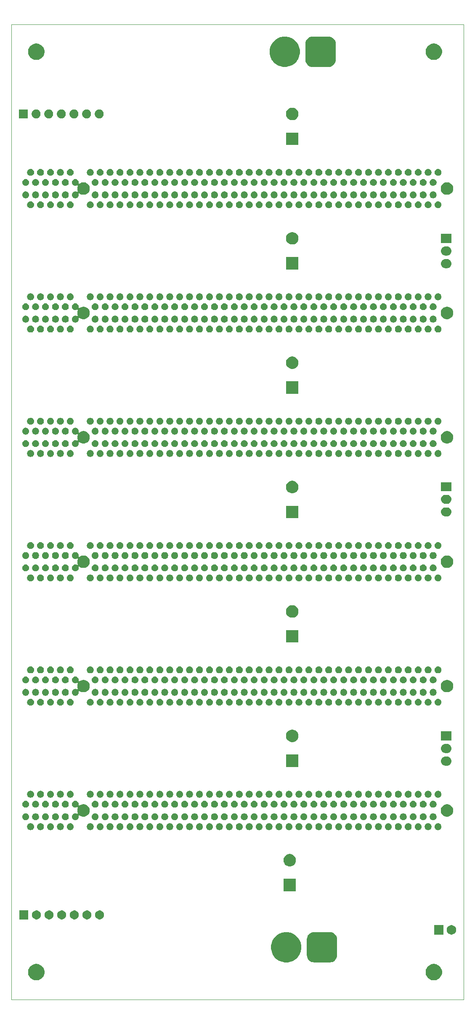
<source format=gbr>
G04 #@! TF.GenerationSoftware,KiCad,Pcbnew,(5.1.5)-3*
G04 #@! TF.CreationDate,2020-02-01T14:09:59+09:00*
G04 #@! TF.ProjectId,MotherBoard_PCIe,4d6f7468-6572-4426-9f61-72645f504349,rev?*
G04 #@! TF.SameCoordinates,Original*
G04 #@! TF.FileFunction,Soldermask,Bot*
G04 #@! TF.FilePolarity,Negative*
%FSLAX46Y46*%
G04 Gerber Fmt 4.6, Leading zero omitted, Abs format (unit mm)*
G04 Created by KiCad (PCBNEW (5.1.5)-3) date 2020-02-01 14:09:59*
%MOMM*%
%LPD*%
G04 APERTURE LIST*
%ADD10C,0.050000*%
%ADD11C,0.100000*%
G04 APERTURE END LIST*
D10*
X75000000Y3000000D02*
X166000000Y3000000D01*
X75000000Y-193000000D02*
X75000000Y3000000D01*
X166000000Y-193000000D02*
X75000000Y-193000000D01*
X166000000Y3000000D02*
X166000000Y-193000000D01*
D11*
G36*
X160375256Y-185891298D02*
G01*
X160481579Y-185912447D01*
X160782042Y-186036903D01*
X161052451Y-186217585D01*
X161282415Y-186447549D01*
X161463097Y-186717958D01*
X161587553Y-187018421D01*
X161651000Y-187337391D01*
X161651000Y-187662609D01*
X161587553Y-187981579D01*
X161463097Y-188282042D01*
X161282415Y-188552451D01*
X161052451Y-188782415D01*
X160782042Y-188963097D01*
X160481579Y-189087553D01*
X160375256Y-189108702D01*
X160162611Y-189151000D01*
X159837389Y-189151000D01*
X159624744Y-189108702D01*
X159518421Y-189087553D01*
X159217958Y-188963097D01*
X158947549Y-188782415D01*
X158717585Y-188552451D01*
X158536903Y-188282042D01*
X158412447Y-187981579D01*
X158349000Y-187662609D01*
X158349000Y-187337391D01*
X158412447Y-187018421D01*
X158536903Y-186717958D01*
X158717585Y-186447549D01*
X158947549Y-186217585D01*
X159217958Y-186036903D01*
X159518421Y-185912447D01*
X159624744Y-185891298D01*
X159837389Y-185849000D01*
X160162611Y-185849000D01*
X160375256Y-185891298D01*
G37*
G36*
X80375256Y-185891298D02*
G01*
X80481579Y-185912447D01*
X80782042Y-186036903D01*
X81052451Y-186217585D01*
X81282415Y-186447549D01*
X81463097Y-186717958D01*
X81587553Y-187018421D01*
X81651000Y-187337391D01*
X81651000Y-187662609D01*
X81587553Y-187981579D01*
X81463097Y-188282042D01*
X81282415Y-188552451D01*
X81052451Y-188782415D01*
X80782042Y-188963097D01*
X80481579Y-189087553D01*
X80375256Y-189108702D01*
X80162611Y-189151000D01*
X79837389Y-189151000D01*
X79624744Y-189108702D01*
X79518421Y-189087553D01*
X79217958Y-188963097D01*
X78947549Y-188782415D01*
X78717585Y-188552451D01*
X78536903Y-188282042D01*
X78412447Y-187981579D01*
X78349000Y-187662609D01*
X78349000Y-187337391D01*
X78412447Y-187018421D01*
X78536903Y-186717958D01*
X78717585Y-186447549D01*
X78947549Y-186217585D01*
X79217958Y-186036903D01*
X79518421Y-185912447D01*
X79624744Y-185891298D01*
X79837389Y-185849000D01*
X80162611Y-185849000D01*
X80375256Y-185891298D01*
G37*
G36*
X131189943Y-179566248D02*
G01*
X131745189Y-179796238D01*
X131745190Y-179796239D01*
X132244899Y-180130134D01*
X132669866Y-180555101D01*
X132669867Y-180555103D01*
X133003762Y-181054811D01*
X133233752Y-181610057D01*
X133351000Y-182199501D01*
X133351000Y-182800499D01*
X133233752Y-183389943D01*
X133003762Y-183945189D01*
X133003761Y-183945190D01*
X132669866Y-184444899D01*
X132244899Y-184869866D01*
X131993347Y-185037948D01*
X131745189Y-185203762D01*
X131189943Y-185433752D01*
X130600499Y-185551000D01*
X129999501Y-185551000D01*
X129410057Y-185433752D01*
X128854811Y-185203762D01*
X128606653Y-185037948D01*
X128355101Y-184869866D01*
X127930134Y-184444899D01*
X127596239Y-183945190D01*
X127596238Y-183945189D01*
X127366248Y-183389943D01*
X127249000Y-182800499D01*
X127249000Y-182199501D01*
X127366248Y-181610057D01*
X127596238Y-181054811D01*
X127930133Y-180555103D01*
X127930134Y-180555101D01*
X128355101Y-180130134D01*
X128854810Y-179796239D01*
X128854811Y-179796238D01*
X129410057Y-179566248D01*
X129999501Y-179449000D01*
X130600499Y-179449000D01*
X131189943Y-179566248D01*
G37*
G36*
X139373297Y-179477704D02*
G01*
X139647637Y-179560924D01*
X139900462Y-179696062D01*
X140122070Y-179877930D01*
X140303938Y-180099538D01*
X140439076Y-180352363D01*
X140522296Y-180626703D01*
X140551000Y-180918140D01*
X140551000Y-184081860D01*
X140522296Y-184373297D01*
X140439076Y-184647637D01*
X140303938Y-184900462D01*
X140122070Y-185122070D01*
X139900462Y-185303938D01*
X139647637Y-185439076D01*
X139373297Y-185522296D01*
X139081860Y-185551000D01*
X135918140Y-185551000D01*
X135626703Y-185522296D01*
X135352363Y-185439076D01*
X135099538Y-185303938D01*
X134877930Y-185122070D01*
X134696062Y-184900462D01*
X134560924Y-184647637D01*
X134477704Y-184373297D01*
X134449000Y-184081860D01*
X134449000Y-180918140D01*
X134477704Y-180626703D01*
X134560924Y-180352363D01*
X134696062Y-180099538D01*
X134877930Y-179877930D01*
X135099538Y-179696062D01*
X135352363Y-179560924D01*
X135626703Y-179477704D01*
X135918140Y-179449000D01*
X139081860Y-179449000D01*
X139373297Y-179477704D01*
G37*
G36*
X161951000Y-179951000D02*
G01*
X160049000Y-179951000D01*
X160049000Y-178049000D01*
X161951000Y-178049000D01*
X161951000Y-179951000D01*
G37*
G36*
X163817395Y-178085546D02*
G01*
X163990466Y-178157234D01*
X163990467Y-178157235D01*
X164146227Y-178261310D01*
X164278690Y-178393773D01*
X164278691Y-178393775D01*
X164382766Y-178549534D01*
X164454454Y-178722605D01*
X164491000Y-178906333D01*
X164491000Y-179093667D01*
X164454454Y-179277395D01*
X164382766Y-179450466D01*
X164382765Y-179450467D01*
X164278690Y-179606227D01*
X164146227Y-179738690D01*
X164067818Y-179791081D01*
X163990466Y-179842766D01*
X163817395Y-179914454D01*
X163633667Y-179951000D01*
X163446333Y-179951000D01*
X163262605Y-179914454D01*
X163089534Y-179842766D01*
X163012182Y-179791081D01*
X162933773Y-179738690D01*
X162801310Y-179606227D01*
X162697235Y-179450467D01*
X162697234Y-179450466D01*
X162625546Y-179277395D01*
X162589000Y-179093667D01*
X162589000Y-178906333D01*
X162625546Y-178722605D01*
X162697234Y-178549534D01*
X162801309Y-178393775D01*
X162801310Y-178393773D01*
X162933773Y-178261310D01*
X163089533Y-178157235D01*
X163089534Y-178157234D01*
X163262605Y-178085546D01*
X163446333Y-178049000D01*
X163633667Y-178049000D01*
X163817395Y-178085546D01*
G37*
G36*
X82693512Y-175103927D02*
G01*
X82842812Y-175133624D01*
X83006784Y-175201544D01*
X83154354Y-175300147D01*
X83279853Y-175425646D01*
X83378456Y-175573216D01*
X83446376Y-175737188D01*
X83481000Y-175911259D01*
X83481000Y-176088741D01*
X83446376Y-176262812D01*
X83378456Y-176426784D01*
X83279853Y-176574354D01*
X83154354Y-176699853D01*
X83006784Y-176798456D01*
X82842812Y-176866376D01*
X82693512Y-176896073D01*
X82668742Y-176901000D01*
X82491258Y-176901000D01*
X82466488Y-176896073D01*
X82317188Y-176866376D01*
X82153216Y-176798456D01*
X82005646Y-176699853D01*
X81880147Y-176574354D01*
X81781544Y-176426784D01*
X81713624Y-176262812D01*
X81679000Y-176088741D01*
X81679000Y-175911259D01*
X81713624Y-175737188D01*
X81781544Y-175573216D01*
X81880147Y-175425646D01*
X82005646Y-175300147D01*
X82153216Y-175201544D01*
X82317188Y-175133624D01*
X82466488Y-175103927D01*
X82491258Y-175099000D01*
X82668742Y-175099000D01*
X82693512Y-175103927D01*
G37*
G36*
X80153512Y-175103927D02*
G01*
X80302812Y-175133624D01*
X80466784Y-175201544D01*
X80614354Y-175300147D01*
X80739853Y-175425646D01*
X80838456Y-175573216D01*
X80906376Y-175737188D01*
X80941000Y-175911259D01*
X80941000Y-176088741D01*
X80906376Y-176262812D01*
X80838456Y-176426784D01*
X80739853Y-176574354D01*
X80614354Y-176699853D01*
X80466784Y-176798456D01*
X80302812Y-176866376D01*
X80153512Y-176896073D01*
X80128742Y-176901000D01*
X79951258Y-176901000D01*
X79926488Y-176896073D01*
X79777188Y-176866376D01*
X79613216Y-176798456D01*
X79465646Y-176699853D01*
X79340147Y-176574354D01*
X79241544Y-176426784D01*
X79173624Y-176262812D01*
X79139000Y-176088741D01*
X79139000Y-175911259D01*
X79173624Y-175737188D01*
X79241544Y-175573216D01*
X79340147Y-175425646D01*
X79465646Y-175300147D01*
X79613216Y-175201544D01*
X79777188Y-175133624D01*
X79926488Y-175103927D01*
X79951258Y-175099000D01*
X80128742Y-175099000D01*
X80153512Y-175103927D01*
G37*
G36*
X78401000Y-176901000D02*
G01*
X76599000Y-176901000D01*
X76599000Y-175099000D01*
X78401000Y-175099000D01*
X78401000Y-176901000D01*
G37*
G36*
X85233512Y-175103927D02*
G01*
X85382812Y-175133624D01*
X85546784Y-175201544D01*
X85694354Y-175300147D01*
X85819853Y-175425646D01*
X85918456Y-175573216D01*
X85986376Y-175737188D01*
X86021000Y-175911259D01*
X86021000Y-176088741D01*
X85986376Y-176262812D01*
X85918456Y-176426784D01*
X85819853Y-176574354D01*
X85694354Y-176699853D01*
X85546784Y-176798456D01*
X85382812Y-176866376D01*
X85233512Y-176896073D01*
X85208742Y-176901000D01*
X85031258Y-176901000D01*
X85006488Y-176896073D01*
X84857188Y-176866376D01*
X84693216Y-176798456D01*
X84545646Y-176699853D01*
X84420147Y-176574354D01*
X84321544Y-176426784D01*
X84253624Y-176262812D01*
X84219000Y-176088741D01*
X84219000Y-175911259D01*
X84253624Y-175737188D01*
X84321544Y-175573216D01*
X84420147Y-175425646D01*
X84545646Y-175300147D01*
X84693216Y-175201544D01*
X84857188Y-175133624D01*
X85006488Y-175103927D01*
X85031258Y-175099000D01*
X85208742Y-175099000D01*
X85233512Y-175103927D01*
G37*
G36*
X87773512Y-175103927D02*
G01*
X87922812Y-175133624D01*
X88086784Y-175201544D01*
X88234354Y-175300147D01*
X88359853Y-175425646D01*
X88458456Y-175573216D01*
X88526376Y-175737188D01*
X88561000Y-175911259D01*
X88561000Y-176088741D01*
X88526376Y-176262812D01*
X88458456Y-176426784D01*
X88359853Y-176574354D01*
X88234354Y-176699853D01*
X88086784Y-176798456D01*
X87922812Y-176866376D01*
X87773512Y-176896073D01*
X87748742Y-176901000D01*
X87571258Y-176901000D01*
X87546488Y-176896073D01*
X87397188Y-176866376D01*
X87233216Y-176798456D01*
X87085646Y-176699853D01*
X86960147Y-176574354D01*
X86861544Y-176426784D01*
X86793624Y-176262812D01*
X86759000Y-176088741D01*
X86759000Y-175911259D01*
X86793624Y-175737188D01*
X86861544Y-175573216D01*
X86960147Y-175425646D01*
X87085646Y-175300147D01*
X87233216Y-175201544D01*
X87397188Y-175133624D01*
X87546488Y-175103927D01*
X87571258Y-175099000D01*
X87748742Y-175099000D01*
X87773512Y-175103927D01*
G37*
G36*
X92853512Y-175103927D02*
G01*
X93002812Y-175133624D01*
X93166784Y-175201544D01*
X93314354Y-175300147D01*
X93439853Y-175425646D01*
X93538456Y-175573216D01*
X93606376Y-175737188D01*
X93641000Y-175911259D01*
X93641000Y-176088741D01*
X93606376Y-176262812D01*
X93538456Y-176426784D01*
X93439853Y-176574354D01*
X93314354Y-176699853D01*
X93166784Y-176798456D01*
X93002812Y-176866376D01*
X92853512Y-176896073D01*
X92828742Y-176901000D01*
X92651258Y-176901000D01*
X92626488Y-176896073D01*
X92477188Y-176866376D01*
X92313216Y-176798456D01*
X92165646Y-176699853D01*
X92040147Y-176574354D01*
X91941544Y-176426784D01*
X91873624Y-176262812D01*
X91839000Y-176088741D01*
X91839000Y-175911259D01*
X91873624Y-175737188D01*
X91941544Y-175573216D01*
X92040147Y-175425646D01*
X92165646Y-175300147D01*
X92313216Y-175201544D01*
X92477188Y-175133624D01*
X92626488Y-175103927D01*
X92651258Y-175099000D01*
X92828742Y-175099000D01*
X92853512Y-175103927D01*
G37*
G36*
X90313512Y-175103927D02*
G01*
X90462812Y-175133624D01*
X90626784Y-175201544D01*
X90774354Y-175300147D01*
X90899853Y-175425646D01*
X90998456Y-175573216D01*
X91066376Y-175737188D01*
X91101000Y-175911259D01*
X91101000Y-176088741D01*
X91066376Y-176262812D01*
X90998456Y-176426784D01*
X90899853Y-176574354D01*
X90774354Y-176699853D01*
X90626784Y-176798456D01*
X90462812Y-176866376D01*
X90313512Y-176896073D01*
X90288742Y-176901000D01*
X90111258Y-176901000D01*
X90086488Y-176896073D01*
X89937188Y-176866376D01*
X89773216Y-176798456D01*
X89625646Y-176699853D01*
X89500147Y-176574354D01*
X89401544Y-176426784D01*
X89333624Y-176262812D01*
X89299000Y-176088741D01*
X89299000Y-175911259D01*
X89333624Y-175737188D01*
X89401544Y-175573216D01*
X89500147Y-175425646D01*
X89625646Y-175300147D01*
X89773216Y-175201544D01*
X89937188Y-175133624D01*
X90086488Y-175103927D01*
X90111258Y-175099000D01*
X90288742Y-175099000D01*
X90313512Y-175103927D01*
G37*
G36*
X132251000Y-171251000D02*
G01*
X129749000Y-171251000D01*
X129749000Y-168749000D01*
X132251000Y-168749000D01*
X132251000Y-171251000D01*
G37*
G36*
X131364903Y-163797075D02*
G01*
X131592571Y-163891378D01*
X131797466Y-164028285D01*
X131971715Y-164202534D01*
X132108622Y-164407429D01*
X132202925Y-164635097D01*
X132251000Y-164876787D01*
X132251000Y-165123213D01*
X132202925Y-165364903D01*
X132108622Y-165592571D01*
X131971715Y-165797466D01*
X131797466Y-165971715D01*
X131592571Y-166108622D01*
X131592570Y-166108623D01*
X131592569Y-166108623D01*
X131364903Y-166202925D01*
X131123214Y-166251000D01*
X130876786Y-166251000D01*
X130635097Y-166202925D01*
X130407431Y-166108623D01*
X130407430Y-166108623D01*
X130407429Y-166108622D01*
X130202534Y-165971715D01*
X130028285Y-165797466D01*
X129891378Y-165592571D01*
X129797075Y-165364903D01*
X129749000Y-165123213D01*
X129749000Y-164876787D01*
X129797075Y-164635097D01*
X129891378Y-164407429D01*
X130028285Y-164202534D01*
X130202534Y-164028285D01*
X130407429Y-163891378D01*
X130635097Y-163797075D01*
X130876786Y-163749000D01*
X131123214Y-163749000D01*
X131364903Y-163797075D01*
G37*
G36*
X105051557Y-157585555D02*
G01*
X105177310Y-157637643D01*
X105290486Y-157713265D01*
X105386735Y-157809514D01*
X105462357Y-157922690D01*
X105514445Y-158048443D01*
X105541000Y-158181943D01*
X105541000Y-158318057D01*
X105514445Y-158451557D01*
X105462357Y-158577310D01*
X105386735Y-158690486D01*
X105290486Y-158786735D01*
X105177310Y-158862357D01*
X105051557Y-158914445D01*
X104918058Y-158941000D01*
X104781942Y-158941000D01*
X104648443Y-158914445D01*
X104522690Y-158862357D01*
X104409514Y-158786735D01*
X104313265Y-158690486D01*
X104237643Y-158577310D01*
X104185555Y-158451557D01*
X104159000Y-158318057D01*
X104159000Y-158181943D01*
X104185555Y-158048443D01*
X104237643Y-157922690D01*
X104313265Y-157809514D01*
X104409514Y-157713265D01*
X104522690Y-157637643D01*
X104648443Y-157585555D01*
X104781942Y-157559000D01*
X104918058Y-157559000D01*
X105051557Y-157585555D01*
G37*
G36*
X113051557Y-157585555D02*
G01*
X113177310Y-157637643D01*
X113290486Y-157713265D01*
X113386735Y-157809514D01*
X113462357Y-157922690D01*
X113514445Y-158048443D01*
X113541000Y-158181943D01*
X113541000Y-158318057D01*
X113514445Y-158451557D01*
X113462357Y-158577310D01*
X113386735Y-158690486D01*
X113290486Y-158786735D01*
X113177310Y-158862357D01*
X113051557Y-158914445D01*
X112918058Y-158941000D01*
X112781942Y-158941000D01*
X112648443Y-158914445D01*
X112522690Y-158862357D01*
X112409514Y-158786735D01*
X112313265Y-158690486D01*
X112237643Y-158577310D01*
X112185555Y-158451557D01*
X112159000Y-158318057D01*
X112159000Y-158181943D01*
X112185555Y-158048443D01*
X112237643Y-157922690D01*
X112313265Y-157809514D01*
X112409514Y-157713265D01*
X112522690Y-157637643D01*
X112648443Y-157585555D01*
X112781942Y-157559000D01*
X112918058Y-157559000D01*
X113051557Y-157585555D01*
G37*
G36*
X107051557Y-157585555D02*
G01*
X107177310Y-157637643D01*
X107290486Y-157713265D01*
X107386735Y-157809514D01*
X107462357Y-157922690D01*
X107514445Y-158048443D01*
X107541000Y-158181943D01*
X107541000Y-158318057D01*
X107514445Y-158451557D01*
X107462357Y-158577310D01*
X107386735Y-158690486D01*
X107290486Y-158786735D01*
X107177310Y-158862357D01*
X107051557Y-158914445D01*
X106918058Y-158941000D01*
X106781942Y-158941000D01*
X106648443Y-158914445D01*
X106522690Y-158862357D01*
X106409514Y-158786735D01*
X106313265Y-158690486D01*
X106237643Y-158577310D01*
X106185555Y-158451557D01*
X106159000Y-158318057D01*
X106159000Y-158181943D01*
X106185555Y-158048443D01*
X106237643Y-157922690D01*
X106313265Y-157809514D01*
X106409514Y-157713265D01*
X106522690Y-157637643D01*
X106648443Y-157585555D01*
X106781942Y-157559000D01*
X106918058Y-157559000D01*
X107051557Y-157585555D01*
G37*
G36*
X109051557Y-157585555D02*
G01*
X109177310Y-157637643D01*
X109290486Y-157713265D01*
X109386735Y-157809514D01*
X109462357Y-157922690D01*
X109514445Y-158048443D01*
X109541000Y-158181943D01*
X109541000Y-158318057D01*
X109514445Y-158451557D01*
X109462357Y-158577310D01*
X109386735Y-158690486D01*
X109290486Y-158786735D01*
X109177310Y-158862357D01*
X109051557Y-158914445D01*
X108918058Y-158941000D01*
X108781942Y-158941000D01*
X108648443Y-158914445D01*
X108522690Y-158862357D01*
X108409514Y-158786735D01*
X108313265Y-158690486D01*
X108237643Y-158577310D01*
X108185555Y-158451557D01*
X108159000Y-158318057D01*
X108159000Y-158181943D01*
X108185555Y-158048443D01*
X108237643Y-157922690D01*
X108313265Y-157809514D01*
X108409514Y-157713265D01*
X108522690Y-157637643D01*
X108648443Y-157585555D01*
X108781942Y-157559000D01*
X108918058Y-157559000D01*
X109051557Y-157585555D01*
G37*
G36*
X111051557Y-157585555D02*
G01*
X111177310Y-157637643D01*
X111290486Y-157713265D01*
X111386735Y-157809514D01*
X111462357Y-157922690D01*
X111514445Y-158048443D01*
X111541000Y-158181943D01*
X111541000Y-158318057D01*
X111514445Y-158451557D01*
X111462357Y-158577310D01*
X111386735Y-158690486D01*
X111290486Y-158786735D01*
X111177310Y-158862357D01*
X111051557Y-158914445D01*
X110918058Y-158941000D01*
X110781942Y-158941000D01*
X110648443Y-158914445D01*
X110522690Y-158862357D01*
X110409514Y-158786735D01*
X110313265Y-158690486D01*
X110237643Y-158577310D01*
X110185555Y-158451557D01*
X110159000Y-158318057D01*
X110159000Y-158181943D01*
X110185555Y-158048443D01*
X110237643Y-157922690D01*
X110313265Y-157809514D01*
X110409514Y-157713265D01*
X110522690Y-157637643D01*
X110648443Y-157585555D01*
X110781942Y-157559000D01*
X110918058Y-157559000D01*
X111051557Y-157585555D01*
G37*
G36*
X115051557Y-157585555D02*
G01*
X115177310Y-157637643D01*
X115290486Y-157713265D01*
X115386735Y-157809514D01*
X115462357Y-157922690D01*
X115514445Y-158048443D01*
X115541000Y-158181943D01*
X115541000Y-158318057D01*
X115514445Y-158451557D01*
X115462357Y-158577310D01*
X115386735Y-158690486D01*
X115290486Y-158786735D01*
X115177310Y-158862357D01*
X115051557Y-158914445D01*
X114918058Y-158941000D01*
X114781942Y-158941000D01*
X114648443Y-158914445D01*
X114522690Y-158862357D01*
X114409514Y-158786735D01*
X114313265Y-158690486D01*
X114237643Y-158577310D01*
X114185555Y-158451557D01*
X114159000Y-158318057D01*
X114159000Y-158181943D01*
X114185555Y-158048443D01*
X114237643Y-157922690D01*
X114313265Y-157809514D01*
X114409514Y-157713265D01*
X114522690Y-157637643D01*
X114648443Y-157585555D01*
X114781942Y-157559000D01*
X114918058Y-157559000D01*
X115051557Y-157585555D01*
G37*
G36*
X117051557Y-157585555D02*
G01*
X117177310Y-157637643D01*
X117290486Y-157713265D01*
X117386735Y-157809514D01*
X117462357Y-157922690D01*
X117514445Y-158048443D01*
X117541000Y-158181943D01*
X117541000Y-158318057D01*
X117514445Y-158451557D01*
X117462357Y-158577310D01*
X117386735Y-158690486D01*
X117290486Y-158786735D01*
X117177310Y-158862357D01*
X117051557Y-158914445D01*
X116918058Y-158941000D01*
X116781942Y-158941000D01*
X116648443Y-158914445D01*
X116522690Y-158862357D01*
X116409514Y-158786735D01*
X116313265Y-158690486D01*
X116237643Y-158577310D01*
X116185555Y-158451557D01*
X116159000Y-158318057D01*
X116159000Y-158181943D01*
X116185555Y-158048443D01*
X116237643Y-157922690D01*
X116313265Y-157809514D01*
X116409514Y-157713265D01*
X116522690Y-157637643D01*
X116648443Y-157585555D01*
X116781942Y-157559000D01*
X116918058Y-157559000D01*
X117051557Y-157585555D01*
G37*
G36*
X119051557Y-157585555D02*
G01*
X119177310Y-157637643D01*
X119290486Y-157713265D01*
X119386735Y-157809514D01*
X119462357Y-157922690D01*
X119514445Y-158048443D01*
X119541000Y-158181943D01*
X119541000Y-158318057D01*
X119514445Y-158451557D01*
X119462357Y-158577310D01*
X119386735Y-158690486D01*
X119290486Y-158786735D01*
X119177310Y-158862357D01*
X119051557Y-158914445D01*
X118918058Y-158941000D01*
X118781942Y-158941000D01*
X118648443Y-158914445D01*
X118522690Y-158862357D01*
X118409514Y-158786735D01*
X118313265Y-158690486D01*
X118237643Y-158577310D01*
X118185555Y-158451557D01*
X118159000Y-158318057D01*
X118159000Y-158181943D01*
X118185555Y-158048443D01*
X118237643Y-157922690D01*
X118313265Y-157809514D01*
X118409514Y-157713265D01*
X118522690Y-157637643D01*
X118648443Y-157585555D01*
X118781942Y-157559000D01*
X118918058Y-157559000D01*
X119051557Y-157585555D01*
G37*
G36*
X121051557Y-157585555D02*
G01*
X121177310Y-157637643D01*
X121290486Y-157713265D01*
X121386735Y-157809514D01*
X121462357Y-157922690D01*
X121514445Y-158048443D01*
X121541000Y-158181943D01*
X121541000Y-158318057D01*
X121514445Y-158451557D01*
X121462357Y-158577310D01*
X121386735Y-158690486D01*
X121290486Y-158786735D01*
X121177310Y-158862357D01*
X121051557Y-158914445D01*
X120918058Y-158941000D01*
X120781942Y-158941000D01*
X120648443Y-158914445D01*
X120522690Y-158862357D01*
X120409514Y-158786735D01*
X120313265Y-158690486D01*
X120237643Y-158577310D01*
X120185555Y-158451557D01*
X120159000Y-158318057D01*
X120159000Y-158181943D01*
X120185555Y-158048443D01*
X120237643Y-157922690D01*
X120313265Y-157809514D01*
X120409514Y-157713265D01*
X120522690Y-157637643D01*
X120648443Y-157585555D01*
X120781942Y-157559000D01*
X120918058Y-157559000D01*
X121051557Y-157585555D01*
G37*
G36*
X99051557Y-157585555D02*
G01*
X99177310Y-157637643D01*
X99290486Y-157713265D01*
X99386735Y-157809514D01*
X99462357Y-157922690D01*
X99514445Y-158048443D01*
X99541000Y-158181943D01*
X99541000Y-158318057D01*
X99514445Y-158451557D01*
X99462357Y-158577310D01*
X99386735Y-158690486D01*
X99290486Y-158786735D01*
X99177310Y-158862357D01*
X99051557Y-158914445D01*
X98918058Y-158941000D01*
X98781942Y-158941000D01*
X98648443Y-158914445D01*
X98522690Y-158862357D01*
X98409514Y-158786735D01*
X98313265Y-158690486D01*
X98237643Y-158577310D01*
X98185555Y-158451557D01*
X98159000Y-158318057D01*
X98159000Y-158181943D01*
X98185555Y-158048443D01*
X98237643Y-157922690D01*
X98313265Y-157809514D01*
X98409514Y-157713265D01*
X98522690Y-157637643D01*
X98648443Y-157585555D01*
X98781942Y-157559000D01*
X98918058Y-157559000D01*
X99051557Y-157585555D01*
G37*
G36*
X125051557Y-157585555D02*
G01*
X125177310Y-157637643D01*
X125290486Y-157713265D01*
X125386735Y-157809514D01*
X125462357Y-157922690D01*
X125514445Y-158048443D01*
X125541000Y-158181943D01*
X125541000Y-158318057D01*
X125514445Y-158451557D01*
X125462357Y-158577310D01*
X125386735Y-158690486D01*
X125290486Y-158786735D01*
X125177310Y-158862357D01*
X125051557Y-158914445D01*
X124918058Y-158941000D01*
X124781942Y-158941000D01*
X124648443Y-158914445D01*
X124522690Y-158862357D01*
X124409514Y-158786735D01*
X124313265Y-158690486D01*
X124237643Y-158577310D01*
X124185555Y-158451557D01*
X124159000Y-158318057D01*
X124159000Y-158181943D01*
X124185555Y-158048443D01*
X124237643Y-157922690D01*
X124313265Y-157809514D01*
X124409514Y-157713265D01*
X124522690Y-157637643D01*
X124648443Y-157585555D01*
X124781942Y-157559000D01*
X124918058Y-157559000D01*
X125051557Y-157585555D01*
G37*
G36*
X127051557Y-157585555D02*
G01*
X127177310Y-157637643D01*
X127290486Y-157713265D01*
X127386735Y-157809514D01*
X127462357Y-157922690D01*
X127514445Y-158048443D01*
X127541000Y-158181943D01*
X127541000Y-158318057D01*
X127514445Y-158451557D01*
X127462357Y-158577310D01*
X127386735Y-158690486D01*
X127290486Y-158786735D01*
X127177310Y-158862357D01*
X127051557Y-158914445D01*
X126918058Y-158941000D01*
X126781942Y-158941000D01*
X126648443Y-158914445D01*
X126522690Y-158862357D01*
X126409514Y-158786735D01*
X126313265Y-158690486D01*
X126237643Y-158577310D01*
X126185555Y-158451557D01*
X126159000Y-158318057D01*
X126159000Y-158181943D01*
X126185555Y-158048443D01*
X126237643Y-157922690D01*
X126313265Y-157809514D01*
X126409514Y-157713265D01*
X126522690Y-157637643D01*
X126648443Y-157585555D01*
X126781942Y-157559000D01*
X126918058Y-157559000D01*
X127051557Y-157585555D01*
G37*
G36*
X129051557Y-157585555D02*
G01*
X129177310Y-157637643D01*
X129290486Y-157713265D01*
X129386735Y-157809514D01*
X129462357Y-157922690D01*
X129514445Y-158048443D01*
X129541000Y-158181943D01*
X129541000Y-158318057D01*
X129514445Y-158451557D01*
X129462357Y-158577310D01*
X129386735Y-158690486D01*
X129290486Y-158786735D01*
X129177310Y-158862357D01*
X129051557Y-158914445D01*
X128918058Y-158941000D01*
X128781942Y-158941000D01*
X128648443Y-158914445D01*
X128522690Y-158862357D01*
X128409514Y-158786735D01*
X128313265Y-158690486D01*
X128237643Y-158577310D01*
X128185555Y-158451557D01*
X128159000Y-158318057D01*
X128159000Y-158181943D01*
X128185555Y-158048443D01*
X128237643Y-157922690D01*
X128313265Y-157809514D01*
X128409514Y-157713265D01*
X128522690Y-157637643D01*
X128648443Y-157585555D01*
X128781942Y-157559000D01*
X128918058Y-157559000D01*
X129051557Y-157585555D01*
G37*
G36*
X131051557Y-157585555D02*
G01*
X131177310Y-157637643D01*
X131290486Y-157713265D01*
X131386735Y-157809514D01*
X131462357Y-157922690D01*
X131514445Y-158048443D01*
X131541000Y-158181943D01*
X131541000Y-158318057D01*
X131514445Y-158451557D01*
X131462357Y-158577310D01*
X131386735Y-158690486D01*
X131290486Y-158786735D01*
X131177310Y-158862357D01*
X131051557Y-158914445D01*
X130918058Y-158941000D01*
X130781942Y-158941000D01*
X130648443Y-158914445D01*
X130522690Y-158862357D01*
X130409514Y-158786735D01*
X130313265Y-158690486D01*
X130237643Y-158577310D01*
X130185555Y-158451557D01*
X130159000Y-158318057D01*
X130159000Y-158181943D01*
X130185555Y-158048443D01*
X130237643Y-157922690D01*
X130313265Y-157809514D01*
X130409514Y-157713265D01*
X130522690Y-157637643D01*
X130648443Y-157585555D01*
X130781942Y-157559000D01*
X130918058Y-157559000D01*
X131051557Y-157585555D01*
G37*
G36*
X133051557Y-157585555D02*
G01*
X133177310Y-157637643D01*
X133290486Y-157713265D01*
X133386735Y-157809514D01*
X133462357Y-157922690D01*
X133514445Y-158048443D01*
X133541000Y-158181943D01*
X133541000Y-158318057D01*
X133514445Y-158451557D01*
X133462357Y-158577310D01*
X133386735Y-158690486D01*
X133290486Y-158786735D01*
X133177310Y-158862357D01*
X133051557Y-158914445D01*
X132918058Y-158941000D01*
X132781942Y-158941000D01*
X132648443Y-158914445D01*
X132522690Y-158862357D01*
X132409514Y-158786735D01*
X132313265Y-158690486D01*
X132237643Y-158577310D01*
X132185555Y-158451557D01*
X132159000Y-158318057D01*
X132159000Y-158181943D01*
X132185555Y-158048443D01*
X132237643Y-157922690D01*
X132313265Y-157809514D01*
X132409514Y-157713265D01*
X132522690Y-157637643D01*
X132648443Y-157585555D01*
X132781942Y-157559000D01*
X132918058Y-157559000D01*
X133051557Y-157585555D01*
G37*
G36*
X135051557Y-157585555D02*
G01*
X135177310Y-157637643D01*
X135290486Y-157713265D01*
X135386735Y-157809514D01*
X135462357Y-157922690D01*
X135514445Y-158048443D01*
X135541000Y-158181943D01*
X135541000Y-158318057D01*
X135514445Y-158451557D01*
X135462357Y-158577310D01*
X135386735Y-158690486D01*
X135290486Y-158786735D01*
X135177310Y-158862357D01*
X135051557Y-158914445D01*
X134918058Y-158941000D01*
X134781942Y-158941000D01*
X134648443Y-158914445D01*
X134522690Y-158862357D01*
X134409514Y-158786735D01*
X134313265Y-158690486D01*
X134237643Y-158577310D01*
X134185555Y-158451557D01*
X134159000Y-158318057D01*
X134159000Y-158181943D01*
X134185555Y-158048443D01*
X134237643Y-157922690D01*
X134313265Y-157809514D01*
X134409514Y-157713265D01*
X134522690Y-157637643D01*
X134648443Y-157585555D01*
X134781942Y-157559000D01*
X134918058Y-157559000D01*
X135051557Y-157585555D01*
G37*
G36*
X137051557Y-157585555D02*
G01*
X137177310Y-157637643D01*
X137290486Y-157713265D01*
X137386735Y-157809514D01*
X137462357Y-157922690D01*
X137514445Y-158048443D01*
X137541000Y-158181943D01*
X137541000Y-158318057D01*
X137514445Y-158451557D01*
X137462357Y-158577310D01*
X137386735Y-158690486D01*
X137290486Y-158786735D01*
X137177310Y-158862357D01*
X137051557Y-158914445D01*
X136918058Y-158941000D01*
X136781942Y-158941000D01*
X136648443Y-158914445D01*
X136522690Y-158862357D01*
X136409514Y-158786735D01*
X136313265Y-158690486D01*
X136237643Y-158577310D01*
X136185555Y-158451557D01*
X136159000Y-158318057D01*
X136159000Y-158181943D01*
X136185555Y-158048443D01*
X136237643Y-157922690D01*
X136313265Y-157809514D01*
X136409514Y-157713265D01*
X136522690Y-157637643D01*
X136648443Y-157585555D01*
X136781942Y-157559000D01*
X136918058Y-157559000D01*
X137051557Y-157585555D01*
G37*
G36*
X139051557Y-157585555D02*
G01*
X139177310Y-157637643D01*
X139290486Y-157713265D01*
X139386735Y-157809514D01*
X139462357Y-157922690D01*
X139514445Y-158048443D01*
X139541000Y-158181943D01*
X139541000Y-158318057D01*
X139514445Y-158451557D01*
X139462357Y-158577310D01*
X139386735Y-158690486D01*
X139290486Y-158786735D01*
X139177310Y-158862357D01*
X139051557Y-158914445D01*
X138918058Y-158941000D01*
X138781942Y-158941000D01*
X138648443Y-158914445D01*
X138522690Y-158862357D01*
X138409514Y-158786735D01*
X138313265Y-158690486D01*
X138237643Y-158577310D01*
X138185555Y-158451557D01*
X138159000Y-158318057D01*
X138159000Y-158181943D01*
X138185555Y-158048443D01*
X138237643Y-157922690D01*
X138313265Y-157809514D01*
X138409514Y-157713265D01*
X138522690Y-157637643D01*
X138648443Y-157585555D01*
X138781942Y-157559000D01*
X138918058Y-157559000D01*
X139051557Y-157585555D01*
G37*
G36*
X141051557Y-157585555D02*
G01*
X141177310Y-157637643D01*
X141290486Y-157713265D01*
X141386735Y-157809514D01*
X141462357Y-157922690D01*
X141514445Y-158048443D01*
X141541000Y-158181943D01*
X141541000Y-158318057D01*
X141514445Y-158451557D01*
X141462357Y-158577310D01*
X141386735Y-158690486D01*
X141290486Y-158786735D01*
X141177310Y-158862357D01*
X141051557Y-158914445D01*
X140918058Y-158941000D01*
X140781942Y-158941000D01*
X140648443Y-158914445D01*
X140522690Y-158862357D01*
X140409514Y-158786735D01*
X140313265Y-158690486D01*
X140237643Y-158577310D01*
X140185555Y-158451557D01*
X140159000Y-158318057D01*
X140159000Y-158181943D01*
X140185555Y-158048443D01*
X140237643Y-157922690D01*
X140313265Y-157809514D01*
X140409514Y-157713265D01*
X140522690Y-157637643D01*
X140648443Y-157585555D01*
X140781942Y-157559000D01*
X140918058Y-157559000D01*
X141051557Y-157585555D01*
G37*
G36*
X143051557Y-157585555D02*
G01*
X143177310Y-157637643D01*
X143290486Y-157713265D01*
X143386735Y-157809514D01*
X143462357Y-157922690D01*
X143514445Y-158048443D01*
X143541000Y-158181943D01*
X143541000Y-158318057D01*
X143514445Y-158451557D01*
X143462357Y-158577310D01*
X143386735Y-158690486D01*
X143290486Y-158786735D01*
X143177310Y-158862357D01*
X143051557Y-158914445D01*
X142918058Y-158941000D01*
X142781942Y-158941000D01*
X142648443Y-158914445D01*
X142522690Y-158862357D01*
X142409514Y-158786735D01*
X142313265Y-158690486D01*
X142237643Y-158577310D01*
X142185555Y-158451557D01*
X142159000Y-158318057D01*
X142159000Y-158181943D01*
X142185555Y-158048443D01*
X142237643Y-157922690D01*
X142313265Y-157809514D01*
X142409514Y-157713265D01*
X142522690Y-157637643D01*
X142648443Y-157585555D01*
X142781942Y-157559000D01*
X142918058Y-157559000D01*
X143051557Y-157585555D01*
G37*
G36*
X101051557Y-157585555D02*
G01*
X101177310Y-157637643D01*
X101290486Y-157713265D01*
X101386735Y-157809514D01*
X101462357Y-157922690D01*
X101514445Y-158048443D01*
X101541000Y-158181943D01*
X101541000Y-158318057D01*
X101514445Y-158451557D01*
X101462357Y-158577310D01*
X101386735Y-158690486D01*
X101290486Y-158786735D01*
X101177310Y-158862357D01*
X101051557Y-158914445D01*
X100918058Y-158941000D01*
X100781942Y-158941000D01*
X100648443Y-158914445D01*
X100522690Y-158862357D01*
X100409514Y-158786735D01*
X100313265Y-158690486D01*
X100237643Y-158577310D01*
X100185555Y-158451557D01*
X100159000Y-158318057D01*
X100159000Y-158181943D01*
X100185555Y-158048443D01*
X100237643Y-157922690D01*
X100313265Y-157809514D01*
X100409514Y-157713265D01*
X100522690Y-157637643D01*
X100648443Y-157585555D01*
X100781942Y-157559000D01*
X100918058Y-157559000D01*
X101051557Y-157585555D01*
G37*
G36*
X161051557Y-157585555D02*
G01*
X161177310Y-157637643D01*
X161290486Y-157713265D01*
X161386735Y-157809514D01*
X161462357Y-157922690D01*
X161514445Y-158048443D01*
X161541000Y-158181943D01*
X161541000Y-158318057D01*
X161514445Y-158451557D01*
X161462357Y-158577310D01*
X161386735Y-158690486D01*
X161290486Y-158786735D01*
X161177310Y-158862357D01*
X161051557Y-158914445D01*
X160918058Y-158941000D01*
X160781942Y-158941000D01*
X160648443Y-158914445D01*
X160522690Y-158862357D01*
X160409514Y-158786735D01*
X160313265Y-158690486D01*
X160237643Y-158577310D01*
X160185555Y-158451557D01*
X160159000Y-158318057D01*
X160159000Y-158181943D01*
X160185555Y-158048443D01*
X160237643Y-157922690D01*
X160313265Y-157809514D01*
X160409514Y-157713265D01*
X160522690Y-157637643D01*
X160648443Y-157585555D01*
X160781942Y-157559000D01*
X160918058Y-157559000D01*
X161051557Y-157585555D01*
G37*
G36*
X147051557Y-157585555D02*
G01*
X147177310Y-157637643D01*
X147290486Y-157713265D01*
X147386735Y-157809514D01*
X147462357Y-157922690D01*
X147514445Y-158048443D01*
X147541000Y-158181943D01*
X147541000Y-158318057D01*
X147514445Y-158451557D01*
X147462357Y-158577310D01*
X147386735Y-158690486D01*
X147290486Y-158786735D01*
X147177310Y-158862357D01*
X147051557Y-158914445D01*
X146918058Y-158941000D01*
X146781942Y-158941000D01*
X146648443Y-158914445D01*
X146522690Y-158862357D01*
X146409514Y-158786735D01*
X146313265Y-158690486D01*
X146237643Y-158577310D01*
X146185555Y-158451557D01*
X146159000Y-158318057D01*
X146159000Y-158181943D01*
X146185555Y-158048443D01*
X146237643Y-157922690D01*
X146313265Y-157809514D01*
X146409514Y-157713265D01*
X146522690Y-157637643D01*
X146648443Y-157585555D01*
X146781942Y-157559000D01*
X146918058Y-157559000D01*
X147051557Y-157585555D01*
G37*
G36*
X149051557Y-157585555D02*
G01*
X149177310Y-157637643D01*
X149290486Y-157713265D01*
X149386735Y-157809514D01*
X149462357Y-157922690D01*
X149514445Y-158048443D01*
X149541000Y-158181943D01*
X149541000Y-158318057D01*
X149514445Y-158451557D01*
X149462357Y-158577310D01*
X149386735Y-158690486D01*
X149290486Y-158786735D01*
X149177310Y-158862357D01*
X149051557Y-158914445D01*
X148918058Y-158941000D01*
X148781942Y-158941000D01*
X148648443Y-158914445D01*
X148522690Y-158862357D01*
X148409514Y-158786735D01*
X148313265Y-158690486D01*
X148237643Y-158577310D01*
X148185555Y-158451557D01*
X148159000Y-158318057D01*
X148159000Y-158181943D01*
X148185555Y-158048443D01*
X148237643Y-157922690D01*
X148313265Y-157809514D01*
X148409514Y-157713265D01*
X148522690Y-157637643D01*
X148648443Y-157585555D01*
X148781942Y-157559000D01*
X148918058Y-157559000D01*
X149051557Y-157585555D01*
G37*
G36*
X153051557Y-157585555D02*
G01*
X153177310Y-157637643D01*
X153290486Y-157713265D01*
X153386735Y-157809514D01*
X153462357Y-157922690D01*
X153514445Y-158048443D01*
X153541000Y-158181943D01*
X153541000Y-158318057D01*
X153514445Y-158451557D01*
X153462357Y-158577310D01*
X153386735Y-158690486D01*
X153290486Y-158786735D01*
X153177310Y-158862357D01*
X153051557Y-158914445D01*
X152918058Y-158941000D01*
X152781942Y-158941000D01*
X152648443Y-158914445D01*
X152522690Y-158862357D01*
X152409514Y-158786735D01*
X152313265Y-158690486D01*
X152237643Y-158577310D01*
X152185555Y-158451557D01*
X152159000Y-158318057D01*
X152159000Y-158181943D01*
X152185555Y-158048443D01*
X152237643Y-157922690D01*
X152313265Y-157809514D01*
X152409514Y-157713265D01*
X152522690Y-157637643D01*
X152648443Y-157585555D01*
X152781942Y-157559000D01*
X152918058Y-157559000D01*
X153051557Y-157585555D01*
G37*
G36*
X155051557Y-157585555D02*
G01*
X155177310Y-157637643D01*
X155290486Y-157713265D01*
X155386735Y-157809514D01*
X155462357Y-157922690D01*
X155514445Y-158048443D01*
X155541000Y-158181943D01*
X155541000Y-158318057D01*
X155514445Y-158451557D01*
X155462357Y-158577310D01*
X155386735Y-158690486D01*
X155290486Y-158786735D01*
X155177310Y-158862357D01*
X155051557Y-158914445D01*
X154918058Y-158941000D01*
X154781942Y-158941000D01*
X154648443Y-158914445D01*
X154522690Y-158862357D01*
X154409514Y-158786735D01*
X154313265Y-158690486D01*
X154237643Y-158577310D01*
X154185555Y-158451557D01*
X154159000Y-158318057D01*
X154159000Y-158181943D01*
X154185555Y-158048443D01*
X154237643Y-157922690D01*
X154313265Y-157809514D01*
X154409514Y-157713265D01*
X154522690Y-157637643D01*
X154648443Y-157585555D01*
X154781942Y-157559000D01*
X154918058Y-157559000D01*
X155051557Y-157585555D01*
G37*
G36*
X157051557Y-157585555D02*
G01*
X157177310Y-157637643D01*
X157290486Y-157713265D01*
X157386735Y-157809514D01*
X157462357Y-157922690D01*
X157514445Y-158048443D01*
X157541000Y-158181943D01*
X157541000Y-158318057D01*
X157514445Y-158451557D01*
X157462357Y-158577310D01*
X157386735Y-158690486D01*
X157290486Y-158786735D01*
X157177310Y-158862357D01*
X157051557Y-158914445D01*
X156918058Y-158941000D01*
X156781942Y-158941000D01*
X156648443Y-158914445D01*
X156522690Y-158862357D01*
X156409514Y-158786735D01*
X156313265Y-158690486D01*
X156237643Y-158577310D01*
X156185555Y-158451557D01*
X156159000Y-158318057D01*
X156159000Y-158181943D01*
X156185555Y-158048443D01*
X156237643Y-157922690D01*
X156313265Y-157809514D01*
X156409514Y-157713265D01*
X156522690Y-157637643D01*
X156648443Y-157585555D01*
X156781942Y-157559000D01*
X156918058Y-157559000D01*
X157051557Y-157585555D01*
G37*
G36*
X159051557Y-157585555D02*
G01*
X159177310Y-157637643D01*
X159290486Y-157713265D01*
X159386735Y-157809514D01*
X159462357Y-157922690D01*
X159514445Y-158048443D01*
X159541000Y-158181943D01*
X159541000Y-158318057D01*
X159514445Y-158451557D01*
X159462357Y-158577310D01*
X159386735Y-158690486D01*
X159290486Y-158786735D01*
X159177310Y-158862357D01*
X159051557Y-158914445D01*
X158918058Y-158941000D01*
X158781942Y-158941000D01*
X158648443Y-158914445D01*
X158522690Y-158862357D01*
X158409514Y-158786735D01*
X158313265Y-158690486D01*
X158237643Y-158577310D01*
X158185555Y-158451557D01*
X158159000Y-158318057D01*
X158159000Y-158181943D01*
X158185555Y-158048443D01*
X158237643Y-157922690D01*
X158313265Y-157809514D01*
X158409514Y-157713265D01*
X158522690Y-157637643D01*
X158648443Y-157585555D01*
X158781942Y-157559000D01*
X158918058Y-157559000D01*
X159051557Y-157585555D01*
G37*
G36*
X145051557Y-157585555D02*
G01*
X145177310Y-157637643D01*
X145290486Y-157713265D01*
X145386735Y-157809514D01*
X145462357Y-157922690D01*
X145514445Y-158048443D01*
X145541000Y-158181943D01*
X145541000Y-158318057D01*
X145514445Y-158451557D01*
X145462357Y-158577310D01*
X145386735Y-158690486D01*
X145290486Y-158786735D01*
X145177310Y-158862357D01*
X145051557Y-158914445D01*
X144918058Y-158941000D01*
X144781942Y-158941000D01*
X144648443Y-158914445D01*
X144522690Y-158862357D01*
X144409514Y-158786735D01*
X144313265Y-158690486D01*
X144237643Y-158577310D01*
X144185555Y-158451557D01*
X144159000Y-158318057D01*
X144159000Y-158181943D01*
X144185555Y-158048443D01*
X144237643Y-157922690D01*
X144313265Y-157809514D01*
X144409514Y-157713265D01*
X144522690Y-157637643D01*
X144648443Y-157585555D01*
X144781942Y-157559000D01*
X144918058Y-157559000D01*
X145051557Y-157585555D01*
G37*
G36*
X97051557Y-157585555D02*
G01*
X97177310Y-157637643D01*
X97290486Y-157713265D01*
X97386735Y-157809514D01*
X97462357Y-157922690D01*
X97514445Y-158048443D01*
X97541000Y-158181943D01*
X97541000Y-158318057D01*
X97514445Y-158451557D01*
X97462357Y-158577310D01*
X97386735Y-158690486D01*
X97290486Y-158786735D01*
X97177310Y-158862357D01*
X97051557Y-158914445D01*
X96918058Y-158941000D01*
X96781942Y-158941000D01*
X96648443Y-158914445D01*
X96522690Y-158862357D01*
X96409514Y-158786735D01*
X96313265Y-158690486D01*
X96237643Y-158577310D01*
X96185555Y-158451557D01*
X96159000Y-158318057D01*
X96159000Y-158181943D01*
X96185555Y-158048443D01*
X96237643Y-157922690D01*
X96313265Y-157809514D01*
X96409514Y-157713265D01*
X96522690Y-157637643D01*
X96648443Y-157585555D01*
X96781942Y-157559000D01*
X96918058Y-157559000D01*
X97051557Y-157585555D01*
G37*
G36*
X95051557Y-157585555D02*
G01*
X95177310Y-157637643D01*
X95290486Y-157713265D01*
X95386735Y-157809514D01*
X95462357Y-157922690D01*
X95514445Y-158048443D01*
X95541000Y-158181943D01*
X95541000Y-158318057D01*
X95514445Y-158451557D01*
X95462357Y-158577310D01*
X95386735Y-158690486D01*
X95290486Y-158786735D01*
X95177310Y-158862357D01*
X95051557Y-158914445D01*
X94918058Y-158941000D01*
X94781942Y-158941000D01*
X94648443Y-158914445D01*
X94522690Y-158862357D01*
X94409514Y-158786735D01*
X94313265Y-158690486D01*
X94237643Y-158577310D01*
X94185555Y-158451557D01*
X94159000Y-158318057D01*
X94159000Y-158181943D01*
X94185555Y-158048443D01*
X94237643Y-157922690D01*
X94313265Y-157809514D01*
X94409514Y-157713265D01*
X94522690Y-157637643D01*
X94648443Y-157585555D01*
X94781942Y-157559000D01*
X94918058Y-157559000D01*
X95051557Y-157585555D01*
G37*
G36*
X79051557Y-157585555D02*
G01*
X79177310Y-157637643D01*
X79290486Y-157713265D01*
X79386735Y-157809514D01*
X79462357Y-157922690D01*
X79514445Y-158048443D01*
X79541000Y-158181943D01*
X79541000Y-158318057D01*
X79514445Y-158451557D01*
X79462357Y-158577310D01*
X79386735Y-158690486D01*
X79290486Y-158786735D01*
X79177310Y-158862357D01*
X79051557Y-158914445D01*
X78918058Y-158941000D01*
X78781942Y-158941000D01*
X78648443Y-158914445D01*
X78522690Y-158862357D01*
X78409514Y-158786735D01*
X78313265Y-158690486D01*
X78237643Y-158577310D01*
X78185555Y-158451557D01*
X78159000Y-158318057D01*
X78159000Y-158181943D01*
X78185555Y-158048443D01*
X78237643Y-157922690D01*
X78313265Y-157809514D01*
X78409514Y-157713265D01*
X78522690Y-157637643D01*
X78648443Y-157585555D01*
X78781942Y-157559000D01*
X78918058Y-157559000D01*
X79051557Y-157585555D01*
G37*
G36*
X91051557Y-157585555D02*
G01*
X91177310Y-157637643D01*
X91290486Y-157713265D01*
X91386735Y-157809514D01*
X91462357Y-157922690D01*
X91514445Y-158048443D01*
X91541000Y-158181943D01*
X91541000Y-158318057D01*
X91514445Y-158451557D01*
X91462357Y-158577310D01*
X91386735Y-158690486D01*
X91290486Y-158786735D01*
X91177310Y-158862357D01*
X91051557Y-158914445D01*
X90918058Y-158941000D01*
X90781942Y-158941000D01*
X90648443Y-158914445D01*
X90522690Y-158862357D01*
X90409514Y-158786735D01*
X90313265Y-158690486D01*
X90237643Y-158577310D01*
X90185555Y-158451557D01*
X90159000Y-158318057D01*
X90159000Y-158181943D01*
X90185555Y-158048443D01*
X90237643Y-157922690D01*
X90313265Y-157809514D01*
X90409514Y-157713265D01*
X90522690Y-157637643D01*
X90648443Y-157585555D01*
X90781942Y-157559000D01*
X90918058Y-157559000D01*
X91051557Y-157585555D01*
G37*
G36*
X81051557Y-157585555D02*
G01*
X81177310Y-157637643D01*
X81290486Y-157713265D01*
X81386735Y-157809514D01*
X81462357Y-157922690D01*
X81514445Y-158048443D01*
X81541000Y-158181943D01*
X81541000Y-158318057D01*
X81514445Y-158451557D01*
X81462357Y-158577310D01*
X81386735Y-158690486D01*
X81290486Y-158786735D01*
X81177310Y-158862357D01*
X81051557Y-158914445D01*
X80918058Y-158941000D01*
X80781942Y-158941000D01*
X80648443Y-158914445D01*
X80522690Y-158862357D01*
X80409514Y-158786735D01*
X80313265Y-158690486D01*
X80237643Y-158577310D01*
X80185555Y-158451557D01*
X80159000Y-158318057D01*
X80159000Y-158181943D01*
X80185555Y-158048443D01*
X80237643Y-157922690D01*
X80313265Y-157809514D01*
X80409514Y-157713265D01*
X80522690Y-157637643D01*
X80648443Y-157585555D01*
X80781942Y-157559000D01*
X80918058Y-157559000D01*
X81051557Y-157585555D01*
G37*
G36*
X83051557Y-157585555D02*
G01*
X83177310Y-157637643D01*
X83290486Y-157713265D01*
X83386735Y-157809514D01*
X83462357Y-157922690D01*
X83514445Y-158048443D01*
X83541000Y-158181943D01*
X83541000Y-158318057D01*
X83514445Y-158451557D01*
X83462357Y-158577310D01*
X83386735Y-158690486D01*
X83290486Y-158786735D01*
X83177310Y-158862357D01*
X83051557Y-158914445D01*
X82918058Y-158941000D01*
X82781942Y-158941000D01*
X82648443Y-158914445D01*
X82522690Y-158862357D01*
X82409514Y-158786735D01*
X82313265Y-158690486D01*
X82237643Y-158577310D01*
X82185555Y-158451557D01*
X82159000Y-158318057D01*
X82159000Y-158181943D01*
X82185555Y-158048443D01*
X82237643Y-157922690D01*
X82313265Y-157809514D01*
X82409514Y-157713265D01*
X82522690Y-157637643D01*
X82648443Y-157585555D01*
X82781942Y-157559000D01*
X82918058Y-157559000D01*
X83051557Y-157585555D01*
G37*
G36*
X85051557Y-157585555D02*
G01*
X85177310Y-157637643D01*
X85290486Y-157713265D01*
X85386735Y-157809514D01*
X85462357Y-157922690D01*
X85514445Y-158048443D01*
X85541000Y-158181943D01*
X85541000Y-158318057D01*
X85514445Y-158451557D01*
X85462357Y-158577310D01*
X85386735Y-158690486D01*
X85290486Y-158786735D01*
X85177310Y-158862357D01*
X85051557Y-158914445D01*
X84918058Y-158941000D01*
X84781942Y-158941000D01*
X84648443Y-158914445D01*
X84522690Y-158862357D01*
X84409514Y-158786735D01*
X84313265Y-158690486D01*
X84237643Y-158577310D01*
X84185555Y-158451557D01*
X84159000Y-158318057D01*
X84159000Y-158181943D01*
X84185555Y-158048443D01*
X84237643Y-157922690D01*
X84313265Y-157809514D01*
X84409514Y-157713265D01*
X84522690Y-157637643D01*
X84648443Y-157585555D01*
X84781942Y-157559000D01*
X84918058Y-157559000D01*
X85051557Y-157585555D01*
G37*
G36*
X103051557Y-157585555D02*
G01*
X103177310Y-157637643D01*
X103290486Y-157713265D01*
X103386735Y-157809514D01*
X103462357Y-157922690D01*
X103514445Y-158048443D01*
X103541000Y-158181943D01*
X103541000Y-158318057D01*
X103514445Y-158451557D01*
X103462357Y-158577310D01*
X103386735Y-158690486D01*
X103290486Y-158786735D01*
X103177310Y-158862357D01*
X103051557Y-158914445D01*
X102918058Y-158941000D01*
X102781942Y-158941000D01*
X102648443Y-158914445D01*
X102522690Y-158862357D01*
X102409514Y-158786735D01*
X102313265Y-158690486D01*
X102237643Y-158577310D01*
X102185555Y-158451557D01*
X102159000Y-158318057D01*
X102159000Y-158181943D01*
X102185555Y-158048443D01*
X102237643Y-157922690D01*
X102313265Y-157809514D01*
X102409514Y-157713265D01*
X102522690Y-157637643D01*
X102648443Y-157585555D01*
X102781942Y-157559000D01*
X102918058Y-157559000D01*
X103051557Y-157585555D01*
G37*
G36*
X87051557Y-157585555D02*
G01*
X87177310Y-157637643D01*
X87290486Y-157713265D01*
X87386735Y-157809514D01*
X87462357Y-157922690D01*
X87514445Y-158048443D01*
X87541000Y-158181943D01*
X87541000Y-158318057D01*
X87514445Y-158451557D01*
X87462357Y-158577310D01*
X87386735Y-158690486D01*
X87290486Y-158786735D01*
X87177310Y-158862357D01*
X87051557Y-158914445D01*
X86918058Y-158941000D01*
X86781942Y-158941000D01*
X86648443Y-158914445D01*
X86522690Y-158862357D01*
X86409514Y-158786735D01*
X86313265Y-158690486D01*
X86237643Y-158577310D01*
X86185555Y-158451557D01*
X86159000Y-158318057D01*
X86159000Y-158181943D01*
X86185555Y-158048443D01*
X86237643Y-157922690D01*
X86313265Y-157809514D01*
X86409514Y-157713265D01*
X86522690Y-157637643D01*
X86648443Y-157585555D01*
X86781942Y-157559000D01*
X86918058Y-157559000D01*
X87051557Y-157585555D01*
G37*
G36*
X151051557Y-157585555D02*
G01*
X151177310Y-157637643D01*
X151290486Y-157713265D01*
X151386735Y-157809514D01*
X151462357Y-157922690D01*
X151514445Y-158048443D01*
X151541000Y-158181943D01*
X151541000Y-158318057D01*
X151514445Y-158451557D01*
X151462357Y-158577310D01*
X151386735Y-158690486D01*
X151290486Y-158786735D01*
X151177310Y-158862357D01*
X151051557Y-158914445D01*
X150918058Y-158941000D01*
X150781942Y-158941000D01*
X150648443Y-158914445D01*
X150522690Y-158862357D01*
X150409514Y-158786735D01*
X150313265Y-158690486D01*
X150237643Y-158577310D01*
X150185555Y-158451557D01*
X150159000Y-158318057D01*
X150159000Y-158181943D01*
X150185555Y-158048443D01*
X150237643Y-157922690D01*
X150313265Y-157809514D01*
X150409514Y-157713265D01*
X150522690Y-157637643D01*
X150648443Y-157585555D01*
X150781942Y-157559000D01*
X150918058Y-157559000D01*
X151051557Y-157585555D01*
G37*
G36*
X123051557Y-157585555D02*
G01*
X123177310Y-157637643D01*
X123290486Y-157713265D01*
X123386735Y-157809514D01*
X123462357Y-157922690D01*
X123514445Y-158048443D01*
X123541000Y-158181943D01*
X123541000Y-158318057D01*
X123514445Y-158451557D01*
X123462357Y-158577310D01*
X123386735Y-158690486D01*
X123290486Y-158786735D01*
X123177310Y-158862357D01*
X123051557Y-158914445D01*
X122918058Y-158941000D01*
X122781942Y-158941000D01*
X122648443Y-158914445D01*
X122522690Y-158862357D01*
X122409514Y-158786735D01*
X122313265Y-158690486D01*
X122237643Y-158577310D01*
X122185555Y-158451557D01*
X122159000Y-158318057D01*
X122159000Y-158181943D01*
X122185555Y-158048443D01*
X122237643Y-157922690D01*
X122313265Y-157809514D01*
X122409514Y-157713265D01*
X122522690Y-157637643D01*
X122648443Y-157585555D01*
X122781942Y-157559000D01*
X122918058Y-157559000D01*
X123051557Y-157585555D01*
G37*
G36*
X93051557Y-157585555D02*
G01*
X93177310Y-157637643D01*
X93290486Y-157713265D01*
X93386735Y-157809514D01*
X93462357Y-157922690D01*
X93514445Y-158048443D01*
X93541000Y-158181943D01*
X93541000Y-158318057D01*
X93514445Y-158451557D01*
X93462357Y-158577310D01*
X93386735Y-158690486D01*
X93290486Y-158786735D01*
X93177310Y-158862357D01*
X93051557Y-158914445D01*
X92918058Y-158941000D01*
X92781942Y-158941000D01*
X92648443Y-158914445D01*
X92522690Y-158862357D01*
X92409514Y-158786735D01*
X92313265Y-158690486D01*
X92237643Y-158577310D01*
X92185555Y-158451557D01*
X92159000Y-158318057D01*
X92159000Y-158181943D01*
X92185555Y-158048443D01*
X92237643Y-157922690D01*
X92313265Y-157809514D01*
X92409514Y-157713265D01*
X92522690Y-157637643D01*
X92648443Y-157585555D01*
X92781942Y-157559000D01*
X92918058Y-157559000D01*
X93051557Y-157585555D01*
G37*
G36*
X78051557Y-155585555D02*
G01*
X78177310Y-155637643D01*
X78290486Y-155713265D01*
X78386735Y-155809514D01*
X78462357Y-155922690D01*
X78514445Y-156048443D01*
X78526887Y-156110990D01*
X78541000Y-156181943D01*
X78541000Y-156318057D01*
X78514445Y-156451557D01*
X78462357Y-156577310D01*
X78386735Y-156690486D01*
X78290486Y-156786735D01*
X78177310Y-156862357D01*
X78051557Y-156914445D01*
X77918058Y-156941000D01*
X77781942Y-156941000D01*
X77648443Y-156914445D01*
X77522690Y-156862357D01*
X77409514Y-156786735D01*
X77313265Y-156690486D01*
X77237643Y-156577310D01*
X77185555Y-156451557D01*
X77159000Y-156318057D01*
X77159000Y-156181943D01*
X77173114Y-156110990D01*
X77185555Y-156048443D01*
X77237643Y-155922690D01*
X77313265Y-155809514D01*
X77409514Y-155713265D01*
X77522690Y-155637643D01*
X77648443Y-155585555D01*
X77781942Y-155559000D01*
X77918058Y-155559000D01*
X78051557Y-155585555D01*
G37*
G36*
X102051557Y-155585555D02*
G01*
X102177310Y-155637643D01*
X102290486Y-155713265D01*
X102386735Y-155809514D01*
X102462357Y-155922690D01*
X102514445Y-156048443D01*
X102526887Y-156110990D01*
X102541000Y-156181943D01*
X102541000Y-156318057D01*
X102514445Y-156451557D01*
X102462357Y-156577310D01*
X102386735Y-156690486D01*
X102290486Y-156786735D01*
X102177310Y-156862357D01*
X102051557Y-156914445D01*
X101918058Y-156941000D01*
X101781942Y-156941000D01*
X101648443Y-156914445D01*
X101522690Y-156862357D01*
X101409514Y-156786735D01*
X101313265Y-156690486D01*
X101237643Y-156577310D01*
X101185555Y-156451557D01*
X101159000Y-156318057D01*
X101159000Y-156181943D01*
X101173114Y-156110990D01*
X101185555Y-156048443D01*
X101237643Y-155922690D01*
X101313265Y-155809514D01*
X101409514Y-155713265D01*
X101522690Y-155637643D01*
X101648443Y-155585555D01*
X101781942Y-155559000D01*
X101918058Y-155559000D01*
X102051557Y-155585555D01*
G37*
G36*
X110051557Y-155585555D02*
G01*
X110177310Y-155637643D01*
X110290486Y-155713265D01*
X110386735Y-155809514D01*
X110462357Y-155922690D01*
X110514445Y-156048443D01*
X110526887Y-156110990D01*
X110541000Y-156181943D01*
X110541000Y-156318057D01*
X110514445Y-156451557D01*
X110462357Y-156577310D01*
X110386735Y-156690486D01*
X110290486Y-156786735D01*
X110177310Y-156862357D01*
X110051557Y-156914445D01*
X109918058Y-156941000D01*
X109781942Y-156941000D01*
X109648443Y-156914445D01*
X109522690Y-156862357D01*
X109409514Y-156786735D01*
X109313265Y-156690486D01*
X109237643Y-156577310D01*
X109185555Y-156451557D01*
X109159000Y-156318057D01*
X109159000Y-156181943D01*
X109173114Y-156110990D01*
X109185555Y-156048443D01*
X109237643Y-155922690D01*
X109313265Y-155809514D01*
X109409514Y-155713265D01*
X109522690Y-155637643D01*
X109648443Y-155585555D01*
X109781942Y-155559000D01*
X109918058Y-155559000D01*
X110051557Y-155585555D01*
G37*
G36*
X122051557Y-155585555D02*
G01*
X122177310Y-155637643D01*
X122290486Y-155713265D01*
X122386735Y-155809514D01*
X122462357Y-155922690D01*
X122514445Y-156048443D01*
X122526887Y-156110990D01*
X122541000Y-156181943D01*
X122541000Y-156318057D01*
X122514445Y-156451557D01*
X122462357Y-156577310D01*
X122386735Y-156690486D01*
X122290486Y-156786735D01*
X122177310Y-156862357D01*
X122051557Y-156914445D01*
X121918058Y-156941000D01*
X121781942Y-156941000D01*
X121648443Y-156914445D01*
X121522690Y-156862357D01*
X121409514Y-156786735D01*
X121313265Y-156690486D01*
X121237643Y-156577310D01*
X121185555Y-156451557D01*
X121159000Y-156318057D01*
X121159000Y-156181943D01*
X121173114Y-156110990D01*
X121185555Y-156048443D01*
X121237643Y-155922690D01*
X121313265Y-155809514D01*
X121409514Y-155713265D01*
X121522690Y-155637643D01*
X121648443Y-155585555D01*
X121781942Y-155559000D01*
X121918058Y-155559000D01*
X122051557Y-155585555D01*
G37*
G36*
X94051557Y-155585555D02*
G01*
X94177310Y-155637643D01*
X94290486Y-155713265D01*
X94386735Y-155809514D01*
X94462357Y-155922690D01*
X94514445Y-156048443D01*
X94526887Y-156110990D01*
X94541000Y-156181943D01*
X94541000Y-156318057D01*
X94514445Y-156451557D01*
X94462357Y-156577310D01*
X94386735Y-156690486D01*
X94290486Y-156786735D01*
X94177310Y-156862357D01*
X94051557Y-156914445D01*
X93918058Y-156941000D01*
X93781942Y-156941000D01*
X93648443Y-156914445D01*
X93522690Y-156862357D01*
X93409514Y-156786735D01*
X93313265Y-156690486D01*
X93237643Y-156577310D01*
X93185555Y-156451557D01*
X93159000Y-156318057D01*
X93159000Y-156181943D01*
X93173114Y-156110990D01*
X93185555Y-156048443D01*
X93237643Y-155922690D01*
X93313265Y-155809514D01*
X93409514Y-155713265D01*
X93522690Y-155637643D01*
X93648443Y-155585555D01*
X93781942Y-155559000D01*
X93918058Y-155559000D01*
X94051557Y-155585555D01*
G37*
G36*
X118051557Y-155585555D02*
G01*
X118177310Y-155637643D01*
X118290486Y-155713265D01*
X118386735Y-155809514D01*
X118462357Y-155922690D01*
X118514445Y-156048443D01*
X118526887Y-156110990D01*
X118541000Y-156181943D01*
X118541000Y-156318057D01*
X118514445Y-156451557D01*
X118462357Y-156577310D01*
X118386735Y-156690486D01*
X118290486Y-156786735D01*
X118177310Y-156862357D01*
X118051557Y-156914445D01*
X117918058Y-156941000D01*
X117781942Y-156941000D01*
X117648443Y-156914445D01*
X117522690Y-156862357D01*
X117409514Y-156786735D01*
X117313265Y-156690486D01*
X117237643Y-156577310D01*
X117185555Y-156451557D01*
X117159000Y-156318057D01*
X117159000Y-156181943D01*
X117173114Y-156110990D01*
X117185555Y-156048443D01*
X117237643Y-155922690D01*
X117313265Y-155809514D01*
X117409514Y-155713265D01*
X117522690Y-155637643D01*
X117648443Y-155585555D01*
X117781942Y-155559000D01*
X117918058Y-155559000D01*
X118051557Y-155585555D01*
G37*
G36*
X116051557Y-155585555D02*
G01*
X116177310Y-155637643D01*
X116290486Y-155713265D01*
X116386735Y-155809514D01*
X116462357Y-155922690D01*
X116514445Y-156048443D01*
X116526887Y-156110990D01*
X116541000Y-156181943D01*
X116541000Y-156318057D01*
X116514445Y-156451557D01*
X116462357Y-156577310D01*
X116386735Y-156690486D01*
X116290486Y-156786735D01*
X116177310Y-156862357D01*
X116051557Y-156914445D01*
X115918058Y-156941000D01*
X115781942Y-156941000D01*
X115648443Y-156914445D01*
X115522690Y-156862357D01*
X115409514Y-156786735D01*
X115313265Y-156690486D01*
X115237643Y-156577310D01*
X115185555Y-156451557D01*
X115159000Y-156318057D01*
X115159000Y-156181943D01*
X115173114Y-156110990D01*
X115185555Y-156048443D01*
X115237643Y-155922690D01*
X115313265Y-155809514D01*
X115409514Y-155713265D01*
X115522690Y-155637643D01*
X115648443Y-155585555D01*
X115781942Y-155559000D01*
X115918058Y-155559000D01*
X116051557Y-155585555D01*
G37*
G36*
X92051557Y-155585555D02*
G01*
X92177310Y-155637643D01*
X92290486Y-155713265D01*
X92386735Y-155809514D01*
X92462357Y-155922690D01*
X92514445Y-156048443D01*
X92526887Y-156110990D01*
X92541000Y-156181943D01*
X92541000Y-156318057D01*
X92514445Y-156451557D01*
X92462357Y-156577310D01*
X92386735Y-156690486D01*
X92290486Y-156786735D01*
X92177310Y-156862357D01*
X92051557Y-156914445D01*
X91918058Y-156941000D01*
X91781942Y-156941000D01*
X91648443Y-156914445D01*
X91522690Y-156862357D01*
X91409514Y-156786735D01*
X91313265Y-156690486D01*
X91237643Y-156577310D01*
X91185555Y-156451557D01*
X91159000Y-156318057D01*
X91159000Y-156181943D01*
X91173114Y-156110990D01*
X91185555Y-156048443D01*
X91237643Y-155922690D01*
X91313265Y-155809514D01*
X91409514Y-155713265D01*
X91522690Y-155637643D01*
X91648443Y-155585555D01*
X91781942Y-155559000D01*
X91918058Y-155559000D01*
X92051557Y-155585555D01*
G37*
G36*
X114051557Y-155585555D02*
G01*
X114177310Y-155637643D01*
X114290486Y-155713265D01*
X114386735Y-155809514D01*
X114462357Y-155922690D01*
X114514445Y-156048443D01*
X114526887Y-156110990D01*
X114541000Y-156181943D01*
X114541000Y-156318057D01*
X114514445Y-156451557D01*
X114462357Y-156577310D01*
X114386735Y-156690486D01*
X114290486Y-156786735D01*
X114177310Y-156862357D01*
X114051557Y-156914445D01*
X113918058Y-156941000D01*
X113781942Y-156941000D01*
X113648443Y-156914445D01*
X113522690Y-156862357D01*
X113409514Y-156786735D01*
X113313265Y-156690486D01*
X113237643Y-156577310D01*
X113185555Y-156451557D01*
X113159000Y-156318057D01*
X113159000Y-156181943D01*
X113173114Y-156110990D01*
X113185555Y-156048443D01*
X113237643Y-155922690D01*
X113313265Y-155809514D01*
X113409514Y-155713265D01*
X113522690Y-155637643D01*
X113648443Y-155585555D01*
X113781942Y-155559000D01*
X113918058Y-155559000D01*
X114051557Y-155585555D01*
G37*
G36*
X112051557Y-155585555D02*
G01*
X112177310Y-155637643D01*
X112290486Y-155713265D01*
X112386735Y-155809514D01*
X112462357Y-155922690D01*
X112514445Y-156048443D01*
X112526887Y-156110990D01*
X112541000Y-156181943D01*
X112541000Y-156318057D01*
X112514445Y-156451557D01*
X112462357Y-156577310D01*
X112386735Y-156690486D01*
X112290486Y-156786735D01*
X112177310Y-156862357D01*
X112051557Y-156914445D01*
X111918058Y-156941000D01*
X111781942Y-156941000D01*
X111648443Y-156914445D01*
X111522690Y-156862357D01*
X111409514Y-156786735D01*
X111313265Y-156690486D01*
X111237643Y-156577310D01*
X111185555Y-156451557D01*
X111159000Y-156318057D01*
X111159000Y-156181943D01*
X111173114Y-156110990D01*
X111185555Y-156048443D01*
X111237643Y-155922690D01*
X111313265Y-155809514D01*
X111409514Y-155713265D01*
X111522690Y-155637643D01*
X111648443Y-155585555D01*
X111781942Y-155559000D01*
X111918058Y-155559000D01*
X112051557Y-155585555D01*
G37*
G36*
X98051557Y-155585555D02*
G01*
X98177310Y-155637643D01*
X98290486Y-155713265D01*
X98386735Y-155809514D01*
X98462357Y-155922690D01*
X98514445Y-156048443D01*
X98526887Y-156110990D01*
X98541000Y-156181943D01*
X98541000Y-156318057D01*
X98514445Y-156451557D01*
X98462357Y-156577310D01*
X98386735Y-156690486D01*
X98290486Y-156786735D01*
X98177310Y-156862357D01*
X98051557Y-156914445D01*
X97918058Y-156941000D01*
X97781942Y-156941000D01*
X97648443Y-156914445D01*
X97522690Y-156862357D01*
X97409514Y-156786735D01*
X97313265Y-156690486D01*
X97237643Y-156577310D01*
X97185555Y-156451557D01*
X97159000Y-156318057D01*
X97159000Y-156181943D01*
X97173114Y-156110990D01*
X97185555Y-156048443D01*
X97237643Y-155922690D01*
X97313265Y-155809514D01*
X97409514Y-155713265D01*
X97522690Y-155637643D01*
X97648443Y-155585555D01*
X97781942Y-155559000D01*
X97918058Y-155559000D01*
X98051557Y-155585555D01*
G37*
G36*
X126051557Y-155585555D02*
G01*
X126177310Y-155637643D01*
X126290486Y-155713265D01*
X126386735Y-155809514D01*
X126462357Y-155922690D01*
X126514445Y-156048443D01*
X126526887Y-156110990D01*
X126541000Y-156181943D01*
X126541000Y-156318057D01*
X126514445Y-156451557D01*
X126462357Y-156577310D01*
X126386735Y-156690486D01*
X126290486Y-156786735D01*
X126177310Y-156862357D01*
X126051557Y-156914445D01*
X125918058Y-156941000D01*
X125781942Y-156941000D01*
X125648443Y-156914445D01*
X125522690Y-156862357D01*
X125409514Y-156786735D01*
X125313265Y-156690486D01*
X125237643Y-156577310D01*
X125185555Y-156451557D01*
X125159000Y-156318057D01*
X125159000Y-156181943D01*
X125173114Y-156110990D01*
X125185555Y-156048443D01*
X125237643Y-155922690D01*
X125313265Y-155809514D01*
X125409514Y-155713265D01*
X125522690Y-155637643D01*
X125648443Y-155585555D01*
X125781942Y-155559000D01*
X125918058Y-155559000D01*
X126051557Y-155585555D01*
G37*
G36*
X142051557Y-155585555D02*
G01*
X142177310Y-155637643D01*
X142290486Y-155713265D01*
X142386735Y-155809514D01*
X142462357Y-155922690D01*
X142514445Y-156048443D01*
X142526887Y-156110990D01*
X142541000Y-156181943D01*
X142541000Y-156318057D01*
X142514445Y-156451557D01*
X142462357Y-156577310D01*
X142386735Y-156690486D01*
X142290486Y-156786735D01*
X142177310Y-156862357D01*
X142051557Y-156914445D01*
X141918058Y-156941000D01*
X141781942Y-156941000D01*
X141648443Y-156914445D01*
X141522690Y-156862357D01*
X141409514Y-156786735D01*
X141313265Y-156690486D01*
X141237643Y-156577310D01*
X141185555Y-156451557D01*
X141159000Y-156318057D01*
X141159000Y-156181943D01*
X141173114Y-156110990D01*
X141185555Y-156048443D01*
X141237643Y-155922690D01*
X141313265Y-155809514D01*
X141409514Y-155713265D01*
X141522690Y-155637643D01*
X141648443Y-155585555D01*
X141781942Y-155559000D01*
X141918058Y-155559000D01*
X142051557Y-155585555D01*
G37*
G36*
X144051557Y-155585555D02*
G01*
X144177310Y-155637643D01*
X144290486Y-155713265D01*
X144386735Y-155809514D01*
X144462357Y-155922690D01*
X144514445Y-156048443D01*
X144526887Y-156110990D01*
X144541000Y-156181943D01*
X144541000Y-156318057D01*
X144514445Y-156451557D01*
X144462357Y-156577310D01*
X144386735Y-156690486D01*
X144290486Y-156786735D01*
X144177310Y-156862357D01*
X144051557Y-156914445D01*
X143918058Y-156941000D01*
X143781942Y-156941000D01*
X143648443Y-156914445D01*
X143522690Y-156862357D01*
X143409514Y-156786735D01*
X143313265Y-156690486D01*
X143237643Y-156577310D01*
X143185555Y-156451557D01*
X143159000Y-156318057D01*
X143159000Y-156181943D01*
X143173114Y-156110990D01*
X143185555Y-156048443D01*
X143237643Y-155922690D01*
X143313265Y-155809514D01*
X143409514Y-155713265D01*
X143522690Y-155637643D01*
X143648443Y-155585555D01*
X143781942Y-155559000D01*
X143918058Y-155559000D01*
X144051557Y-155585555D01*
G37*
G36*
X146051557Y-155585555D02*
G01*
X146177310Y-155637643D01*
X146290486Y-155713265D01*
X146386735Y-155809514D01*
X146462357Y-155922690D01*
X146514445Y-156048443D01*
X146526887Y-156110990D01*
X146541000Y-156181943D01*
X146541000Y-156318057D01*
X146514445Y-156451557D01*
X146462357Y-156577310D01*
X146386735Y-156690486D01*
X146290486Y-156786735D01*
X146177310Y-156862357D01*
X146051557Y-156914445D01*
X145918058Y-156941000D01*
X145781942Y-156941000D01*
X145648443Y-156914445D01*
X145522690Y-156862357D01*
X145409514Y-156786735D01*
X145313265Y-156690486D01*
X145237643Y-156577310D01*
X145185555Y-156451557D01*
X145159000Y-156318057D01*
X145159000Y-156181943D01*
X145173114Y-156110990D01*
X145185555Y-156048443D01*
X145237643Y-155922690D01*
X145313265Y-155809514D01*
X145409514Y-155713265D01*
X145522690Y-155637643D01*
X145648443Y-155585555D01*
X145781942Y-155559000D01*
X145918058Y-155559000D01*
X146051557Y-155585555D01*
G37*
G36*
X148051557Y-155585555D02*
G01*
X148177310Y-155637643D01*
X148290486Y-155713265D01*
X148386735Y-155809514D01*
X148462357Y-155922690D01*
X148514445Y-156048443D01*
X148526887Y-156110990D01*
X148541000Y-156181943D01*
X148541000Y-156318057D01*
X148514445Y-156451557D01*
X148462357Y-156577310D01*
X148386735Y-156690486D01*
X148290486Y-156786735D01*
X148177310Y-156862357D01*
X148051557Y-156914445D01*
X147918058Y-156941000D01*
X147781942Y-156941000D01*
X147648443Y-156914445D01*
X147522690Y-156862357D01*
X147409514Y-156786735D01*
X147313265Y-156690486D01*
X147237643Y-156577310D01*
X147185555Y-156451557D01*
X147159000Y-156318057D01*
X147159000Y-156181943D01*
X147173114Y-156110990D01*
X147185555Y-156048443D01*
X147237643Y-155922690D01*
X147313265Y-155809514D01*
X147409514Y-155713265D01*
X147522690Y-155637643D01*
X147648443Y-155585555D01*
X147781942Y-155559000D01*
X147918058Y-155559000D01*
X148051557Y-155585555D01*
G37*
G36*
X150051557Y-155585555D02*
G01*
X150177310Y-155637643D01*
X150290486Y-155713265D01*
X150386735Y-155809514D01*
X150462357Y-155922690D01*
X150514445Y-156048443D01*
X150526887Y-156110990D01*
X150541000Y-156181943D01*
X150541000Y-156318057D01*
X150514445Y-156451557D01*
X150462357Y-156577310D01*
X150386735Y-156690486D01*
X150290486Y-156786735D01*
X150177310Y-156862357D01*
X150051557Y-156914445D01*
X149918058Y-156941000D01*
X149781942Y-156941000D01*
X149648443Y-156914445D01*
X149522690Y-156862357D01*
X149409514Y-156786735D01*
X149313265Y-156690486D01*
X149237643Y-156577310D01*
X149185555Y-156451557D01*
X149159000Y-156318057D01*
X149159000Y-156181943D01*
X149173114Y-156110990D01*
X149185555Y-156048443D01*
X149237643Y-155922690D01*
X149313265Y-155809514D01*
X149409514Y-155713265D01*
X149522690Y-155637643D01*
X149648443Y-155585555D01*
X149781942Y-155559000D01*
X149918058Y-155559000D01*
X150051557Y-155585555D01*
G37*
G36*
X152051557Y-155585555D02*
G01*
X152177310Y-155637643D01*
X152290486Y-155713265D01*
X152386735Y-155809514D01*
X152462357Y-155922690D01*
X152514445Y-156048443D01*
X152526887Y-156110990D01*
X152541000Y-156181943D01*
X152541000Y-156318057D01*
X152514445Y-156451557D01*
X152462357Y-156577310D01*
X152386735Y-156690486D01*
X152290486Y-156786735D01*
X152177310Y-156862357D01*
X152051557Y-156914445D01*
X151918058Y-156941000D01*
X151781942Y-156941000D01*
X151648443Y-156914445D01*
X151522690Y-156862357D01*
X151409514Y-156786735D01*
X151313265Y-156690486D01*
X151237643Y-156577310D01*
X151185555Y-156451557D01*
X151159000Y-156318057D01*
X151159000Y-156181943D01*
X151173114Y-156110990D01*
X151185555Y-156048443D01*
X151237643Y-155922690D01*
X151313265Y-155809514D01*
X151409514Y-155713265D01*
X151522690Y-155637643D01*
X151648443Y-155585555D01*
X151781942Y-155559000D01*
X151918058Y-155559000D01*
X152051557Y-155585555D01*
G37*
G36*
X160051557Y-155585555D02*
G01*
X160177310Y-155637643D01*
X160290486Y-155713265D01*
X160386735Y-155809514D01*
X160462357Y-155922690D01*
X160514445Y-156048443D01*
X160526887Y-156110990D01*
X160541000Y-156181943D01*
X160541000Y-156318057D01*
X160514445Y-156451557D01*
X160462357Y-156577310D01*
X160386735Y-156690486D01*
X160290486Y-156786735D01*
X160177310Y-156862357D01*
X160051557Y-156914445D01*
X159918058Y-156941000D01*
X159781942Y-156941000D01*
X159648443Y-156914445D01*
X159522690Y-156862357D01*
X159409514Y-156786735D01*
X159313265Y-156690486D01*
X159237643Y-156577310D01*
X159185555Y-156451557D01*
X159159000Y-156318057D01*
X159159000Y-156181943D01*
X159173114Y-156110990D01*
X159185555Y-156048443D01*
X159237643Y-155922690D01*
X159313265Y-155809514D01*
X159409514Y-155713265D01*
X159522690Y-155637643D01*
X159648443Y-155585555D01*
X159781942Y-155559000D01*
X159918058Y-155559000D01*
X160051557Y-155585555D01*
G37*
G36*
X154051557Y-155585555D02*
G01*
X154177310Y-155637643D01*
X154290486Y-155713265D01*
X154386735Y-155809514D01*
X154462357Y-155922690D01*
X154514445Y-156048443D01*
X154526887Y-156110990D01*
X154541000Y-156181943D01*
X154541000Y-156318057D01*
X154514445Y-156451557D01*
X154462357Y-156577310D01*
X154386735Y-156690486D01*
X154290486Y-156786735D01*
X154177310Y-156862357D01*
X154051557Y-156914445D01*
X153918058Y-156941000D01*
X153781942Y-156941000D01*
X153648443Y-156914445D01*
X153522690Y-156862357D01*
X153409514Y-156786735D01*
X153313265Y-156690486D01*
X153237643Y-156577310D01*
X153185555Y-156451557D01*
X153159000Y-156318057D01*
X153159000Y-156181943D01*
X153173114Y-156110990D01*
X153185555Y-156048443D01*
X153237643Y-155922690D01*
X153313265Y-155809514D01*
X153409514Y-155713265D01*
X153522690Y-155637643D01*
X153648443Y-155585555D01*
X153781942Y-155559000D01*
X153918058Y-155559000D01*
X154051557Y-155585555D01*
G37*
G36*
X158051557Y-155585555D02*
G01*
X158177310Y-155637643D01*
X158290486Y-155713265D01*
X158386735Y-155809514D01*
X158462357Y-155922690D01*
X158514445Y-156048443D01*
X158526887Y-156110990D01*
X158541000Y-156181943D01*
X158541000Y-156318057D01*
X158514445Y-156451557D01*
X158462357Y-156577310D01*
X158386735Y-156690486D01*
X158290486Y-156786735D01*
X158177310Y-156862357D01*
X158051557Y-156914445D01*
X157918058Y-156941000D01*
X157781942Y-156941000D01*
X157648443Y-156914445D01*
X157522690Y-156862357D01*
X157409514Y-156786735D01*
X157313265Y-156690486D01*
X157237643Y-156577310D01*
X157185555Y-156451557D01*
X157159000Y-156318057D01*
X157159000Y-156181943D01*
X157173114Y-156110990D01*
X157185555Y-156048443D01*
X157237643Y-155922690D01*
X157313265Y-155809514D01*
X157409514Y-155713265D01*
X157522690Y-155637643D01*
X157648443Y-155585555D01*
X157781942Y-155559000D01*
X157918058Y-155559000D01*
X158051557Y-155585555D01*
G37*
G36*
X156051557Y-155585555D02*
G01*
X156177310Y-155637643D01*
X156290486Y-155713265D01*
X156386735Y-155809514D01*
X156462357Y-155922690D01*
X156514445Y-156048443D01*
X156526887Y-156110990D01*
X156541000Y-156181943D01*
X156541000Y-156318057D01*
X156514445Y-156451557D01*
X156462357Y-156577310D01*
X156386735Y-156690486D01*
X156290486Y-156786735D01*
X156177310Y-156862357D01*
X156051557Y-156914445D01*
X155918058Y-156941000D01*
X155781942Y-156941000D01*
X155648443Y-156914445D01*
X155522690Y-156862357D01*
X155409514Y-156786735D01*
X155313265Y-156690486D01*
X155237643Y-156577310D01*
X155185555Y-156451557D01*
X155159000Y-156318057D01*
X155159000Y-156181943D01*
X155173114Y-156110990D01*
X155185555Y-156048443D01*
X155237643Y-155922690D01*
X155313265Y-155809514D01*
X155409514Y-155713265D01*
X155522690Y-155637643D01*
X155648443Y-155585555D01*
X155781942Y-155559000D01*
X155918058Y-155559000D01*
X156051557Y-155585555D01*
G37*
G36*
X124051557Y-155585555D02*
G01*
X124177310Y-155637643D01*
X124290486Y-155713265D01*
X124386735Y-155809514D01*
X124462357Y-155922690D01*
X124514445Y-156048443D01*
X124526887Y-156110990D01*
X124541000Y-156181943D01*
X124541000Y-156318057D01*
X124514445Y-156451557D01*
X124462357Y-156577310D01*
X124386735Y-156690486D01*
X124290486Y-156786735D01*
X124177310Y-156862357D01*
X124051557Y-156914445D01*
X123918058Y-156941000D01*
X123781942Y-156941000D01*
X123648443Y-156914445D01*
X123522690Y-156862357D01*
X123409514Y-156786735D01*
X123313265Y-156690486D01*
X123237643Y-156577310D01*
X123185555Y-156451557D01*
X123159000Y-156318057D01*
X123159000Y-156181943D01*
X123173114Y-156110990D01*
X123185555Y-156048443D01*
X123237643Y-155922690D01*
X123313265Y-155809514D01*
X123409514Y-155713265D01*
X123522690Y-155637643D01*
X123648443Y-155585555D01*
X123781942Y-155559000D01*
X123918058Y-155559000D01*
X124051557Y-155585555D01*
G37*
G36*
X100051557Y-155585555D02*
G01*
X100177310Y-155637643D01*
X100290486Y-155713265D01*
X100386735Y-155809514D01*
X100462357Y-155922690D01*
X100514445Y-156048443D01*
X100526887Y-156110990D01*
X100541000Y-156181943D01*
X100541000Y-156318057D01*
X100514445Y-156451557D01*
X100462357Y-156577310D01*
X100386735Y-156690486D01*
X100290486Y-156786735D01*
X100177310Y-156862357D01*
X100051557Y-156914445D01*
X99918058Y-156941000D01*
X99781942Y-156941000D01*
X99648443Y-156914445D01*
X99522690Y-156862357D01*
X99409514Y-156786735D01*
X99313265Y-156690486D01*
X99237643Y-156577310D01*
X99185555Y-156451557D01*
X99159000Y-156318057D01*
X99159000Y-156181943D01*
X99173114Y-156110990D01*
X99185555Y-156048443D01*
X99237643Y-155922690D01*
X99313265Y-155809514D01*
X99409514Y-155713265D01*
X99522690Y-155637643D01*
X99648443Y-155585555D01*
X99781942Y-155559000D01*
X99918058Y-155559000D01*
X100051557Y-155585555D01*
G37*
G36*
X80051557Y-155585555D02*
G01*
X80177310Y-155637643D01*
X80290486Y-155713265D01*
X80386735Y-155809514D01*
X80462357Y-155922690D01*
X80514445Y-156048443D01*
X80526887Y-156110990D01*
X80541000Y-156181943D01*
X80541000Y-156318057D01*
X80514445Y-156451557D01*
X80462357Y-156577310D01*
X80386735Y-156690486D01*
X80290486Y-156786735D01*
X80177310Y-156862357D01*
X80051557Y-156914445D01*
X79918058Y-156941000D01*
X79781942Y-156941000D01*
X79648443Y-156914445D01*
X79522690Y-156862357D01*
X79409514Y-156786735D01*
X79313265Y-156690486D01*
X79237643Y-156577310D01*
X79185555Y-156451557D01*
X79159000Y-156318057D01*
X79159000Y-156181943D01*
X79173114Y-156110990D01*
X79185555Y-156048443D01*
X79237643Y-155922690D01*
X79313265Y-155809514D01*
X79409514Y-155713265D01*
X79522690Y-155637643D01*
X79648443Y-155585555D01*
X79781942Y-155559000D01*
X79918058Y-155559000D01*
X80051557Y-155585555D01*
G37*
G36*
X128051557Y-155585555D02*
G01*
X128177310Y-155637643D01*
X128290486Y-155713265D01*
X128386735Y-155809514D01*
X128462357Y-155922690D01*
X128514445Y-156048443D01*
X128526887Y-156110990D01*
X128541000Y-156181943D01*
X128541000Y-156318057D01*
X128514445Y-156451557D01*
X128462357Y-156577310D01*
X128386735Y-156690486D01*
X128290486Y-156786735D01*
X128177310Y-156862357D01*
X128051557Y-156914445D01*
X127918058Y-156941000D01*
X127781942Y-156941000D01*
X127648443Y-156914445D01*
X127522690Y-156862357D01*
X127409514Y-156786735D01*
X127313265Y-156690486D01*
X127237643Y-156577310D01*
X127185555Y-156451557D01*
X127159000Y-156318057D01*
X127159000Y-156181943D01*
X127173114Y-156110990D01*
X127185555Y-156048443D01*
X127237643Y-155922690D01*
X127313265Y-155809514D01*
X127409514Y-155713265D01*
X127522690Y-155637643D01*
X127648443Y-155585555D01*
X127781942Y-155559000D01*
X127918058Y-155559000D01*
X128051557Y-155585555D01*
G37*
G36*
X130051557Y-155585555D02*
G01*
X130177310Y-155637643D01*
X130290486Y-155713265D01*
X130386735Y-155809514D01*
X130462357Y-155922690D01*
X130514445Y-156048443D01*
X130526887Y-156110990D01*
X130541000Y-156181943D01*
X130541000Y-156318057D01*
X130514445Y-156451557D01*
X130462357Y-156577310D01*
X130386735Y-156690486D01*
X130290486Y-156786735D01*
X130177310Y-156862357D01*
X130051557Y-156914445D01*
X129918058Y-156941000D01*
X129781942Y-156941000D01*
X129648443Y-156914445D01*
X129522690Y-156862357D01*
X129409514Y-156786735D01*
X129313265Y-156690486D01*
X129237643Y-156577310D01*
X129185555Y-156451557D01*
X129159000Y-156318057D01*
X129159000Y-156181943D01*
X129173114Y-156110990D01*
X129185555Y-156048443D01*
X129237643Y-155922690D01*
X129313265Y-155809514D01*
X129409514Y-155713265D01*
X129522690Y-155637643D01*
X129648443Y-155585555D01*
X129781942Y-155559000D01*
X129918058Y-155559000D01*
X130051557Y-155585555D01*
G37*
G36*
X120051557Y-155585555D02*
G01*
X120177310Y-155637643D01*
X120290486Y-155713265D01*
X120386735Y-155809514D01*
X120462357Y-155922690D01*
X120514445Y-156048443D01*
X120526887Y-156110990D01*
X120541000Y-156181943D01*
X120541000Y-156318057D01*
X120514445Y-156451557D01*
X120462357Y-156577310D01*
X120386735Y-156690486D01*
X120290486Y-156786735D01*
X120177310Y-156862357D01*
X120051557Y-156914445D01*
X119918058Y-156941000D01*
X119781942Y-156941000D01*
X119648443Y-156914445D01*
X119522690Y-156862357D01*
X119409514Y-156786735D01*
X119313265Y-156690486D01*
X119237643Y-156577310D01*
X119185555Y-156451557D01*
X119159000Y-156318057D01*
X119159000Y-156181943D01*
X119173114Y-156110990D01*
X119185555Y-156048443D01*
X119237643Y-155922690D01*
X119313265Y-155809514D01*
X119409514Y-155713265D01*
X119522690Y-155637643D01*
X119648443Y-155585555D01*
X119781942Y-155559000D01*
X119918058Y-155559000D01*
X120051557Y-155585555D01*
G37*
G36*
X134051557Y-155585555D02*
G01*
X134177310Y-155637643D01*
X134290486Y-155713265D01*
X134386735Y-155809514D01*
X134462357Y-155922690D01*
X134514445Y-156048443D01*
X134526887Y-156110990D01*
X134541000Y-156181943D01*
X134541000Y-156318057D01*
X134514445Y-156451557D01*
X134462357Y-156577310D01*
X134386735Y-156690486D01*
X134290486Y-156786735D01*
X134177310Y-156862357D01*
X134051557Y-156914445D01*
X133918058Y-156941000D01*
X133781942Y-156941000D01*
X133648443Y-156914445D01*
X133522690Y-156862357D01*
X133409514Y-156786735D01*
X133313265Y-156690486D01*
X133237643Y-156577310D01*
X133185555Y-156451557D01*
X133159000Y-156318057D01*
X133159000Y-156181943D01*
X133173114Y-156110990D01*
X133185555Y-156048443D01*
X133237643Y-155922690D01*
X133313265Y-155809514D01*
X133409514Y-155713265D01*
X133522690Y-155637643D01*
X133648443Y-155585555D01*
X133781942Y-155559000D01*
X133918058Y-155559000D01*
X134051557Y-155585555D01*
G37*
G36*
X136051557Y-155585555D02*
G01*
X136177310Y-155637643D01*
X136290486Y-155713265D01*
X136386735Y-155809514D01*
X136462357Y-155922690D01*
X136514445Y-156048443D01*
X136526887Y-156110990D01*
X136541000Y-156181943D01*
X136541000Y-156318057D01*
X136514445Y-156451557D01*
X136462357Y-156577310D01*
X136386735Y-156690486D01*
X136290486Y-156786735D01*
X136177310Y-156862357D01*
X136051557Y-156914445D01*
X135918058Y-156941000D01*
X135781942Y-156941000D01*
X135648443Y-156914445D01*
X135522690Y-156862357D01*
X135409514Y-156786735D01*
X135313265Y-156690486D01*
X135237643Y-156577310D01*
X135185555Y-156451557D01*
X135159000Y-156318057D01*
X135159000Y-156181943D01*
X135173114Y-156110990D01*
X135185555Y-156048443D01*
X135237643Y-155922690D01*
X135313265Y-155809514D01*
X135409514Y-155713265D01*
X135522690Y-155637643D01*
X135648443Y-155585555D01*
X135781942Y-155559000D01*
X135918058Y-155559000D01*
X136051557Y-155585555D01*
G37*
G36*
X82051557Y-155585555D02*
G01*
X82177310Y-155637643D01*
X82290486Y-155713265D01*
X82386735Y-155809514D01*
X82462357Y-155922690D01*
X82514445Y-156048443D01*
X82526887Y-156110990D01*
X82541000Y-156181943D01*
X82541000Y-156318057D01*
X82514445Y-156451557D01*
X82462357Y-156577310D01*
X82386735Y-156690486D01*
X82290486Y-156786735D01*
X82177310Y-156862357D01*
X82051557Y-156914445D01*
X81918058Y-156941000D01*
X81781942Y-156941000D01*
X81648443Y-156914445D01*
X81522690Y-156862357D01*
X81409514Y-156786735D01*
X81313265Y-156690486D01*
X81237643Y-156577310D01*
X81185555Y-156451557D01*
X81159000Y-156318057D01*
X81159000Y-156181943D01*
X81173114Y-156110990D01*
X81185555Y-156048443D01*
X81237643Y-155922690D01*
X81313265Y-155809514D01*
X81409514Y-155713265D01*
X81522690Y-155637643D01*
X81648443Y-155585555D01*
X81781942Y-155559000D01*
X81918058Y-155559000D01*
X82051557Y-155585555D01*
G37*
G36*
X84051557Y-155585555D02*
G01*
X84177310Y-155637643D01*
X84290486Y-155713265D01*
X84386735Y-155809514D01*
X84462357Y-155922690D01*
X84514445Y-156048443D01*
X84526887Y-156110990D01*
X84541000Y-156181943D01*
X84541000Y-156318057D01*
X84514445Y-156451557D01*
X84462357Y-156577310D01*
X84386735Y-156690486D01*
X84290486Y-156786735D01*
X84177310Y-156862357D01*
X84051557Y-156914445D01*
X83918058Y-156941000D01*
X83781942Y-156941000D01*
X83648443Y-156914445D01*
X83522690Y-156862357D01*
X83409514Y-156786735D01*
X83313265Y-156690486D01*
X83237643Y-156577310D01*
X83185555Y-156451557D01*
X83159000Y-156318057D01*
X83159000Y-156181943D01*
X83173114Y-156110990D01*
X83185555Y-156048443D01*
X83237643Y-155922690D01*
X83313265Y-155809514D01*
X83409514Y-155713265D01*
X83522690Y-155637643D01*
X83648443Y-155585555D01*
X83781942Y-155559000D01*
X83918058Y-155559000D01*
X84051557Y-155585555D01*
G37*
G36*
X138051557Y-155585555D02*
G01*
X138177310Y-155637643D01*
X138290486Y-155713265D01*
X138386735Y-155809514D01*
X138462357Y-155922690D01*
X138514445Y-156048443D01*
X138526887Y-156110990D01*
X138541000Y-156181943D01*
X138541000Y-156318057D01*
X138514445Y-156451557D01*
X138462357Y-156577310D01*
X138386735Y-156690486D01*
X138290486Y-156786735D01*
X138177310Y-156862357D01*
X138051557Y-156914445D01*
X137918058Y-156941000D01*
X137781942Y-156941000D01*
X137648443Y-156914445D01*
X137522690Y-156862357D01*
X137409514Y-156786735D01*
X137313265Y-156690486D01*
X137237643Y-156577310D01*
X137185555Y-156451557D01*
X137159000Y-156318057D01*
X137159000Y-156181943D01*
X137173114Y-156110990D01*
X137185555Y-156048443D01*
X137237643Y-155922690D01*
X137313265Y-155809514D01*
X137409514Y-155713265D01*
X137522690Y-155637643D01*
X137648443Y-155585555D01*
X137781942Y-155559000D01*
X137918058Y-155559000D01*
X138051557Y-155585555D01*
G37*
G36*
X86051557Y-155585555D02*
G01*
X86177310Y-155637643D01*
X86290486Y-155713265D01*
X86386735Y-155809514D01*
X86462357Y-155922690D01*
X86514445Y-156048443D01*
X86526887Y-156110990D01*
X86541000Y-156181943D01*
X86541000Y-156318057D01*
X86514445Y-156451557D01*
X86462357Y-156577310D01*
X86386735Y-156690486D01*
X86290486Y-156786735D01*
X86177310Y-156862357D01*
X86051557Y-156914445D01*
X85918058Y-156941000D01*
X85781942Y-156941000D01*
X85648443Y-156914445D01*
X85522690Y-156862357D01*
X85409514Y-156786735D01*
X85313265Y-156690486D01*
X85237643Y-156577310D01*
X85185555Y-156451557D01*
X85159000Y-156318057D01*
X85159000Y-156181943D01*
X85173114Y-156110990D01*
X85185555Y-156048443D01*
X85237643Y-155922690D01*
X85313265Y-155809514D01*
X85409514Y-155713265D01*
X85522690Y-155637643D01*
X85648443Y-155585555D01*
X85781942Y-155559000D01*
X85918058Y-155559000D01*
X86051557Y-155585555D01*
G37*
G36*
X88051557Y-153085555D02*
G01*
X88177310Y-153137643D01*
X88290486Y-153213265D01*
X88386735Y-153309514D01*
X88462357Y-153422690D01*
X88514445Y-153548443D01*
X88541000Y-153681942D01*
X88541000Y-153818058D01*
X88526885Y-153889016D01*
X88524484Y-153913396D01*
X88526886Y-153937782D01*
X88533999Y-153961231D01*
X88545550Y-153982842D01*
X88561095Y-154001784D01*
X88580036Y-154017329D01*
X88601647Y-154028881D01*
X88625096Y-154035994D01*
X88649482Y-154038396D01*
X88673868Y-154035994D01*
X88697317Y-154028881D01*
X88718929Y-154017330D01*
X88874477Y-153913396D01*
X88907429Y-153891378D01*
X88913146Y-153889010D01*
X89135097Y-153797075D01*
X89376786Y-153749000D01*
X89623214Y-153749000D01*
X89864903Y-153797075D01*
X90086855Y-153889010D01*
X90092571Y-153891378D01*
X90297466Y-154028285D01*
X90471715Y-154202534D01*
X90608622Y-154407429D01*
X90702925Y-154635097D01*
X90751000Y-154876787D01*
X90751000Y-155123213D01*
X90702925Y-155364903D01*
X90608622Y-155592571D01*
X90471715Y-155797466D01*
X90297466Y-155971715D01*
X90092571Y-156108622D01*
X90092570Y-156108623D01*
X90092569Y-156108623D01*
X89864903Y-156202925D01*
X89623214Y-156251000D01*
X89376786Y-156251000D01*
X89135097Y-156202925D01*
X88907431Y-156108623D01*
X88907430Y-156108623D01*
X88907429Y-156108622D01*
X88718929Y-155982670D01*
X88697318Y-155971119D01*
X88673869Y-155964006D01*
X88649483Y-155961604D01*
X88625097Y-155964006D01*
X88601648Y-155971119D01*
X88580037Y-155982670D01*
X88561095Y-155998215D01*
X88545550Y-156017157D01*
X88533999Y-156038768D01*
X88526886Y-156062217D01*
X88524484Y-156086603D01*
X88526885Y-156110984D01*
X88541000Y-156181942D01*
X88541000Y-156318057D01*
X88514445Y-156451557D01*
X88462357Y-156577310D01*
X88386735Y-156690486D01*
X88290486Y-156786735D01*
X88177310Y-156862357D01*
X88051557Y-156914445D01*
X87918058Y-156941000D01*
X87781942Y-156941000D01*
X87648443Y-156914445D01*
X87522690Y-156862357D01*
X87409514Y-156786735D01*
X87313265Y-156690486D01*
X87237643Y-156577310D01*
X87185555Y-156451557D01*
X87159000Y-156318057D01*
X87159000Y-156181943D01*
X87173114Y-156110990D01*
X87185555Y-156048443D01*
X87237643Y-155922690D01*
X87313265Y-155809514D01*
X87409514Y-155713265D01*
X87522690Y-155637643D01*
X87648443Y-155585555D01*
X87781942Y-155559000D01*
X87918058Y-155559000D01*
X88051557Y-155585555D01*
X88179446Y-155638528D01*
X88202895Y-155645641D01*
X88227281Y-155648043D01*
X88251668Y-155645641D01*
X88275116Y-155638528D01*
X88296727Y-155626977D01*
X88315669Y-155611431D01*
X88331214Y-155592489D01*
X88342765Y-155570879D01*
X88349878Y-155547430D01*
X88352280Y-155523044D01*
X88349878Y-155498657D01*
X88342765Y-155475209D01*
X88297075Y-155364903D01*
X88249000Y-155123214D01*
X88249000Y-154876786D01*
X88297075Y-154635097D01*
X88342765Y-154524791D01*
X88349878Y-154501342D01*
X88352280Y-154476956D01*
X88349878Y-154452569D01*
X88342765Y-154429121D01*
X88331214Y-154407510D01*
X88315668Y-154388568D01*
X88296726Y-154373023D01*
X88275116Y-154361472D01*
X88251667Y-154354359D01*
X88227281Y-154351957D01*
X88202894Y-154354359D01*
X88179446Y-154361472D01*
X88177309Y-154362357D01*
X88051557Y-154414445D01*
X87918058Y-154441000D01*
X87781942Y-154441000D01*
X87648443Y-154414445D01*
X87585970Y-154388568D01*
X87522690Y-154362357D01*
X87409514Y-154286735D01*
X87313265Y-154190486D01*
X87237643Y-154077310D01*
X87185555Y-153951557D01*
X87177964Y-153913396D01*
X87159000Y-153818058D01*
X87159000Y-153681942D01*
X87185555Y-153548443D01*
X87237643Y-153422690D01*
X87313265Y-153309514D01*
X87409514Y-153213265D01*
X87522690Y-153137643D01*
X87648443Y-153085555D01*
X87781942Y-153059000D01*
X87918058Y-153059000D01*
X88051557Y-153085555D01*
G37*
G36*
X140051557Y-155585555D02*
G01*
X140177310Y-155637643D01*
X140290486Y-155713265D01*
X140386735Y-155809514D01*
X140462357Y-155922690D01*
X140514445Y-156048443D01*
X140526887Y-156110990D01*
X140541000Y-156181943D01*
X140541000Y-156318057D01*
X140514445Y-156451557D01*
X140462357Y-156577310D01*
X140386735Y-156690486D01*
X140290486Y-156786735D01*
X140177310Y-156862357D01*
X140051557Y-156914445D01*
X139918058Y-156941000D01*
X139781942Y-156941000D01*
X139648443Y-156914445D01*
X139522690Y-156862357D01*
X139409514Y-156786735D01*
X139313265Y-156690486D01*
X139237643Y-156577310D01*
X139185555Y-156451557D01*
X139159000Y-156318057D01*
X139159000Y-156181943D01*
X139173114Y-156110990D01*
X139185555Y-156048443D01*
X139237643Y-155922690D01*
X139313265Y-155809514D01*
X139409514Y-155713265D01*
X139522690Y-155637643D01*
X139648443Y-155585555D01*
X139781942Y-155559000D01*
X139918058Y-155559000D01*
X140051557Y-155585555D01*
G37*
G36*
X108051557Y-155585555D02*
G01*
X108177310Y-155637643D01*
X108290486Y-155713265D01*
X108386735Y-155809514D01*
X108462357Y-155922690D01*
X108514445Y-156048443D01*
X108526887Y-156110990D01*
X108541000Y-156181943D01*
X108541000Y-156318057D01*
X108514445Y-156451557D01*
X108462357Y-156577310D01*
X108386735Y-156690486D01*
X108290486Y-156786735D01*
X108177310Y-156862357D01*
X108051557Y-156914445D01*
X107918058Y-156941000D01*
X107781942Y-156941000D01*
X107648443Y-156914445D01*
X107522690Y-156862357D01*
X107409514Y-156786735D01*
X107313265Y-156690486D01*
X107237643Y-156577310D01*
X107185555Y-156451557D01*
X107159000Y-156318057D01*
X107159000Y-156181943D01*
X107173114Y-156110990D01*
X107185555Y-156048443D01*
X107237643Y-155922690D01*
X107313265Y-155809514D01*
X107409514Y-155713265D01*
X107522690Y-155637643D01*
X107648443Y-155585555D01*
X107781942Y-155559000D01*
X107918058Y-155559000D01*
X108051557Y-155585555D01*
G37*
G36*
X132051557Y-155585555D02*
G01*
X132177310Y-155637643D01*
X132290486Y-155713265D01*
X132386735Y-155809514D01*
X132462357Y-155922690D01*
X132514445Y-156048443D01*
X132526887Y-156110990D01*
X132541000Y-156181943D01*
X132541000Y-156318057D01*
X132514445Y-156451557D01*
X132462357Y-156577310D01*
X132386735Y-156690486D01*
X132290486Y-156786735D01*
X132177310Y-156862357D01*
X132051557Y-156914445D01*
X131918058Y-156941000D01*
X131781942Y-156941000D01*
X131648443Y-156914445D01*
X131522690Y-156862357D01*
X131409514Y-156786735D01*
X131313265Y-156690486D01*
X131237643Y-156577310D01*
X131185555Y-156451557D01*
X131159000Y-156318057D01*
X131159000Y-156181943D01*
X131173114Y-156110990D01*
X131185555Y-156048443D01*
X131237643Y-155922690D01*
X131313265Y-155809514D01*
X131409514Y-155713265D01*
X131522690Y-155637643D01*
X131648443Y-155585555D01*
X131781942Y-155559000D01*
X131918058Y-155559000D01*
X132051557Y-155585555D01*
G37*
G36*
X96051557Y-155585555D02*
G01*
X96177310Y-155637643D01*
X96290486Y-155713265D01*
X96386735Y-155809514D01*
X96462357Y-155922690D01*
X96514445Y-156048443D01*
X96526887Y-156110990D01*
X96541000Y-156181943D01*
X96541000Y-156318057D01*
X96514445Y-156451557D01*
X96462357Y-156577310D01*
X96386735Y-156690486D01*
X96290486Y-156786735D01*
X96177310Y-156862357D01*
X96051557Y-156914445D01*
X95918058Y-156941000D01*
X95781942Y-156941000D01*
X95648443Y-156914445D01*
X95522690Y-156862357D01*
X95409514Y-156786735D01*
X95313265Y-156690486D01*
X95237643Y-156577310D01*
X95185555Y-156451557D01*
X95159000Y-156318057D01*
X95159000Y-156181943D01*
X95173114Y-156110990D01*
X95185555Y-156048443D01*
X95237643Y-155922690D01*
X95313265Y-155809514D01*
X95409514Y-155713265D01*
X95522690Y-155637643D01*
X95648443Y-155585555D01*
X95781942Y-155559000D01*
X95918058Y-155559000D01*
X96051557Y-155585555D01*
G37*
G36*
X104051557Y-155585555D02*
G01*
X104177310Y-155637643D01*
X104290486Y-155713265D01*
X104386735Y-155809514D01*
X104462357Y-155922690D01*
X104514445Y-156048443D01*
X104526887Y-156110990D01*
X104541000Y-156181943D01*
X104541000Y-156318057D01*
X104514445Y-156451557D01*
X104462357Y-156577310D01*
X104386735Y-156690486D01*
X104290486Y-156786735D01*
X104177310Y-156862357D01*
X104051557Y-156914445D01*
X103918058Y-156941000D01*
X103781942Y-156941000D01*
X103648443Y-156914445D01*
X103522690Y-156862357D01*
X103409514Y-156786735D01*
X103313265Y-156690486D01*
X103237643Y-156577310D01*
X103185555Y-156451557D01*
X103159000Y-156318057D01*
X103159000Y-156181943D01*
X103173114Y-156110990D01*
X103185555Y-156048443D01*
X103237643Y-155922690D01*
X103313265Y-155809514D01*
X103409514Y-155713265D01*
X103522690Y-155637643D01*
X103648443Y-155585555D01*
X103781942Y-155559000D01*
X103918058Y-155559000D01*
X104051557Y-155585555D01*
G37*
G36*
X106051557Y-155585555D02*
G01*
X106177310Y-155637643D01*
X106290486Y-155713265D01*
X106386735Y-155809514D01*
X106462357Y-155922690D01*
X106514445Y-156048443D01*
X106526887Y-156110990D01*
X106541000Y-156181943D01*
X106541000Y-156318057D01*
X106514445Y-156451557D01*
X106462357Y-156577310D01*
X106386735Y-156690486D01*
X106290486Y-156786735D01*
X106177310Y-156862357D01*
X106051557Y-156914445D01*
X105918058Y-156941000D01*
X105781942Y-156941000D01*
X105648443Y-156914445D01*
X105522690Y-156862357D01*
X105409514Y-156786735D01*
X105313265Y-156690486D01*
X105237643Y-156577310D01*
X105185555Y-156451557D01*
X105159000Y-156318057D01*
X105159000Y-156181943D01*
X105173114Y-156110990D01*
X105185555Y-156048443D01*
X105237643Y-155922690D01*
X105313265Y-155809514D01*
X105409514Y-155713265D01*
X105522690Y-155637643D01*
X105648443Y-155585555D01*
X105781942Y-155559000D01*
X105918058Y-155559000D01*
X106051557Y-155585555D01*
G37*
G36*
X163014903Y-153797075D02*
G01*
X163236855Y-153889010D01*
X163242571Y-153891378D01*
X163447466Y-154028285D01*
X163621715Y-154202534D01*
X163758622Y-154407429D01*
X163852925Y-154635097D01*
X163901000Y-154876787D01*
X163901000Y-155123213D01*
X163852925Y-155364903D01*
X163758622Y-155592571D01*
X163621715Y-155797466D01*
X163447466Y-155971715D01*
X163242571Y-156108622D01*
X163242570Y-156108623D01*
X163242569Y-156108623D01*
X163014903Y-156202925D01*
X162773214Y-156251000D01*
X162526786Y-156251000D01*
X162285097Y-156202925D01*
X162057431Y-156108623D01*
X162057430Y-156108623D01*
X162057429Y-156108622D01*
X161852534Y-155971715D01*
X161678285Y-155797466D01*
X161541378Y-155592571D01*
X161447075Y-155364903D01*
X161399000Y-155123213D01*
X161399000Y-154876787D01*
X161447075Y-154635097D01*
X161541378Y-154407429D01*
X161678285Y-154202534D01*
X161852534Y-154028285D01*
X162057429Y-153891378D01*
X162063146Y-153889010D01*
X162285097Y-153797075D01*
X162526786Y-153749000D01*
X162773214Y-153749000D01*
X163014903Y-153797075D01*
G37*
G36*
X160051557Y-153085555D02*
G01*
X160177310Y-153137643D01*
X160290486Y-153213265D01*
X160386735Y-153309514D01*
X160462357Y-153422690D01*
X160514445Y-153548443D01*
X160541000Y-153681942D01*
X160541000Y-153818058D01*
X160522036Y-153913396D01*
X160514445Y-153951557D01*
X160462357Y-154077310D01*
X160386735Y-154190486D01*
X160290486Y-154286735D01*
X160177310Y-154362357D01*
X160114030Y-154388568D01*
X160051557Y-154414445D01*
X159918058Y-154441000D01*
X159781942Y-154441000D01*
X159648443Y-154414445D01*
X159585970Y-154388568D01*
X159522690Y-154362357D01*
X159409514Y-154286735D01*
X159313265Y-154190486D01*
X159237643Y-154077310D01*
X159185555Y-153951557D01*
X159177964Y-153913396D01*
X159159000Y-153818058D01*
X159159000Y-153681942D01*
X159185555Y-153548443D01*
X159237643Y-153422690D01*
X159313265Y-153309514D01*
X159409514Y-153213265D01*
X159522690Y-153137643D01*
X159648443Y-153085555D01*
X159781942Y-153059000D01*
X159918058Y-153059000D01*
X160051557Y-153085555D01*
G37*
G36*
X116051557Y-153085555D02*
G01*
X116177310Y-153137643D01*
X116290486Y-153213265D01*
X116386735Y-153309514D01*
X116462357Y-153422690D01*
X116514445Y-153548443D01*
X116541000Y-153681942D01*
X116541000Y-153818058D01*
X116522036Y-153913396D01*
X116514445Y-153951557D01*
X116462357Y-154077310D01*
X116386735Y-154190486D01*
X116290486Y-154286735D01*
X116177310Y-154362357D01*
X116114030Y-154388568D01*
X116051557Y-154414445D01*
X115918058Y-154441000D01*
X115781942Y-154441000D01*
X115648443Y-154414445D01*
X115585970Y-154388568D01*
X115522690Y-154362357D01*
X115409514Y-154286735D01*
X115313265Y-154190486D01*
X115237643Y-154077310D01*
X115185555Y-153951557D01*
X115177964Y-153913396D01*
X115159000Y-153818058D01*
X115159000Y-153681942D01*
X115185555Y-153548443D01*
X115237643Y-153422690D01*
X115313265Y-153309514D01*
X115409514Y-153213265D01*
X115522690Y-153137643D01*
X115648443Y-153085555D01*
X115781942Y-153059000D01*
X115918058Y-153059000D01*
X116051557Y-153085555D01*
G37*
G36*
X114051557Y-153085555D02*
G01*
X114177310Y-153137643D01*
X114290486Y-153213265D01*
X114386735Y-153309514D01*
X114462357Y-153422690D01*
X114514445Y-153548443D01*
X114541000Y-153681942D01*
X114541000Y-153818058D01*
X114522036Y-153913396D01*
X114514445Y-153951557D01*
X114462357Y-154077310D01*
X114386735Y-154190486D01*
X114290486Y-154286735D01*
X114177310Y-154362357D01*
X114114030Y-154388568D01*
X114051557Y-154414445D01*
X113918058Y-154441000D01*
X113781942Y-154441000D01*
X113648443Y-154414445D01*
X113585970Y-154388568D01*
X113522690Y-154362357D01*
X113409514Y-154286735D01*
X113313265Y-154190486D01*
X113237643Y-154077310D01*
X113185555Y-153951557D01*
X113177964Y-153913396D01*
X113159000Y-153818058D01*
X113159000Y-153681942D01*
X113185555Y-153548443D01*
X113237643Y-153422690D01*
X113313265Y-153309514D01*
X113409514Y-153213265D01*
X113522690Y-153137643D01*
X113648443Y-153085555D01*
X113781942Y-153059000D01*
X113918058Y-153059000D01*
X114051557Y-153085555D01*
G37*
G36*
X122051557Y-153085555D02*
G01*
X122177310Y-153137643D01*
X122290486Y-153213265D01*
X122386735Y-153309514D01*
X122462357Y-153422690D01*
X122514445Y-153548443D01*
X122541000Y-153681942D01*
X122541000Y-153818058D01*
X122522036Y-153913396D01*
X122514445Y-153951557D01*
X122462357Y-154077310D01*
X122386735Y-154190486D01*
X122290486Y-154286735D01*
X122177310Y-154362357D01*
X122114030Y-154388568D01*
X122051557Y-154414445D01*
X121918058Y-154441000D01*
X121781942Y-154441000D01*
X121648443Y-154414445D01*
X121585970Y-154388568D01*
X121522690Y-154362357D01*
X121409514Y-154286735D01*
X121313265Y-154190486D01*
X121237643Y-154077310D01*
X121185555Y-153951557D01*
X121177964Y-153913396D01*
X121159000Y-153818058D01*
X121159000Y-153681942D01*
X121185555Y-153548443D01*
X121237643Y-153422690D01*
X121313265Y-153309514D01*
X121409514Y-153213265D01*
X121522690Y-153137643D01*
X121648443Y-153085555D01*
X121781942Y-153059000D01*
X121918058Y-153059000D01*
X122051557Y-153085555D01*
G37*
G36*
X112051557Y-153085555D02*
G01*
X112177310Y-153137643D01*
X112290486Y-153213265D01*
X112386735Y-153309514D01*
X112462357Y-153422690D01*
X112514445Y-153548443D01*
X112541000Y-153681942D01*
X112541000Y-153818058D01*
X112522036Y-153913396D01*
X112514445Y-153951557D01*
X112462357Y-154077310D01*
X112386735Y-154190486D01*
X112290486Y-154286735D01*
X112177310Y-154362357D01*
X112114030Y-154388568D01*
X112051557Y-154414445D01*
X111918058Y-154441000D01*
X111781942Y-154441000D01*
X111648443Y-154414445D01*
X111585970Y-154388568D01*
X111522690Y-154362357D01*
X111409514Y-154286735D01*
X111313265Y-154190486D01*
X111237643Y-154077310D01*
X111185555Y-153951557D01*
X111177964Y-153913396D01*
X111159000Y-153818058D01*
X111159000Y-153681942D01*
X111185555Y-153548443D01*
X111237643Y-153422690D01*
X111313265Y-153309514D01*
X111409514Y-153213265D01*
X111522690Y-153137643D01*
X111648443Y-153085555D01*
X111781942Y-153059000D01*
X111918058Y-153059000D01*
X112051557Y-153085555D01*
G37*
G36*
X110051557Y-153085555D02*
G01*
X110177310Y-153137643D01*
X110290486Y-153213265D01*
X110386735Y-153309514D01*
X110462357Y-153422690D01*
X110514445Y-153548443D01*
X110541000Y-153681942D01*
X110541000Y-153818058D01*
X110522036Y-153913396D01*
X110514445Y-153951557D01*
X110462357Y-154077310D01*
X110386735Y-154190486D01*
X110290486Y-154286735D01*
X110177310Y-154362357D01*
X110114030Y-154388568D01*
X110051557Y-154414445D01*
X109918058Y-154441000D01*
X109781942Y-154441000D01*
X109648443Y-154414445D01*
X109585970Y-154388568D01*
X109522690Y-154362357D01*
X109409514Y-154286735D01*
X109313265Y-154190486D01*
X109237643Y-154077310D01*
X109185555Y-153951557D01*
X109177964Y-153913396D01*
X109159000Y-153818058D01*
X109159000Y-153681942D01*
X109185555Y-153548443D01*
X109237643Y-153422690D01*
X109313265Y-153309514D01*
X109409514Y-153213265D01*
X109522690Y-153137643D01*
X109648443Y-153085555D01*
X109781942Y-153059000D01*
X109918058Y-153059000D01*
X110051557Y-153085555D01*
G37*
G36*
X158051557Y-153085555D02*
G01*
X158177310Y-153137643D01*
X158290486Y-153213265D01*
X158386735Y-153309514D01*
X158462357Y-153422690D01*
X158514445Y-153548443D01*
X158541000Y-153681942D01*
X158541000Y-153818058D01*
X158522036Y-153913396D01*
X158514445Y-153951557D01*
X158462357Y-154077310D01*
X158386735Y-154190486D01*
X158290486Y-154286735D01*
X158177310Y-154362357D01*
X158114030Y-154388568D01*
X158051557Y-154414445D01*
X157918058Y-154441000D01*
X157781942Y-154441000D01*
X157648443Y-154414445D01*
X157585970Y-154388568D01*
X157522690Y-154362357D01*
X157409514Y-154286735D01*
X157313265Y-154190486D01*
X157237643Y-154077310D01*
X157185555Y-153951557D01*
X157177964Y-153913396D01*
X157159000Y-153818058D01*
X157159000Y-153681942D01*
X157185555Y-153548443D01*
X157237643Y-153422690D01*
X157313265Y-153309514D01*
X157409514Y-153213265D01*
X157522690Y-153137643D01*
X157648443Y-153085555D01*
X157781942Y-153059000D01*
X157918058Y-153059000D01*
X158051557Y-153085555D01*
G37*
G36*
X108051557Y-153085555D02*
G01*
X108177310Y-153137643D01*
X108290486Y-153213265D01*
X108386735Y-153309514D01*
X108462357Y-153422690D01*
X108514445Y-153548443D01*
X108541000Y-153681942D01*
X108541000Y-153818058D01*
X108522036Y-153913396D01*
X108514445Y-153951557D01*
X108462357Y-154077310D01*
X108386735Y-154190486D01*
X108290486Y-154286735D01*
X108177310Y-154362357D01*
X108114030Y-154388568D01*
X108051557Y-154414445D01*
X107918058Y-154441000D01*
X107781942Y-154441000D01*
X107648443Y-154414445D01*
X107585970Y-154388568D01*
X107522690Y-154362357D01*
X107409514Y-154286735D01*
X107313265Y-154190486D01*
X107237643Y-154077310D01*
X107185555Y-153951557D01*
X107177964Y-153913396D01*
X107159000Y-153818058D01*
X107159000Y-153681942D01*
X107185555Y-153548443D01*
X107237643Y-153422690D01*
X107313265Y-153309514D01*
X107409514Y-153213265D01*
X107522690Y-153137643D01*
X107648443Y-153085555D01*
X107781942Y-153059000D01*
X107918058Y-153059000D01*
X108051557Y-153085555D01*
G37*
G36*
X84051557Y-153085555D02*
G01*
X84177310Y-153137643D01*
X84290486Y-153213265D01*
X84386735Y-153309514D01*
X84462357Y-153422690D01*
X84514445Y-153548443D01*
X84541000Y-153681942D01*
X84541000Y-153818058D01*
X84522036Y-153913396D01*
X84514445Y-153951557D01*
X84462357Y-154077310D01*
X84386735Y-154190486D01*
X84290486Y-154286735D01*
X84177310Y-154362357D01*
X84114030Y-154388568D01*
X84051557Y-154414445D01*
X83918058Y-154441000D01*
X83781942Y-154441000D01*
X83648443Y-154414445D01*
X83585970Y-154388568D01*
X83522690Y-154362357D01*
X83409514Y-154286735D01*
X83313265Y-154190486D01*
X83237643Y-154077310D01*
X83185555Y-153951557D01*
X83177964Y-153913396D01*
X83159000Y-153818058D01*
X83159000Y-153681942D01*
X83185555Y-153548443D01*
X83237643Y-153422690D01*
X83313265Y-153309514D01*
X83409514Y-153213265D01*
X83522690Y-153137643D01*
X83648443Y-153085555D01*
X83781942Y-153059000D01*
X83918058Y-153059000D01*
X84051557Y-153085555D01*
G37*
G36*
X106051557Y-153085555D02*
G01*
X106177310Y-153137643D01*
X106290486Y-153213265D01*
X106386735Y-153309514D01*
X106462357Y-153422690D01*
X106514445Y-153548443D01*
X106541000Y-153681942D01*
X106541000Y-153818058D01*
X106522036Y-153913396D01*
X106514445Y-153951557D01*
X106462357Y-154077310D01*
X106386735Y-154190486D01*
X106290486Y-154286735D01*
X106177310Y-154362357D01*
X106114030Y-154388568D01*
X106051557Y-154414445D01*
X105918058Y-154441000D01*
X105781942Y-154441000D01*
X105648443Y-154414445D01*
X105585970Y-154388568D01*
X105522690Y-154362357D01*
X105409514Y-154286735D01*
X105313265Y-154190486D01*
X105237643Y-154077310D01*
X105185555Y-153951557D01*
X105177964Y-153913396D01*
X105159000Y-153818058D01*
X105159000Y-153681942D01*
X105185555Y-153548443D01*
X105237643Y-153422690D01*
X105313265Y-153309514D01*
X105409514Y-153213265D01*
X105522690Y-153137643D01*
X105648443Y-153085555D01*
X105781942Y-153059000D01*
X105918058Y-153059000D01*
X106051557Y-153085555D01*
G37*
G36*
X156051557Y-153085555D02*
G01*
X156177310Y-153137643D01*
X156290486Y-153213265D01*
X156386735Y-153309514D01*
X156462357Y-153422690D01*
X156514445Y-153548443D01*
X156541000Y-153681942D01*
X156541000Y-153818058D01*
X156522036Y-153913396D01*
X156514445Y-153951557D01*
X156462357Y-154077310D01*
X156386735Y-154190486D01*
X156290486Y-154286735D01*
X156177310Y-154362357D01*
X156114030Y-154388568D01*
X156051557Y-154414445D01*
X155918058Y-154441000D01*
X155781942Y-154441000D01*
X155648443Y-154414445D01*
X155585970Y-154388568D01*
X155522690Y-154362357D01*
X155409514Y-154286735D01*
X155313265Y-154190486D01*
X155237643Y-154077310D01*
X155185555Y-153951557D01*
X155177964Y-153913396D01*
X155159000Y-153818058D01*
X155159000Y-153681942D01*
X155185555Y-153548443D01*
X155237643Y-153422690D01*
X155313265Y-153309514D01*
X155409514Y-153213265D01*
X155522690Y-153137643D01*
X155648443Y-153085555D01*
X155781942Y-153059000D01*
X155918058Y-153059000D01*
X156051557Y-153085555D01*
G37*
G36*
X104051557Y-153085555D02*
G01*
X104177310Y-153137643D01*
X104290486Y-153213265D01*
X104386735Y-153309514D01*
X104462357Y-153422690D01*
X104514445Y-153548443D01*
X104541000Y-153681942D01*
X104541000Y-153818058D01*
X104522036Y-153913396D01*
X104514445Y-153951557D01*
X104462357Y-154077310D01*
X104386735Y-154190486D01*
X104290486Y-154286735D01*
X104177310Y-154362357D01*
X104114030Y-154388568D01*
X104051557Y-154414445D01*
X103918058Y-154441000D01*
X103781942Y-154441000D01*
X103648443Y-154414445D01*
X103585970Y-154388568D01*
X103522690Y-154362357D01*
X103409514Y-154286735D01*
X103313265Y-154190486D01*
X103237643Y-154077310D01*
X103185555Y-153951557D01*
X103177964Y-153913396D01*
X103159000Y-153818058D01*
X103159000Y-153681942D01*
X103185555Y-153548443D01*
X103237643Y-153422690D01*
X103313265Y-153309514D01*
X103409514Y-153213265D01*
X103522690Y-153137643D01*
X103648443Y-153085555D01*
X103781942Y-153059000D01*
X103918058Y-153059000D01*
X104051557Y-153085555D01*
G37*
G36*
X128051557Y-153085555D02*
G01*
X128177310Y-153137643D01*
X128290486Y-153213265D01*
X128386735Y-153309514D01*
X128462357Y-153422690D01*
X128514445Y-153548443D01*
X128541000Y-153681942D01*
X128541000Y-153818058D01*
X128522036Y-153913396D01*
X128514445Y-153951557D01*
X128462357Y-154077310D01*
X128386735Y-154190486D01*
X128290486Y-154286735D01*
X128177310Y-154362357D01*
X128114030Y-154388568D01*
X128051557Y-154414445D01*
X127918058Y-154441000D01*
X127781942Y-154441000D01*
X127648443Y-154414445D01*
X127585970Y-154388568D01*
X127522690Y-154362357D01*
X127409514Y-154286735D01*
X127313265Y-154190486D01*
X127237643Y-154077310D01*
X127185555Y-153951557D01*
X127177964Y-153913396D01*
X127159000Y-153818058D01*
X127159000Y-153681942D01*
X127185555Y-153548443D01*
X127237643Y-153422690D01*
X127313265Y-153309514D01*
X127409514Y-153213265D01*
X127522690Y-153137643D01*
X127648443Y-153085555D01*
X127781942Y-153059000D01*
X127918058Y-153059000D01*
X128051557Y-153085555D01*
G37*
G36*
X102051557Y-153085555D02*
G01*
X102177310Y-153137643D01*
X102290486Y-153213265D01*
X102386735Y-153309514D01*
X102462357Y-153422690D01*
X102514445Y-153548443D01*
X102541000Y-153681942D01*
X102541000Y-153818058D01*
X102522036Y-153913396D01*
X102514445Y-153951557D01*
X102462357Y-154077310D01*
X102386735Y-154190486D01*
X102290486Y-154286735D01*
X102177310Y-154362357D01*
X102114030Y-154388568D01*
X102051557Y-154414445D01*
X101918058Y-154441000D01*
X101781942Y-154441000D01*
X101648443Y-154414445D01*
X101585970Y-154388568D01*
X101522690Y-154362357D01*
X101409514Y-154286735D01*
X101313265Y-154190486D01*
X101237643Y-154077310D01*
X101185555Y-153951557D01*
X101177964Y-153913396D01*
X101159000Y-153818058D01*
X101159000Y-153681942D01*
X101185555Y-153548443D01*
X101237643Y-153422690D01*
X101313265Y-153309514D01*
X101409514Y-153213265D01*
X101522690Y-153137643D01*
X101648443Y-153085555D01*
X101781942Y-153059000D01*
X101918058Y-153059000D01*
X102051557Y-153085555D01*
G37*
G36*
X130051557Y-153085555D02*
G01*
X130177310Y-153137643D01*
X130290486Y-153213265D01*
X130386735Y-153309514D01*
X130462357Y-153422690D01*
X130514445Y-153548443D01*
X130541000Y-153681942D01*
X130541000Y-153818058D01*
X130522036Y-153913396D01*
X130514445Y-153951557D01*
X130462357Y-154077310D01*
X130386735Y-154190486D01*
X130290486Y-154286735D01*
X130177310Y-154362357D01*
X130114030Y-154388568D01*
X130051557Y-154414445D01*
X129918058Y-154441000D01*
X129781942Y-154441000D01*
X129648443Y-154414445D01*
X129585970Y-154388568D01*
X129522690Y-154362357D01*
X129409514Y-154286735D01*
X129313265Y-154190486D01*
X129237643Y-154077310D01*
X129185555Y-153951557D01*
X129177964Y-153913396D01*
X129159000Y-153818058D01*
X129159000Y-153681942D01*
X129185555Y-153548443D01*
X129237643Y-153422690D01*
X129313265Y-153309514D01*
X129409514Y-153213265D01*
X129522690Y-153137643D01*
X129648443Y-153085555D01*
X129781942Y-153059000D01*
X129918058Y-153059000D01*
X130051557Y-153085555D01*
G37*
G36*
X100051557Y-153085555D02*
G01*
X100177310Y-153137643D01*
X100290486Y-153213265D01*
X100386735Y-153309514D01*
X100462357Y-153422690D01*
X100514445Y-153548443D01*
X100541000Y-153681942D01*
X100541000Y-153818058D01*
X100522036Y-153913396D01*
X100514445Y-153951557D01*
X100462357Y-154077310D01*
X100386735Y-154190486D01*
X100290486Y-154286735D01*
X100177310Y-154362357D01*
X100114030Y-154388568D01*
X100051557Y-154414445D01*
X99918058Y-154441000D01*
X99781942Y-154441000D01*
X99648443Y-154414445D01*
X99585970Y-154388568D01*
X99522690Y-154362357D01*
X99409514Y-154286735D01*
X99313265Y-154190486D01*
X99237643Y-154077310D01*
X99185555Y-153951557D01*
X99177964Y-153913396D01*
X99159000Y-153818058D01*
X99159000Y-153681942D01*
X99185555Y-153548443D01*
X99237643Y-153422690D01*
X99313265Y-153309514D01*
X99409514Y-153213265D01*
X99522690Y-153137643D01*
X99648443Y-153085555D01*
X99781942Y-153059000D01*
X99918058Y-153059000D01*
X100051557Y-153085555D01*
G37*
G36*
X154051557Y-153085555D02*
G01*
X154177310Y-153137643D01*
X154290486Y-153213265D01*
X154386735Y-153309514D01*
X154462357Y-153422690D01*
X154514445Y-153548443D01*
X154541000Y-153681942D01*
X154541000Y-153818058D01*
X154522036Y-153913396D01*
X154514445Y-153951557D01*
X154462357Y-154077310D01*
X154386735Y-154190486D01*
X154290486Y-154286735D01*
X154177310Y-154362357D01*
X154114030Y-154388568D01*
X154051557Y-154414445D01*
X153918058Y-154441000D01*
X153781942Y-154441000D01*
X153648443Y-154414445D01*
X153585970Y-154388568D01*
X153522690Y-154362357D01*
X153409514Y-154286735D01*
X153313265Y-154190486D01*
X153237643Y-154077310D01*
X153185555Y-153951557D01*
X153177964Y-153913396D01*
X153159000Y-153818058D01*
X153159000Y-153681942D01*
X153185555Y-153548443D01*
X153237643Y-153422690D01*
X153313265Y-153309514D01*
X153409514Y-153213265D01*
X153522690Y-153137643D01*
X153648443Y-153085555D01*
X153781942Y-153059000D01*
X153918058Y-153059000D01*
X154051557Y-153085555D01*
G37*
G36*
X98051557Y-153085555D02*
G01*
X98177310Y-153137643D01*
X98290486Y-153213265D01*
X98386735Y-153309514D01*
X98462357Y-153422690D01*
X98514445Y-153548443D01*
X98541000Y-153681942D01*
X98541000Y-153818058D01*
X98522036Y-153913396D01*
X98514445Y-153951557D01*
X98462357Y-154077310D01*
X98386735Y-154190486D01*
X98290486Y-154286735D01*
X98177310Y-154362357D01*
X98114030Y-154388568D01*
X98051557Y-154414445D01*
X97918058Y-154441000D01*
X97781942Y-154441000D01*
X97648443Y-154414445D01*
X97585970Y-154388568D01*
X97522690Y-154362357D01*
X97409514Y-154286735D01*
X97313265Y-154190486D01*
X97237643Y-154077310D01*
X97185555Y-153951557D01*
X97177964Y-153913396D01*
X97159000Y-153818058D01*
X97159000Y-153681942D01*
X97185555Y-153548443D01*
X97237643Y-153422690D01*
X97313265Y-153309514D01*
X97409514Y-153213265D01*
X97522690Y-153137643D01*
X97648443Y-153085555D01*
X97781942Y-153059000D01*
X97918058Y-153059000D01*
X98051557Y-153085555D01*
G37*
G36*
X132051557Y-153085555D02*
G01*
X132177310Y-153137643D01*
X132290486Y-153213265D01*
X132386735Y-153309514D01*
X132462357Y-153422690D01*
X132514445Y-153548443D01*
X132541000Y-153681942D01*
X132541000Y-153818058D01*
X132522036Y-153913396D01*
X132514445Y-153951557D01*
X132462357Y-154077310D01*
X132386735Y-154190486D01*
X132290486Y-154286735D01*
X132177310Y-154362357D01*
X132114030Y-154388568D01*
X132051557Y-154414445D01*
X131918058Y-154441000D01*
X131781942Y-154441000D01*
X131648443Y-154414445D01*
X131585970Y-154388568D01*
X131522690Y-154362357D01*
X131409514Y-154286735D01*
X131313265Y-154190486D01*
X131237643Y-154077310D01*
X131185555Y-153951557D01*
X131177964Y-153913396D01*
X131159000Y-153818058D01*
X131159000Y-153681942D01*
X131185555Y-153548443D01*
X131237643Y-153422690D01*
X131313265Y-153309514D01*
X131409514Y-153213265D01*
X131522690Y-153137643D01*
X131648443Y-153085555D01*
X131781942Y-153059000D01*
X131918058Y-153059000D01*
X132051557Y-153085555D01*
G37*
G36*
X124051557Y-153085555D02*
G01*
X124177310Y-153137643D01*
X124290486Y-153213265D01*
X124386735Y-153309514D01*
X124462357Y-153422690D01*
X124514445Y-153548443D01*
X124541000Y-153681942D01*
X124541000Y-153818058D01*
X124522036Y-153913396D01*
X124514445Y-153951557D01*
X124462357Y-154077310D01*
X124386735Y-154190486D01*
X124290486Y-154286735D01*
X124177310Y-154362357D01*
X124114030Y-154388568D01*
X124051557Y-154414445D01*
X123918058Y-154441000D01*
X123781942Y-154441000D01*
X123648443Y-154414445D01*
X123585970Y-154388568D01*
X123522690Y-154362357D01*
X123409514Y-154286735D01*
X123313265Y-154190486D01*
X123237643Y-154077310D01*
X123185555Y-153951557D01*
X123177964Y-153913396D01*
X123159000Y-153818058D01*
X123159000Y-153681942D01*
X123185555Y-153548443D01*
X123237643Y-153422690D01*
X123313265Y-153309514D01*
X123409514Y-153213265D01*
X123522690Y-153137643D01*
X123648443Y-153085555D01*
X123781942Y-153059000D01*
X123918058Y-153059000D01*
X124051557Y-153085555D01*
G37*
G36*
X96051557Y-153085555D02*
G01*
X96177310Y-153137643D01*
X96290486Y-153213265D01*
X96386735Y-153309514D01*
X96462357Y-153422690D01*
X96514445Y-153548443D01*
X96541000Y-153681942D01*
X96541000Y-153818058D01*
X96522036Y-153913396D01*
X96514445Y-153951557D01*
X96462357Y-154077310D01*
X96386735Y-154190486D01*
X96290486Y-154286735D01*
X96177310Y-154362357D01*
X96114030Y-154388568D01*
X96051557Y-154414445D01*
X95918058Y-154441000D01*
X95781942Y-154441000D01*
X95648443Y-154414445D01*
X95585970Y-154388568D01*
X95522690Y-154362357D01*
X95409514Y-154286735D01*
X95313265Y-154190486D01*
X95237643Y-154077310D01*
X95185555Y-153951557D01*
X95177964Y-153913396D01*
X95159000Y-153818058D01*
X95159000Y-153681942D01*
X95185555Y-153548443D01*
X95237643Y-153422690D01*
X95313265Y-153309514D01*
X95409514Y-153213265D01*
X95522690Y-153137643D01*
X95648443Y-153085555D01*
X95781942Y-153059000D01*
X95918058Y-153059000D01*
X96051557Y-153085555D01*
G37*
G36*
X118051557Y-153085555D02*
G01*
X118177310Y-153137643D01*
X118290486Y-153213265D01*
X118386735Y-153309514D01*
X118462357Y-153422690D01*
X118514445Y-153548443D01*
X118541000Y-153681942D01*
X118541000Y-153818058D01*
X118522036Y-153913396D01*
X118514445Y-153951557D01*
X118462357Y-154077310D01*
X118386735Y-154190486D01*
X118290486Y-154286735D01*
X118177310Y-154362357D01*
X118114030Y-154388568D01*
X118051557Y-154414445D01*
X117918058Y-154441000D01*
X117781942Y-154441000D01*
X117648443Y-154414445D01*
X117585970Y-154388568D01*
X117522690Y-154362357D01*
X117409514Y-154286735D01*
X117313265Y-154190486D01*
X117237643Y-154077310D01*
X117185555Y-153951557D01*
X117177964Y-153913396D01*
X117159000Y-153818058D01*
X117159000Y-153681942D01*
X117185555Y-153548443D01*
X117237643Y-153422690D01*
X117313265Y-153309514D01*
X117409514Y-153213265D01*
X117522690Y-153137643D01*
X117648443Y-153085555D01*
X117781942Y-153059000D01*
X117918058Y-153059000D01*
X118051557Y-153085555D01*
G37*
G36*
X120051557Y-153085555D02*
G01*
X120177310Y-153137643D01*
X120290486Y-153213265D01*
X120386735Y-153309514D01*
X120462357Y-153422690D01*
X120514445Y-153548443D01*
X120541000Y-153681942D01*
X120541000Y-153818058D01*
X120522036Y-153913396D01*
X120514445Y-153951557D01*
X120462357Y-154077310D01*
X120386735Y-154190486D01*
X120290486Y-154286735D01*
X120177310Y-154362357D01*
X120114030Y-154388568D01*
X120051557Y-154414445D01*
X119918058Y-154441000D01*
X119781942Y-154441000D01*
X119648443Y-154414445D01*
X119585970Y-154388568D01*
X119522690Y-154362357D01*
X119409514Y-154286735D01*
X119313265Y-154190486D01*
X119237643Y-154077310D01*
X119185555Y-153951557D01*
X119177964Y-153913396D01*
X119159000Y-153818058D01*
X119159000Y-153681942D01*
X119185555Y-153548443D01*
X119237643Y-153422690D01*
X119313265Y-153309514D01*
X119409514Y-153213265D01*
X119522690Y-153137643D01*
X119648443Y-153085555D01*
X119781942Y-153059000D01*
X119918058Y-153059000D01*
X120051557Y-153085555D01*
G37*
G36*
X146051557Y-153085555D02*
G01*
X146177310Y-153137643D01*
X146290486Y-153213265D01*
X146386735Y-153309514D01*
X146462357Y-153422690D01*
X146514445Y-153548443D01*
X146541000Y-153681942D01*
X146541000Y-153818058D01*
X146522036Y-153913396D01*
X146514445Y-153951557D01*
X146462357Y-154077310D01*
X146386735Y-154190486D01*
X146290486Y-154286735D01*
X146177310Y-154362357D01*
X146114030Y-154388568D01*
X146051557Y-154414445D01*
X145918058Y-154441000D01*
X145781942Y-154441000D01*
X145648443Y-154414445D01*
X145585970Y-154388568D01*
X145522690Y-154362357D01*
X145409514Y-154286735D01*
X145313265Y-154190486D01*
X145237643Y-154077310D01*
X145185555Y-153951557D01*
X145177964Y-153913396D01*
X145159000Y-153818058D01*
X145159000Y-153681942D01*
X145185555Y-153548443D01*
X145237643Y-153422690D01*
X145313265Y-153309514D01*
X145409514Y-153213265D01*
X145522690Y-153137643D01*
X145648443Y-153085555D01*
X145781942Y-153059000D01*
X145918058Y-153059000D01*
X146051557Y-153085555D01*
G37*
G36*
X140051557Y-153085555D02*
G01*
X140177310Y-153137643D01*
X140290486Y-153213265D01*
X140386735Y-153309514D01*
X140462357Y-153422690D01*
X140514445Y-153548443D01*
X140541000Y-153681942D01*
X140541000Y-153818058D01*
X140522036Y-153913396D01*
X140514445Y-153951557D01*
X140462357Y-154077310D01*
X140386735Y-154190486D01*
X140290486Y-154286735D01*
X140177310Y-154362357D01*
X140114030Y-154388568D01*
X140051557Y-154414445D01*
X139918058Y-154441000D01*
X139781942Y-154441000D01*
X139648443Y-154414445D01*
X139585970Y-154388568D01*
X139522690Y-154362357D01*
X139409514Y-154286735D01*
X139313265Y-154190486D01*
X139237643Y-154077310D01*
X139185555Y-153951557D01*
X139177964Y-153913396D01*
X139159000Y-153818058D01*
X139159000Y-153681942D01*
X139185555Y-153548443D01*
X139237643Y-153422690D01*
X139313265Y-153309514D01*
X139409514Y-153213265D01*
X139522690Y-153137643D01*
X139648443Y-153085555D01*
X139781942Y-153059000D01*
X139918058Y-153059000D01*
X140051557Y-153085555D01*
G37*
G36*
X94051557Y-153085555D02*
G01*
X94177310Y-153137643D01*
X94290486Y-153213265D01*
X94386735Y-153309514D01*
X94462357Y-153422690D01*
X94514445Y-153548443D01*
X94541000Y-153681942D01*
X94541000Y-153818058D01*
X94522036Y-153913396D01*
X94514445Y-153951557D01*
X94462357Y-154077310D01*
X94386735Y-154190486D01*
X94290486Y-154286735D01*
X94177310Y-154362357D01*
X94114030Y-154388568D01*
X94051557Y-154414445D01*
X93918058Y-154441000D01*
X93781942Y-154441000D01*
X93648443Y-154414445D01*
X93585970Y-154388568D01*
X93522690Y-154362357D01*
X93409514Y-154286735D01*
X93313265Y-154190486D01*
X93237643Y-154077310D01*
X93185555Y-153951557D01*
X93177964Y-153913396D01*
X93159000Y-153818058D01*
X93159000Y-153681942D01*
X93185555Y-153548443D01*
X93237643Y-153422690D01*
X93313265Y-153309514D01*
X93409514Y-153213265D01*
X93522690Y-153137643D01*
X93648443Y-153085555D01*
X93781942Y-153059000D01*
X93918058Y-153059000D01*
X94051557Y-153085555D01*
G37*
G36*
X78051557Y-153085555D02*
G01*
X78177310Y-153137643D01*
X78290486Y-153213265D01*
X78386735Y-153309514D01*
X78462357Y-153422690D01*
X78514445Y-153548443D01*
X78541000Y-153681942D01*
X78541000Y-153818058D01*
X78522036Y-153913396D01*
X78514445Y-153951557D01*
X78462357Y-154077310D01*
X78386735Y-154190486D01*
X78290486Y-154286735D01*
X78177310Y-154362357D01*
X78114030Y-154388568D01*
X78051557Y-154414445D01*
X77918058Y-154441000D01*
X77781942Y-154441000D01*
X77648443Y-154414445D01*
X77585970Y-154388568D01*
X77522690Y-154362357D01*
X77409514Y-154286735D01*
X77313265Y-154190486D01*
X77237643Y-154077310D01*
X77185555Y-153951557D01*
X77177964Y-153913396D01*
X77159000Y-153818058D01*
X77159000Y-153681942D01*
X77185555Y-153548443D01*
X77237643Y-153422690D01*
X77313265Y-153309514D01*
X77409514Y-153213265D01*
X77522690Y-153137643D01*
X77648443Y-153085555D01*
X77781942Y-153059000D01*
X77918058Y-153059000D01*
X78051557Y-153085555D01*
G37*
G36*
X152051557Y-153085555D02*
G01*
X152177310Y-153137643D01*
X152290486Y-153213265D01*
X152386735Y-153309514D01*
X152462357Y-153422690D01*
X152514445Y-153548443D01*
X152541000Y-153681942D01*
X152541000Y-153818058D01*
X152522036Y-153913396D01*
X152514445Y-153951557D01*
X152462357Y-154077310D01*
X152386735Y-154190486D01*
X152290486Y-154286735D01*
X152177310Y-154362357D01*
X152114030Y-154388568D01*
X152051557Y-154414445D01*
X151918058Y-154441000D01*
X151781942Y-154441000D01*
X151648443Y-154414445D01*
X151585970Y-154388568D01*
X151522690Y-154362357D01*
X151409514Y-154286735D01*
X151313265Y-154190486D01*
X151237643Y-154077310D01*
X151185555Y-153951557D01*
X151177964Y-153913396D01*
X151159000Y-153818058D01*
X151159000Y-153681942D01*
X151185555Y-153548443D01*
X151237643Y-153422690D01*
X151313265Y-153309514D01*
X151409514Y-153213265D01*
X151522690Y-153137643D01*
X151648443Y-153085555D01*
X151781942Y-153059000D01*
X151918058Y-153059000D01*
X152051557Y-153085555D01*
G37*
G36*
X142051557Y-153085555D02*
G01*
X142177310Y-153137643D01*
X142290486Y-153213265D01*
X142386735Y-153309514D01*
X142462357Y-153422690D01*
X142514445Y-153548443D01*
X142541000Y-153681942D01*
X142541000Y-153818058D01*
X142522036Y-153913396D01*
X142514445Y-153951557D01*
X142462357Y-154077310D01*
X142386735Y-154190486D01*
X142290486Y-154286735D01*
X142177310Y-154362357D01*
X142114030Y-154388568D01*
X142051557Y-154414445D01*
X141918058Y-154441000D01*
X141781942Y-154441000D01*
X141648443Y-154414445D01*
X141585970Y-154388568D01*
X141522690Y-154362357D01*
X141409514Y-154286735D01*
X141313265Y-154190486D01*
X141237643Y-154077310D01*
X141185555Y-153951557D01*
X141177964Y-153913396D01*
X141159000Y-153818058D01*
X141159000Y-153681942D01*
X141185555Y-153548443D01*
X141237643Y-153422690D01*
X141313265Y-153309514D01*
X141409514Y-153213265D01*
X141522690Y-153137643D01*
X141648443Y-153085555D01*
X141781942Y-153059000D01*
X141918058Y-153059000D01*
X142051557Y-153085555D01*
G37*
G36*
X134051557Y-153085555D02*
G01*
X134177310Y-153137643D01*
X134290486Y-153213265D01*
X134386735Y-153309514D01*
X134462357Y-153422690D01*
X134514445Y-153548443D01*
X134541000Y-153681942D01*
X134541000Y-153818058D01*
X134522036Y-153913396D01*
X134514445Y-153951557D01*
X134462357Y-154077310D01*
X134386735Y-154190486D01*
X134290486Y-154286735D01*
X134177310Y-154362357D01*
X134114030Y-154388568D01*
X134051557Y-154414445D01*
X133918058Y-154441000D01*
X133781942Y-154441000D01*
X133648443Y-154414445D01*
X133585970Y-154388568D01*
X133522690Y-154362357D01*
X133409514Y-154286735D01*
X133313265Y-154190486D01*
X133237643Y-154077310D01*
X133185555Y-153951557D01*
X133177964Y-153913396D01*
X133159000Y-153818058D01*
X133159000Y-153681942D01*
X133185555Y-153548443D01*
X133237643Y-153422690D01*
X133313265Y-153309514D01*
X133409514Y-153213265D01*
X133522690Y-153137643D01*
X133648443Y-153085555D01*
X133781942Y-153059000D01*
X133918058Y-153059000D01*
X134051557Y-153085555D01*
G37*
G36*
X82051557Y-153085555D02*
G01*
X82177310Y-153137643D01*
X82290486Y-153213265D01*
X82386735Y-153309514D01*
X82462357Y-153422690D01*
X82514445Y-153548443D01*
X82541000Y-153681942D01*
X82541000Y-153818058D01*
X82522036Y-153913396D01*
X82514445Y-153951557D01*
X82462357Y-154077310D01*
X82386735Y-154190486D01*
X82290486Y-154286735D01*
X82177310Y-154362357D01*
X82114030Y-154388568D01*
X82051557Y-154414445D01*
X81918058Y-154441000D01*
X81781942Y-154441000D01*
X81648443Y-154414445D01*
X81585970Y-154388568D01*
X81522690Y-154362357D01*
X81409514Y-154286735D01*
X81313265Y-154190486D01*
X81237643Y-154077310D01*
X81185555Y-153951557D01*
X81177964Y-153913396D01*
X81159000Y-153818058D01*
X81159000Y-153681942D01*
X81185555Y-153548443D01*
X81237643Y-153422690D01*
X81313265Y-153309514D01*
X81409514Y-153213265D01*
X81522690Y-153137643D01*
X81648443Y-153085555D01*
X81781942Y-153059000D01*
X81918058Y-153059000D01*
X82051557Y-153085555D01*
G37*
G36*
X138051557Y-153085555D02*
G01*
X138177310Y-153137643D01*
X138290486Y-153213265D01*
X138386735Y-153309514D01*
X138462357Y-153422690D01*
X138514445Y-153548443D01*
X138541000Y-153681942D01*
X138541000Y-153818058D01*
X138522036Y-153913396D01*
X138514445Y-153951557D01*
X138462357Y-154077310D01*
X138386735Y-154190486D01*
X138290486Y-154286735D01*
X138177310Y-154362357D01*
X138114030Y-154388568D01*
X138051557Y-154414445D01*
X137918058Y-154441000D01*
X137781942Y-154441000D01*
X137648443Y-154414445D01*
X137585970Y-154388568D01*
X137522690Y-154362357D01*
X137409514Y-154286735D01*
X137313265Y-154190486D01*
X137237643Y-154077310D01*
X137185555Y-153951557D01*
X137177964Y-153913396D01*
X137159000Y-153818058D01*
X137159000Y-153681942D01*
X137185555Y-153548443D01*
X137237643Y-153422690D01*
X137313265Y-153309514D01*
X137409514Y-153213265D01*
X137522690Y-153137643D01*
X137648443Y-153085555D01*
X137781942Y-153059000D01*
X137918058Y-153059000D01*
X138051557Y-153085555D01*
G37*
G36*
X144051557Y-153085555D02*
G01*
X144177310Y-153137643D01*
X144290486Y-153213265D01*
X144386735Y-153309514D01*
X144462357Y-153422690D01*
X144514445Y-153548443D01*
X144541000Y-153681942D01*
X144541000Y-153818058D01*
X144522036Y-153913396D01*
X144514445Y-153951557D01*
X144462357Y-154077310D01*
X144386735Y-154190486D01*
X144290486Y-154286735D01*
X144177310Y-154362357D01*
X144114030Y-154388568D01*
X144051557Y-154414445D01*
X143918058Y-154441000D01*
X143781942Y-154441000D01*
X143648443Y-154414445D01*
X143585970Y-154388568D01*
X143522690Y-154362357D01*
X143409514Y-154286735D01*
X143313265Y-154190486D01*
X143237643Y-154077310D01*
X143185555Y-153951557D01*
X143177964Y-153913396D01*
X143159000Y-153818058D01*
X143159000Y-153681942D01*
X143185555Y-153548443D01*
X143237643Y-153422690D01*
X143313265Y-153309514D01*
X143409514Y-153213265D01*
X143522690Y-153137643D01*
X143648443Y-153085555D01*
X143781942Y-153059000D01*
X143918058Y-153059000D01*
X144051557Y-153085555D01*
G37*
G36*
X150051557Y-153085555D02*
G01*
X150177310Y-153137643D01*
X150290486Y-153213265D01*
X150386735Y-153309514D01*
X150462357Y-153422690D01*
X150514445Y-153548443D01*
X150541000Y-153681942D01*
X150541000Y-153818058D01*
X150522036Y-153913396D01*
X150514445Y-153951557D01*
X150462357Y-154077310D01*
X150386735Y-154190486D01*
X150290486Y-154286735D01*
X150177310Y-154362357D01*
X150114030Y-154388568D01*
X150051557Y-154414445D01*
X149918058Y-154441000D01*
X149781942Y-154441000D01*
X149648443Y-154414445D01*
X149585970Y-154388568D01*
X149522690Y-154362357D01*
X149409514Y-154286735D01*
X149313265Y-154190486D01*
X149237643Y-154077310D01*
X149185555Y-153951557D01*
X149177964Y-153913396D01*
X149159000Y-153818058D01*
X149159000Y-153681942D01*
X149185555Y-153548443D01*
X149237643Y-153422690D01*
X149313265Y-153309514D01*
X149409514Y-153213265D01*
X149522690Y-153137643D01*
X149648443Y-153085555D01*
X149781942Y-153059000D01*
X149918058Y-153059000D01*
X150051557Y-153085555D01*
G37*
G36*
X136051557Y-153085555D02*
G01*
X136177310Y-153137643D01*
X136290486Y-153213265D01*
X136386735Y-153309514D01*
X136462357Y-153422690D01*
X136514445Y-153548443D01*
X136541000Y-153681942D01*
X136541000Y-153818058D01*
X136522036Y-153913396D01*
X136514445Y-153951557D01*
X136462357Y-154077310D01*
X136386735Y-154190486D01*
X136290486Y-154286735D01*
X136177310Y-154362357D01*
X136114030Y-154388568D01*
X136051557Y-154414445D01*
X135918058Y-154441000D01*
X135781942Y-154441000D01*
X135648443Y-154414445D01*
X135585970Y-154388568D01*
X135522690Y-154362357D01*
X135409514Y-154286735D01*
X135313265Y-154190486D01*
X135237643Y-154077310D01*
X135185555Y-153951557D01*
X135177964Y-153913396D01*
X135159000Y-153818058D01*
X135159000Y-153681942D01*
X135185555Y-153548443D01*
X135237643Y-153422690D01*
X135313265Y-153309514D01*
X135409514Y-153213265D01*
X135522690Y-153137643D01*
X135648443Y-153085555D01*
X135781942Y-153059000D01*
X135918058Y-153059000D01*
X136051557Y-153085555D01*
G37*
G36*
X80051557Y-153085555D02*
G01*
X80177310Y-153137643D01*
X80290486Y-153213265D01*
X80386735Y-153309514D01*
X80462357Y-153422690D01*
X80514445Y-153548443D01*
X80541000Y-153681942D01*
X80541000Y-153818058D01*
X80522036Y-153913396D01*
X80514445Y-153951557D01*
X80462357Y-154077310D01*
X80386735Y-154190486D01*
X80290486Y-154286735D01*
X80177310Y-154362357D01*
X80114030Y-154388568D01*
X80051557Y-154414445D01*
X79918058Y-154441000D01*
X79781942Y-154441000D01*
X79648443Y-154414445D01*
X79585970Y-154388568D01*
X79522690Y-154362357D01*
X79409514Y-154286735D01*
X79313265Y-154190486D01*
X79237643Y-154077310D01*
X79185555Y-153951557D01*
X79177964Y-153913396D01*
X79159000Y-153818058D01*
X79159000Y-153681942D01*
X79185555Y-153548443D01*
X79237643Y-153422690D01*
X79313265Y-153309514D01*
X79409514Y-153213265D01*
X79522690Y-153137643D01*
X79648443Y-153085555D01*
X79781942Y-153059000D01*
X79918058Y-153059000D01*
X80051557Y-153085555D01*
G37*
G36*
X86051557Y-153085555D02*
G01*
X86177310Y-153137643D01*
X86290486Y-153213265D01*
X86386735Y-153309514D01*
X86462357Y-153422690D01*
X86514445Y-153548443D01*
X86541000Y-153681942D01*
X86541000Y-153818058D01*
X86522036Y-153913396D01*
X86514445Y-153951557D01*
X86462357Y-154077310D01*
X86386735Y-154190486D01*
X86290486Y-154286735D01*
X86177310Y-154362357D01*
X86114030Y-154388568D01*
X86051557Y-154414445D01*
X85918058Y-154441000D01*
X85781942Y-154441000D01*
X85648443Y-154414445D01*
X85585970Y-154388568D01*
X85522690Y-154362357D01*
X85409514Y-154286735D01*
X85313265Y-154190486D01*
X85237643Y-154077310D01*
X85185555Y-153951557D01*
X85177964Y-153913396D01*
X85159000Y-153818058D01*
X85159000Y-153681942D01*
X85185555Y-153548443D01*
X85237643Y-153422690D01*
X85313265Y-153309514D01*
X85409514Y-153213265D01*
X85522690Y-153137643D01*
X85648443Y-153085555D01*
X85781942Y-153059000D01*
X85918058Y-153059000D01*
X86051557Y-153085555D01*
G37*
G36*
X148051557Y-153085555D02*
G01*
X148177310Y-153137643D01*
X148290486Y-153213265D01*
X148386735Y-153309514D01*
X148462357Y-153422690D01*
X148514445Y-153548443D01*
X148541000Y-153681942D01*
X148541000Y-153818058D01*
X148522036Y-153913396D01*
X148514445Y-153951557D01*
X148462357Y-154077310D01*
X148386735Y-154190486D01*
X148290486Y-154286735D01*
X148177310Y-154362357D01*
X148114030Y-154388568D01*
X148051557Y-154414445D01*
X147918058Y-154441000D01*
X147781942Y-154441000D01*
X147648443Y-154414445D01*
X147585970Y-154388568D01*
X147522690Y-154362357D01*
X147409514Y-154286735D01*
X147313265Y-154190486D01*
X147237643Y-154077310D01*
X147185555Y-153951557D01*
X147177964Y-153913396D01*
X147159000Y-153818058D01*
X147159000Y-153681942D01*
X147185555Y-153548443D01*
X147237643Y-153422690D01*
X147313265Y-153309514D01*
X147409514Y-153213265D01*
X147522690Y-153137643D01*
X147648443Y-153085555D01*
X147781942Y-153059000D01*
X147918058Y-153059000D01*
X148051557Y-153085555D01*
G37*
G36*
X126051557Y-153085555D02*
G01*
X126177310Y-153137643D01*
X126290486Y-153213265D01*
X126386735Y-153309514D01*
X126462357Y-153422690D01*
X126514445Y-153548443D01*
X126541000Y-153681942D01*
X126541000Y-153818058D01*
X126522036Y-153913396D01*
X126514445Y-153951557D01*
X126462357Y-154077310D01*
X126386735Y-154190486D01*
X126290486Y-154286735D01*
X126177310Y-154362357D01*
X126114030Y-154388568D01*
X126051557Y-154414445D01*
X125918058Y-154441000D01*
X125781942Y-154441000D01*
X125648443Y-154414445D01*
X125585970Y-154388568D01*
X125522690Y-154362357D01*
X125409514Y-154286735D01*
X125313265Y-154190486D01*
X125237643Y-154077310D01*
X125185555Y-153951557D01*
X125177964Y-153913396D01*
X125159000Y-153818058D01*
X125159000Y-153681942D01*
X125185555Y-153548443D01*
X125237643Y-153422690D01*
X125313265Y-153309514D01*
X125409514Y-153213265D01*
X125522690Y-153137643D01*
X125648443Y-153085555D01*
X125781942Y-153059000D01*
X125918058Y-153059000D01*
X126051557Y-153085555D01*
G37*
G36*
X92051557Y-153085555D02*
G01*
X92177310Y-153137643D01*
X92290486Y-153213265D01*
X92386735Y-153309514D01*
X92462357Y-153422690D01*
X92514445Y-153548443D01*
X92541000Y-153681942D01*
X92541000Y-153818058D01*
X92522036Y-153913396D01*
X92514445Y-153951557D01*
X92462357Y-154077310D01*
X92386735Y-154190486D01*
X92290486Y-154286735D01*
X92177310Y-154362357D01*
X92114030Y-154388568D01*
X92051557Y-154414445D01*
X91918058Y-154441000D01*
X91781942Y-154441000D01*
X91648443Y-154414445D01*
X91585970Y-154388568D01*
X91522690Y-154362357D01*
X91409514Y-154286735D01*
X91313265Y-154190486D01*
X91237643Y-154077310D01*
X91185555Y-153951557D01*
X91177964Y-153913396D01*
X91159000Y-153818058D01*
X91159000Y-153681942D01*
X91185555Y-153548443D01*
X91237643Y-153422690D01*
X91313265Y-153309514D01*
X91409514Y-153213265D01*
X91522690Y-153137643D01*
X91648443Y-153085555D01*
X91781942Y-153059000D01*
X91918058Y-153059000D01*
X92051557Y-153085555D01*
G37*
G36*
X81051557Y-151085555D02*
G01*
X81177310Y-151137643D01*
X81290486Y-151213265D01*
X81386735Y-151309514D01*
X81462357Y-151422690D01*
X81514445Y-151548443D01*
X81541000Y-151681943D01*
X81541000Y-151818057D01*
X81514445Y-151951557D01*
X81462357Y-152077310D01*
X81386735Y-152190486D01*
X81290486Y-152286735D01*
X81177310Y-152362357D01*
X81051557Y-152414445D01*
X80918058Y-152441000D01*
X80781942Y-152441000D01*
X80648443Y-152414445D01*
X80522690Y-152362357D01*
X80409514Y-152286735D01*
X80313265Y-152190486D01*
X80237643Y-152077310D01*
X80185555Y-151951557D01*
X80159000Y-151818057D01*
X80159000Y-151681943D01*
X80185555Y-151548443D01*
X80237643Y-151422690D01*
X80313265Y-151309514D01*
X80409514Y-151213265D01*
X80522690Y-151137643D01*
X80648443Y-151085555D01*
X80781942Y-151059000D01*
X80918058Y-151059000D01*
X81051557Y-151085555D01*
G37*
G36*
X83051557Y-151085555D02*
G01*
X83177310Y-151137643D01*
X83290486Y-151213265D01*
X83386735Y-151309514D01*
X83462357Y-151422690D01*
X83514445Y-151548443D01*
X83541000Y-151681943D01*
X83541000Y-151818057D01*
X83514445Y-151951557D01*
X83462357Y-152077310D01*
X83386735Y-152190486D01*
X83290486Y-152286735D01*
X83177310Y-152362357D01*
X83051557Y-152414445D01*
X82918058Y-152441000D01*
X82781942Y-152441000D01*
X82648443Y-152414445D01*
X82522690Y-152362357D01*
X82409514Y-152286735D01*
X82313265Y-152190486D01*
X82237643Y-152077310D01*
X82185555Y-151951557D01*
X82159000Y-151818057D01*
X82159000Y-151681943D01*
X82185555Y-151548443D01*
X82237643Y-151422690D01*
X82313265Y-151309514D01*
X82409514Y-151213265D01*
X82522690Y-151137643D01*
X82648443Y-151085555D01*
X82781942Y-151059000D01*
X82918058Y-151059000D01*
X83051557Y-151085555D01*
G37*
G36*
X107051557Y-151085555D02*
G01*
X107177310Y-151137643D01*
X107290486Y-151213265D01*
X107386735Y-151309514D01*
X107462357Y-151422690D01*
X107514445Y-151548443D01*
X107541000Y-151681943D01*
X107541000Y-151818057D01*
X107514445Y-151951557D01*
X107462357Y-152077310D01*
X107386735Y-152190486D01*
X107290486Y-152286735D01*
X107177310Y-152362357D01*
X107051557Y-152414445D01*
X106918058Y-152441000D01*
X106781942Y-152441000D01*
X106648443Y-152414445D01*
X106522690Y-152362357D01*
X106409514Y-152286735D01*
X106313265Y-152190486D01*
X106237643Y-152077310D01*
X106185555Y-151951557D01*
X106159000Y-151818057D01*
X106159000Y-151681943D01*
X106185555Y-151548443D01*
X106237643Y-151422690D01*
X106313265Y-151309514D01*
X106409514Y-151213265D01*
X106522690Y-151137643D01*
X106648443Y-151085555D01*
X106781942Y-151059000D01*
X106918058Y-151059000D01*
X107051557Y-151085555D01*
G37*
G36*
X109051557Y-151085555D02*
G01*
X109177310Y-151137643D01*
X109290486Y-151213265D01*
X109386735Y-151309514D01*
X109462357Y-151422690D01*
X109514445Y-151548443D01*
X109541000Y-151681943D01*
X109541000Y-151818057D01*
X109514445Y-151951557D01*
X109462357Y-152077310D01*
X109386735Y-152190486D01*
X109290486Y-152286735D01*
X109177310Y-152362357D01*
X109051557Y-152414445D01*
X108918058Y-152441000D01*
X108781942Y-152441000D01*
X108648443Y-152414445D01*
X108522690Y-152362357D01*
X108409514Y-152286735D01*
X108313265Y-152190486D01*
X108237643Y-152077310D01*
X108185555Y-151951557D01*
X108159000Y-151818057D01*
X108159000Y-151681943D01*
X108185555Y-151548443D01*
X108237643Y-151422690D01*
X108313265Y-151309514D01*
X108409514Y-151213265D01*
X108522690Y-151137643D01*
X108648443Y-151085555D01*
X108781942Y-151059000D01*
X108918058Y-151059000D01*
X109051557Y-151085555D01*
G37*
G36*
X111051557Y-151085555D02*
G01*
X111177310Y-151137643D01*
X111290486Y-151213265D01*
X111386735Y-151309514D01*
X111462357Y-151422690D01*
X111514445Y-151548443D01*
X111541000Y-151681943D01*
X111541000Y-151818057D01*
X111514445Y-151951557D01*
X111462357Y-152077310D01*
X111386735Y-152190486D01*
X111290486Y-152286735D01*
X111177310Y-152362357D01*
X111051557Y-152414445D01*
X110918058Y-152441000D01*
X110781942Y-152441000D01*
X110648443Y-152414445D01*
X110522690Y-152362357D01*
X110409514Y-152286735D01*
X110313265Y-152190486D01*
X110237643Y-152077310D01*
X110185555Y-151951557D01*
X110159000Y-151818057D01*
X110159000Y-151681943D01*
X110185555Y-151548443D01*
X110237643Y-151422690D01*
X110313265Y-151309514D01*
X110409514Y-151213265D01*
X110522690Y-151137643D01*
X110648443Y-151085555D01*
X110781942Y-151059000D01*
X110918058Y-151059000D01*
X111051557Y-151085555D01*
G37*
G36*
X113051557Y-151085555D02*
G01*
X113177310Y-151137643D01*
X113290486Y-151213265D01*
X113386735Y-151309514D01*
X113462357Y-151422690D01*
X113514445Y-151548443D01*
X113541000Y-151681943D01*
X113541000Y-151818057D01*
X113514445Y-151951557D01*
X113462357Y-152077310D01*
X113386735Y-152190486D01*
X113290486Y-152286735D01*
X113177310Y-152362357D01*
X113051557Y-152414445D01*
X112918058Y-152441000D01*
X112781942Y-152441000D01*
X112648443Y-152414445D01*
X112522690Y-152362357D01*
X112409514Y-152286735D01*
X112313265Y-152190486D01*
X112237643Y-152077310D01*
X112185555Y-151951557D01*
X112159000Y-151818057D01*
X112159000Y-151681943D01*
X112185555Y-151548443D01*
X112237643Y-151422690D01*
X112313265Y-151309514D01*
X112409514Y-151213265D01*
X112522690Y-151137643D01*
X112648443Y-151085555D01*
X112781942Y-151059000D01*
X112918058Y-151059000D01*
X113051557Y-151085555D01*
G37*
G36*
X115051557Y-151085555D02*
G01*
X115177310Y-151137643D01*
X115290486Y-151213265D01*
X115386735Y-151309514D01*
X115462357Y-151422690D01*
X115514445Y-151548443D01*
X115541000Y-151681943D01*
X115541000Y-151818057D01*
X115514445Y-151951557D01*
X115462357Y-152077310D01*
X115386735Y-152190486D01*
X115290486Y-152286735D01*
X115177310Y-152362357D01*
X115051557Y-152414445D01*
X114918058Y-152441000D01*
X114781942Y-152441000D01*
X114648443Y-152414445D01*
X114522690Y-152362357D01*
X114409514Y-152286735D01*
X114313265Y-152190486D01*
X114237643Y-152077310D01*
X114185555Y-151951557D01*
X114159000Y-151818057D01*
X114159000Y-151681943D01*
X114185555Y-151548443D01*
X114237643Y-151422690D01*
X114313265Y-151309514D01*
X114409514Y-151213265D01*
X114522690Y-151137643D01*
X114648443Y-151085555D01*
X114781942Y-151059000D01*
X114918058Y-151059000D01*
X115051557Y-151085555D01*
G37*
G36*
X79051557Y-151085555D02*
G01*
X79177310Y-151137643D01*
X79290486Y-151213265D01*
X79386735Y-151309514D01*
X79462357Y-151422690D01*
X79514445Y-151548443D01*
X79541000Y-151681943D01*
X79541000Y-151818057D01*
X79514445Y-151951557D01*
X79462357Y-152077310D01*
X79386735Y-152190486D01*
X79290486Y-152286735D01*
X79177310Y-152362357D01*
X79051557Y-152414445D01*
X78918058Y-152441000D01*
X78781942Y-152441000D01*
X78648443Y-152414445D01*
X78522690Y-152362357D01*
X78409514Y-152286735D01*
X78313265Y-152190486D01*
X78237643Y-152077310D01*
X78185555Y-151951557D01*
X78159000Y-151818057D01*
X78159000Y-151681943D01*
X78185555Y-151548443D01*
X78237643Y-151422690D01*
X78313265Y-151309514D01*
X78409514Y-151213265D01*
X78522690Y-151137643D01*
X78648443Y-151085555D01*
X78781942Y-151059000D01*
X78918058Y-151059000D01*
X79051557Y-151085555D01*
G37*
G36*
X117051557Y-151085555D02*
G01*
X117177310Y-151137643D01*
X117290486Y-151213265D01*
X117386735Y-151309514D01*
X117462357Y-151422690D01*
X117514445Y-151548443D01*
X117541000Y-151681943D01*
X117541000Y-151818057D01*
X117514445Y-151951557D01*
X117462357Y-152077310D01*
X117386735Y-152190486D01*
X117290486Y-152286735D01*
X117177310Y-152362357D01*
X117051557Y-152414445D01*
X116918058Y-152441000D01*
X116781942Y-152441000D01*
X116648443Y-152414445D01*
X116522690Y-152362357D01*
X116409514Y-152286735D01*
X116313265Y-152190486D01*
X116237643Y-152077310D01*
X116185555Y-151951557D01*
X116159000Y-151818057D01*
X116159000Y-151681943D01*
X116185555Y-151548443D01*
X116237643Y-151422690D01*
X116313265Y-151309514D01*
X116409514Y-151213265D01*
X116522690Y-151137643D01*
X116648443Y-151085555D01*
X116781942Y-151059000D01*
X116918058Y-151059000D01*
X117051557Y-151085555D01*
G37*
G36*
X105051557Y-151085555D02*
G01*
X105177310Y-151137643D01*
X105290486Y-151213265D01*
X105386735Y-151309514D01*
X105462357Y-151422690D01*
X105514445Y-151548443D01*
X105541000Y-151681943D01*
X105541000Y-151818057D01*
X105514445Y-151951557D01*
X105462357Y-152077310D01*
X105386735Y-152190486D01*
X105290486Y-152286735D01*
X105177310Y-152362357D01*
X105051557Y-152414445D01*
X104918058Y-152441000D01*
X104781942Y-152441000D01*
X104648443Y-152414445D01*
X104522690Y-152362357D01*
X104409514Y-152286735D01*
X104313265Y-152190486D01*
X104237643Y-152077310D01*
X104185555Y-151951557D01*
X104159000Y-151818057D01*
X104159000Y-151681943D01*
X104185555Y-151548443D01*
X104237643Y-151422690D01*
X104313265Y-151309514D01*
X104409514Y-151213265D01*
X104522690Y-151137643D01*
X104648443Y-151085555D01*
X104781942Y-151059000D01*
X104918058Y-151059000D01*
X105051557Y-151085555D01*
G37*
G36*
X103051557Y-151085555D02*
G01*
X103177310Y-151137643D01*
X103290486Y-151213265D01*
X103386735Y-151309514D01*
X103462357Y-151422690D01*
X103514445Y-151548443D01*
X103541000Y-151681943D01*
X103541000Y-151818057D01*
X103514445Y-151951557D01*
X103462357Y-152077310D01*
X103386735Y-152190486D01*
X103290486Y-152286735D01*
X103177310Y-152362357D01*
X103051557Y-152414445D01*
X102918058Y-152441000D01*
X102781942Y-152441000D01*
X102648443Y-152414445D01*
X102522690Y-152362357D01*
X102409514Y-152286735D01*
X102313265Y-152190486D01*
X102237643Y-152077310D01*
X102185555Y-151951557D01*
X102159000Y-151818057D01*
X102159000Y-151681943D01*
X102185555Y-151548443D01*
X102237643Y-151422690D01*
X102313265Y-151309514D01*
X102409514Y-151213265D01*
X102522690Y-151137643D01*
X102648443Y-151085555D01*
X102781942Y-151059000D01*
X102918058Y-151059000D01*
X103051557Y-151085555D01*
G37*
G36*
X101051557Y-151085555D02*
G01*
X101177310Y-151137643D01*
X101290486Y-151213265D01*
X101386735Y-151309514D01*
X101462357Y-151422690D01*
X101514445Y-151548443D01*
X101541000Y-151681943D01*
X101541000Y-151818057D01*
X101514445Y-151951557D01*
X101462357Y-152077310D01*
X101386735Y-152190486D01*
X101290486Y-152286735D01*
X101177310Y-152362357D01*
X101051557Y-152414445D01*
X100918058Y-152441000D01*
X100781942Y-152441000D01*
X100648443Y-152414445D01*
X100522690Y-152362357D01*
X100409514Y-152286735D01*
X100313265Y-152190486D01*
X100237643Y-152077310D01*
X100185555Y-151951557D01*
X100159000Y-151818057D01*
X100159000Y-151681943D01*
X100185555Y-151548443D01*
X100237643Y-151422690D01*
X100313265Y-151309514D01*
X100409514Y-151213265D01*
X100522690Y-151137643D01*
X100648443Y-151085555D01*
X100781942Y-151059000D01*
X100918058Y-151059000D01*
X101051557Y-151085555D01*
G37*
G36*
X99051557Y-151085555D02*
G01*
X99177310Y-151137643D01*
X99290486Y-151213265D01*
X99386735Y-151309514D01*
X99462357Y-151422690D01*
X99514445Y-151548443D01*
X99541000Y-151681943D01*
X99541000Y-151818057D01*
X99514445Y-151951557D01*
X99462357Y-152077310D01*
X99386735Y-152190486D01*
X99290486Y-152286735D01*
X99177310Y-152362357D01*
X99051557Y-152414445D01*
X98918058Y-152441000D01*
X98781942Y-152441000D01*
X98648443Y-152414445D01*
X98522690Y-152362357D01*
X98409514Y-152286735D01*
X98313265Y-152190486D01*
X98237643Y-152077310D01*
X98185555Y-151951557D01*
X98159000Y-151818057D01*
X98159000Y-151681943D01*
X98185555Y-151548443D01*
X98237643Y-151422690D01*
X98313265Y-151309514D01*
X98409514Y-151213265D01*
X98522690Y-151137643D01*
X98648443Y-151085555D01*
X98781942Y-151059000D01*
X98918058Y-151059000D01*
X99051557Y-151085555D01*
G37*
G36*
X97051557Y-151085555D02*
G01*
X97177310Y-151137643D01*
X97290486Y-151213265D01*
X97386735Y-151309514D01*
X97462357Y-151422690D01*
X97514445Y-151548443D01*
X97541000Y-151681943D01*
X97541000Y-151818057D01*
X97514445Y-151951557D01*
X97462357Y-152077310D01*
X97386735Y-152190486D01*
X97290486Y-152286735D01*
X97177310Y-152362357D01*
X97051557Y-152414445D01*
X96918058Y-152441000D01*
X96781942Y-152441000D01*
X96648443Y-152414445D01*
X96522690Y-152362357D01*
X96409514Y-152286735D01*
X96313265Y-152190486D01*
X96237643Y-152077310D01*
X96185555Y-151951557D01*
X96159000Y-151818057D01*
X96159000Y-151681943D01*
X96185555Y-151548443D01*
X96237643Y-151422690D01*
X96313265Y-151309514D01*
X96409514Y-151213265D01*
X96522690Y-151137643D01*
X96648443Y-151085555D01*
X96781942Y-151059000D01*
X96918058Y-151059000D01*
X97051557Y-151085555D01*
G37*
G36*
X95051557Y-151085555D02*
G01*
X95177310Y-151137643D01*
X95290486Y-151213265D01*
X95386735Y-151309514D01*
X95462357Y-151422690D01*
X95514445Y-151548443D01*
X95541000Y-151681943D01*
X95541000Y-151818057D01*
X95514445Y-151951557D01*
X95462357Y-152077310D01*
X95386735Y-152190486D01*
X95290486Y-152286735D01*
X95177310Y-152362357D01*
X95051557Y-152414445D01*
X94918058Y-152441000D01*
X94781942Y-152441000D01*
X94648443Y-152414445D01*
X94522690Y-152362357D01*
X94409514Y-152286735D01*
X94313265Y-152190486D01*
X94237643Y-152077310D01*
X94185555Y-151951557D01*
X94159000Y-151818057D01*
X94159000Y-151681943D01*
X94185555Y-151548443D01*
X94237643Y-151422690D01*
X94313265Y-151309514D01*
X94409514Y-151213265D01*
X94522690Y-151137643D01*
X94648443Y-151085555D01*
X94781942Y-151059000D01*
X94918058Y-151059000D01*
X95051557Y-151085555D01*
G37*
G36*
X93051557Y-151085555D02*
G01*
X93177310Y-151137643D01*
X93290486Y-151213265D01*
X93386735Y-151309514D01*
X93462357Y-151422690D01*
X93514445Y-151548443D01*
X93541000Y-151681943D01*
X93541000Y-151818057D01*
X93514445Y-151951557D01*
X93462357Y-152077310D01*
X93386735Y-152190486D01*
X93290486Y-152286735D01*
X93177310Y-152362357D01*
X93051557Y-152414445D01*
X92918058Y-152441000D01*
X92781942Y-152441000D01*
X92648443Y-152414445D01*
X92522690Y-152362357D01*
X92409514Y-152286735D01*
X92313265Y-152190486D01*
X92237643Y-152077310D01*
X92185555Y-151951557D01*
X92159000Y-151818057D01*
X92159000Y-151681943D01*
X92185555Y-151548443D01*
X92237643Y-151422690D01*
X92313265Y-151309514D01*
X92409514Y-151213265D01*
X92522690Y-151137643D01*
X92648443Y-151085555D01*
X92781942Y-151059000D01*
X92918058Y-151059000D01*
X93051557Y-151085555D01*
G37*
G36*
X91051557Y-151085555D02*
G01*
X91177310Y-151137643D01*
X91290486Y-151213265D01*
X91386735Y-151309514D01*
X91462357Y-151422690D01*
X91514445Y-151548443D01*
X91541000Y-151681943D01*
X91541000Y-151818057D01*
X91514445Y-151951557D01*
X91462357Y-152077310D01*
X91386735Y-152190486D01*
X91290486Y-152286735D01*
X91177310Y-152362357D01*
X91051557Y-152414445D01*
X90918058Y-152441000D01*
X90781942Y-152441000D01*
X90648443Y-152414445D01*
X90522690Y-152362357D01*
X90409514Y-152286735D01*
X90313265Y-152190486D01*
X90237643Y-152077310D01*
X90185555Y-151951557D01*
X90159000Y-151818057D01*
X90159000Y-151681943D01*
X90185555Y-151548443D01*
X90237643Y-151422690D01*
X90313265Y-151309514D01*
X90409514Y-151213265D01*
X90522690Y-151137643D01*
X90648443Y-151085555D01*
X90781942Y-151059000D01*
X90918058Y-151059000D01*
X91051557Y-151085555D01*
G37*
G36*
X127051557Y-151085555D02*
G01*
X127177310Y-151137643D01*
X127290486Y-151213265D01*
X127386735Y-151309514D01*
X127462357Y-151422690D01*
X127514445Y-151548443D01*
X127541000Y-151681943D01*
X127541000Y-151818057D01*
X127514445Y-151951557D01*
X127462357Y-152077310D01*
X127386735Y-152190486D01*
X127290486Y-152286735D01*
X127177310Y-152362357D01*
X127051557Y-152414445D01*
X126918058Y-152441000D01*
X126781942Y-152441000D01*
X126648443Y-152414445D01*
X126522690Y-152362357D01*
X126409514Y-152286735D01*
X126313265Y-152190486D01*
X126237643Y-152077310D01*
X126185555Y-151951557D01*
X126159000Y-151818057D01*
X126159000Y-151681943D01*
X126185555Y-151548443D01*
X126237643Y-151422690D01*
X126313265Y-151309514D01*
X126409514Y-151213265D01*
X126522690Y-151137643D01*
X126648443Y-151085555D01*
X126781942Y-151059000D01*
X126918058Y-151059000D01*
X127051557Y-151085555D01*
G37*
G36*
X125051557Y-151085555D02*
G01*
X125177310Y-151137643D01*
X125290486Y-151213265D01*
X125386735Y-151309514D01*
X125462357Y-151422690D01*
X125514445Y-151548443D01*
X125541000Y-151681943D01*
X125541000Y-151818057D01*
X125514445Y-151951557D01*
X125462357Y-152077310D01*
X125386735Y-152190486D01*
X125290486Y-152286735D01*
X125177310Y-152362357D01*
X125051557Y-152414445D01*
X124918058Y-152441000D01*
X124781942Y-152441000D01*
X124648443Y-152414445D01*
X124522690Y-152362357D01*
X124409514Y-152286735D01*
X124313265Y-152190486D01*
X124237643Y-152077310D01*
X124185555Y-151951557D01*
X124159000Y-151818057D01*
X124159000Y-151681943D01*
X124185555Y-151548443D01*
X124237643Y-151422690D01*
X124313265Y-151309514D01*
X124409514Y-151213265D01*
X124522690Y-151137643D01*
X124648443Y-151085555D01*
X124781942Y-151059000D01*
X124918058Y-151059000D01*
X125051557Y-151085555D01*
G37*
G36*
X123051557Y-151085555D02*
G01*
X123177310Y-151137643D01*
X123290486Y-151213265D01*
X123386735Y-151309514D01*
X123462357Y-151422690D01*
X123514445Y-151548443D01*
X123541000Y-151681943D01*
X123541000Y-151818057D01*
X123514445Y-151951557D01*
X123462357Y-152077310D01*
X123386735Y-152190486D01*
X123290486Y-152286735D01*
X123177310Y-152362357D01*
X123051557Y-152414445D01*
X122918058Y-152441000D01*
X122781942Y-152441000D01*
X122648443Y-152414445D01*
X122522690Y-152362357D01*
X122409514Y-152286735D01*
X122313265Y-152190486D01*
X122237643Y-152077310D01*
X122185555Y-151951557D01*
X122159000Y-151818057D01*
X122159000Y-151681943D01*
X122185555Y-151548443D01*
X122237643Y-151422690D01*
X122313265Y-151309514D01*
X122409514Y-151213265D01*
X122522690Y-151137643D01*
X122648443Y-151085555D01*
X122781942Y-151059000D01*
X122918058Y-151059000D01*
X123051557Y-151085555D01*
G37*
G36*
X121051557Y-151085555D02*
G01*
X121177310Y-151137643D01*
X121290486Y-151213265D01*
X121386735Y-151309514D01*
X121462357Y-151422690D01*
X121514445Y-151548443D01*
X121541000Y-151681943D01*
X121541000Y-151818057D01*
X121514445Y-151951557D01*
X121462357Y-152077310D01*
X121386735Y-152190486D01*
X121290486Y-152286735D01*
X121177310Y-152362357D01*
X121051557Y-152414445D01*
X120918058Y-152441000D01*
X120781942Y-152441000D01*
X120648443Y-152414445D01*
X120522690Y-152362357D01*
X120409514Y-152286735D01*
X120313265Y-152190486D01*
X120237643Y-152077310D01*
X120185555Y-151951557D01*
X120159000Y-151818057D01*
X120159000Y-151681943D01*
X120185555Y-151548443D01*
X120237643Y-151422690D01*
X120313265Y-151309514D01*
X120409514Y-151213265D01*
X120522690Y-151137643D01*
X120648443Y-151085555D01*
X120781942Y-151059000D01*
X120918058Y-151059000D01*
X121051557Y-151085555D01*
G37*
G36*
X119051557Y-151085555D02*
G01*
X119177310Y-151137643D01*
X119290486Y-151213265D01*
X119386735Y-151309514D01*
X119462357Y-151422690D01*
X119514445Y-151548443D01*
X119541000Y-151681943D01*
X119541000Y-151818057D01*
X119514445Y-151951557D01*
X119462357Y-152077310D01*
X119386735Y-152190486D01*
X119290486Y-152286735D01*
X119177310Y-152362357D01*
X119051557Y-152414445D01*
X118918058Y-152441000D01*
X118781942Y-152441000D01*
X118648443Y-152414445D01*
X118522690Y-152362357D01*
X118409514Y-152286735D01*
X118313265Y-152190486D01*
X118237643Y-152077310D01*
X118185555Y-151951557D01*
X118159000Y-151818057D01*
X118159000Y-151681943D01*
X118185555Y-151548443D01*
X118237643Y-151422690D01*
X118313265Y-151309514D01*
X118409514Y-151213265D01*
X118522690Y-151137643D01*
X118648443Y-151085555D01*
X118781942Y-151059000D01*
X118918058Y-151059000D01*
X119051557Y-151085555D01*
G37*
G36*
X153051557Y-151085555D02*
G01*
X153177310Y-151137643D01*
X153290486Y-151213265D01*
X153386735Y-151309514D01*
X153462357Y-151422690D01*
X153514445Y-151548443D01*
X153541000Y-151681943D01*
X153541000Y-151818057D01*
X153514445Y-151951557D01*
X153462357Y-152077310D01*
X153386735Y-152190486D01*
X153290486Y-152286735D01*
X153177310Y-152362357D01*
X153051557Y-152414445D01*
X152918058Y-152441000D01*
X152781942Y-152441000D01*
X152648443Y-152414445D01*
X152522690Y-152362357D01*
X152409514Y-152286735D01*
X152313265Y-152190486D01*
X152237643Y-152077310D01*
X152185555Y-151951557D01*
X152159000Y-151818057D01*
X152159000Y-151681943D01*
X152185555Y-151548443D01*
X152237643Y-151422690D01*
X152313265Y-151309514D01*
X152409514Y-151213265D01*
X152522690Y-151137643D01*
X152648443Y-151085555D01*
X152781942Y-151059000D01*
X152918058Y-151059000D01*
X153051557Y-151085555D01*
G37*
G36*
X143051557Y-151085555D02*
G01*
X143177310Y-151137643D01*
X143290486Y-151213265D01*
X143386735Y-151309514D01*
X143462357Y-151422690D01*
X143514445Y-151548443D01*
X143541000Y-151681943D01*
X143541000Y-151818057D01*
X143514445Y-151951557D01*
X143462357Y-152077310D01*
X143386735Y-152190486D01*
X143290486Y-152286735D01*
X143177310Y-152362357D01*
X143051557Y-152414445D01*
X142918058Y-152441000D01*
X142781942Y-152441000D01*
X142648443Y-152414445D01*
X142522690Y-152362357D01*
X142409514Y-152286735D01*
X142313265Y-152190486D01*
X142237643Y-152077310D01*
X142185555Y-151951557D01*
X142159000Y-151818057D01*
X142159000Y-151681943D01*
X142185555Y-151548443D01*
X142237643Y-151422690D01*
X142313265Y-151309514D01*
X142409514Y-151213265D01*
X142522690Y-151137643D01*
X142648443Y-151085555D01*
X142781942Y-151059000D01*
X142918058Y-151059000D01*
X143051557Y-151085555D01*
G37*
G36*
X145051557Y-151085555D02*
G01*
X145177310Y-151137643D01*
X145290486Y-151213265D01*
X145386735Y-151309514D01*
X145462357Y-151422690D01*
X145514445Y-151548443D01*
X145541000Y-151681943D01*
X145541000Y-151818057D01*
X145514445Y-151951557D01*
X145462357Y-152077310D01*
X145386735Y-152190486D01*
X145290486Y-152286735D01*
X145177310Y-152362357D01*
X145051557Y-152414445D01*
X144918058Y-152441000D01*
X144781942Y-152441000D01*
X144648443Y-152414445D01*
X144522690Y-152362357D01*
X144409514Y-152286735D01*
X144313265Y-152190486D01*
X144237643Y-152077310D01*
X144185555Y-151951557D01*
X144159000Y-151818057D01*
X144159000Y-151681943D01*
X144185555Y-151548443D01*
X144237643Y-151422690D01*
X144313265Y-151309514D01*
X144409514Y-151213265D01*
X144522690Y-151137643D01*
X144648443Y-151085555D01*
X144781942Y-151059000D01*
X144918058Y-151059000D01*
X145051557Y-151085555D01*
G37*
G36*
X147051557Y-151085555D02*
G01*
X147177310Y-151137643D01*
X147290486Y-151213265D01*
X147386735Y-151309514D01*
X147462357Y-151422690D01*
X147514445Y-151548443D01*
X147541000Y-151681943D01*
X147541000Y-151818057D01*
X147514445Y-151951557D01*
X147462357Y-152077310D01*
X147386735Y-152190486D01*
X147290486Y-152286735D01*
X147177310Y-152362357D01*
X147051557Y-152414445D01*
X146918058Y-152441000D01*
X146781942Y-152441000D01*
X146648443Y-152414445D01*
X146522690Y-152362357D01*
X146409514Y-152286735D01*
X146313265Y-152190486D01*
X146237643Y-152077310D01*
X146185555Y-151951557D01*
X146159000Y-151818057D01*
X146159000Y-151681943D01*
X146185555Y-151548443D01*
X146237643Y-151422690D01*
X146313265Y-151309514D01*
X146409514Y-151213265D01*
X146522690Y-151137643D01*
X146648443Y-151085555D01*
X146781942Y-151059000D01*
X146918058Y-151059000D01*
X147051557Y-151085555D01*
G37*
G36*
X139051557Y-151085555D02*
G01*
X139177310Y-151137643D01*
X139290486Y-151213265D01*
X139386735Y-151309514D01*
X139462357Y-151422690D01*
X139514445Y-151548443D01*
X139541000Y-151681943D01*
X139541000Y-151818057D01*
X139514445Y-151951557D01*
X139462357Y-152077310D01*
X139386735Y-152190486D01*
X139290486Y-152286735D01*
X139177310Y-152362357D01*
X139051557Y-152414445D01*
X138918058Y-152441000D01*
X138781942Y-152441000D01*
X138648443Y-152414445D01*
X138522690Y-152362357D01*
X138409514Y-152286735D01*
X138313265Y-152190486D01*
X138237643Y-152077310D01*
X138185555Y-151951557D01*
X138159000Y-151818057D01*
X138159000Y-151681943D01*
X138185555Y-151548443D01*
X138237643Y-151422690D01*
X138313265Y-151309514D01*
X138409514Y-151213265D01*
X138522690Y-151137643D01*
X138648443Y-151085555D01*
X138781942Y-151059000D01*
X138918058Y-151059000D01*
X139051557Y-151085555D01*
G37*
G36*
X149051557Y-151085555D02*
G01*
X149177310Y-151137643D01*
X149290486Y-151213265D01*
X149386735Y-151309514D01*
X149462357Y-151422690D01*
X149514445Y-151548443D01*
X149541000Y-151681943D01*
X149541000Y-151818057D01*
X149514445Y-151951557D01*
X149462357Y-152077310D01*
X149386735Y-152190486D01*
X149290486Y-152286735D01*
X149177310Y-152362357D01*
X149051557Y-152414445D01*
X148918058Y-152441000D01*
X148781942Y-152441000D01*
X148648443Y-152414445D01*
X148522690Y-152362357D01*
X148409514Y-152286735D01*
X148313265Y-152190486D01*
X148237643Y-152077310D01*
X148185555Y-151951557D01*
X148159000Y-151818057D01*
X148159000Y-151681943D01*
X148185555Y-151548443D01*
X148237643Y-151422690D01*
X148313265Y-151309514D01*
X148409514Y-151213265D01*
X148522690Y-151137643D01*
X148648443Y-151085555D01*
X148781942Y-151059000D01*
X148918058Y-151059000D01*
X149051557Y-151085555D01*
G37*
G36*
X151051557Y-151085555D02*
G01*
X151177310Y-151137643D01*
X151290486Y-151213265D01*
X151386735Y-151309514D01*
X151462357Y-151422690D01*
X151514445Y-151548443D01*
X151541000Y-151681943D01*
X151541000Y-151818057D01*
X151514445Y-151951557D01*
X151462357Y-152077310D01*
X151386735Y-152190486D01*
X151290486Y-152286735D01*
X151177310Y-152362357D01*
X151051557Y-152414445D01*
X150918058Y-152441000D01*
X150781942Y-152441000D01*
X150648443Y-152414445D01*
X150522690Y-152362357D01*
X150409514Y-152286735D01*
X150313265Y-152190486D01*
X150237643Y-152077310D01*
X150185555Y-151951557D01*
X150159000Y-151818057D01*
X150159000Y-151681943D01*
X150185555Y-151548443D01*
X150237643Y-151422690D01*
X150313265Y-151309514D01*
X150409514Y-151213265D01*
X150522690Y-151137643D01*
X150648443Y-151085555D01*
X150781942Y-151059000D01*
X150918058Y-151059000D01*
X151051557Y-151085555D01*
G37*
G36*
X133051557Y-151085555D02*
G01*
X133177310Y-151137643D01*
X133290486Y-151213265D01*
X133386735Y-151309514D01*
X133462357Y-151422690D01*
X133514445Y-151548443D01*
X133541000Y-151681943D01*
X133541000Y-151818057D01*
X133514445Y-151951557D01*
X133462357Y-152077310D01*
X133386735Y-152190486D01*
X133290486Y-152286735D01*
X133177310Y-152362357D01*
X133051557Y-152414445D01*
X132918058Y-152441000D01*
X132781942Y-152441000D01*
X132648443Y-152414445D01*
X132522690Y-152362357D01*
X132409514Y-152286735D01*
X132313265Y-152190486D01*
X132237643Y-152077310D01*
X132185555Y-151951557D01*
X132159000Y-151818057D01*
X132159000Y-151681943D01*
X132185555Y-151548443D01*
X132237643Y-151422690D01*
X132313265Y-151309514D01*
X132409514Y-151213265D01*
X132522690Y-151137643D01*
X132648443Y-151085555D01*
X132781942Y-151059000D01*
X132918058Y-151059000D01*
X133051557Y-151085555D01*
G37*
G36*
X137051557Y-151085555D02*
G01*
X137177310Y-151137643D01*
X137290486Y-151213265D01*
X137386735Y-151309514D01*
X137462357Y-151422690D01*
X137514445Y-151548443D01*
X137541000Y-151681943D01*
X137541000Y-151818057D01*
X137514445Y-151951557D01*
X137462357Y-152077310D01*
X137386735Y-152190486D01*
X137290486Y-152286735D01*
X137177310Y-152362357D01*
X137051557Y-152414445D01*
X136918058Y-152441000D01*
X136781942Y-152441000D01*
X136648443Y-152414445D01*
X136522690Y-152362357D01*
X136409514Y-152286735D01*
X136313265Y-152190486D01*
X136237643Y-152077310D01*
X136185555Y-151951557D01*
X136159000Y-151818057D01*
X136159000Y-151681943D01*
X136185555Y-151548443D01*
X136237643Y-151422690D01*
X136313265Y-151309514D01*
X136409514Y-151213265D01*
X136522690Y-151137643D01*
X136648443Y-151085555D01*
X136781942Y-151059000D01*
X136918058Y-151059000D01*
X137051557Y-151085555D01*
G37*
G36*
X141051557Y-151085555D02*
G01*
X141177310Y-151137643D01*
X141290486Y-151213265D01*
X141386735Y-151309514D01*
X141462357Y-151422690D01*
X141514445Y-151548443D01*
X141541000Y-151681943D01*
X141541000Y-151818057D01*
X141514445Y-151951557D01*
X141462357Y-152077310D01*
X141386735Y-152190486D01*
X141290486Y-152286735D01*
X141177310Y-152362357D01*
X141051557Y-152414445D01*
X140918058Y-152441000D01*
X140781942Y-152441000D01*
X140648443Y-152414445D01*
X140522690Y-152362357D01*
X140409514Y-152286735D01*
X140313265Y-152190486D01*
X140237643Y-152077310D01*
X140185555Y-151951557D01*
X140159000Y-151818057D01*
X140159000Y-151681943D01*
X140185555Y-151548443D01*
X140237643Y-151422690D01*
X140313265Y-151309514D01*
X140409514Y-151213265D01*
X140522690Y-151137643D01*
X140648443Y-151085555D01*
X140781942Y-151059000D01*
X140918058Y-151059000D01*
X141051557Y-151085555D01*
G37*
G36*
X135051557Y-151085555D02*
G01*
X135177310Y-151137643D01*
X135290486Y-151213265D01*
X135386735Y-151309514D01*
X135462357Y-151422690D01*
X135514445Y-151548443D01*
X135541000Y-151681943D01*
X135541000Y-151818057D01*
X135514445Y-151951557D01*
X135462357Y-152077310D01*
X135386735Y-152190486D01*
X135290486Y-152286735D01*
X135177310Y-152362357D01*
X135051557Y-152414445D01*
X134918058Y-152441000D01*
X134781942Y-152441000D01*
X134648443Y-152414445D01*
X134522690Y-152362357D01*
X134409514Y-152286735D01*
X134313265Y-152190486D01*
X134237643Y-152077310D01*
X134185555Y-151951557D01*
X134159000Y-151818057D01*
X134159000Y-151681943D01*
X134185555Y-151548443D01*
X134237643Y-151422690D01*
X134313265Y-151309514D01*
X134409514Y-151213265D01*
X134522690Y-151137643D01*
X134648443Y-151085555D01*
X134781942Y-151059000D01*
X134918058Y-151059000D01*
X135051557Y-151085555D01*
G37*
G36*
X131051557Y-151085555D02*
G01*
X131177310Y-151137643D01*
X131290486Y-151213265D01*
X131386735Y-151309514D01*
X131462357Y-151422690D01*
X131514445Y-151548443D01*
X131541000Y-151681943D01*
X131541000Y-151818057D01*
X131514445Y-151951557D01*
X131462357Y-152077310D01*
X131386735Y-152190486D01*
X131290486Y-152286735D01*
X131177310Y-152362357D01*
X131051557Y-152414445D01*
X130918058Y-152441000D01*
X130781942Y-152441000D01*
X130648443Y-152414445D01*
X130522690Y-152362357D01*
X130409514Y-152286735D01*
X130313265Y-152190486D01*
X130237643Y-152077310D01*
X130185555Y-151951557D01*
X130159000Y-151818057D01*
X130159000Y-151681943D01*
X130185555Y-151548443D01*
X130237643Y-151422690D01*
X130313265Y-151309514D01*
X130409514Y-151213265D01*
X130522690Y-151137643D01*
X130648443Y-151085555D01*
X130781942Y-151059000D01*
X130918058Y-151059000D01*
X131051557Y-151085555D01*
G37*
G36*
X155051557Y-151085555D02*
G01*
X155177310Y-151137643D01*
X155290486Y-151213265D01*
X155386735Y-151309514D01*
X155462357Y-151422690D01*
X155514445Y-151548443D01*
X155541000Y-151681943D01*
X155541000Y-151818057D01*
X155514445Y-151951557D01*
X155462357Y-152077310D01*
X155386735Y-152190486D01*
X155290486Y-152286735D01*
X155177310Y-152362357D01*
X155051557Y-152414445D01*
X154918058Y-152441000D01*
X154781942Y-152441000D01*
X154648443Y-152414445D01*
X154522690Y-152362357D01*
X154409514Y-152286735D01*
X154313265Y-152190486D01*
X154237643Y-152077310D01*
X154185555Y-151951557D01*
X154159000Y-151818057D01*
X154159000Y-151681943D01*
X154185555Y-151548443D01*
X154237643Y-151422690D01*
X154313265Y-151309514D01*
X154409514Y-151213265D01*
X154522690Y-151137643D01*
X154648443Y-151085555D01*
X154781942Y-151059000D01*
X154918058Y-151059000D01*
X155051557Y-151085555D01*
G37*
G36*
X157051557Y-151085555D02*
G01*
X157177310Y-151137643D01*
X157290486Y-151213265D01*
X157386735Y-151309514D01*
X157462357Y-151422690D01*
X157514445Y-151548443D01*
X157541000Y-151681943D01*
X157541000Y-151818057D01*
X157514445Y-151951557D01*
X157462357Y-152077310D01*
X157386735Y-152190486D01*
X157290486Y-152286735D01*
X157177310Y-152362357D01*
X157051557Y-152414445D01*
X156918058Y-152441000D01*
X156781942Y-152441000D01*
X156648443Y-152414445D01*
X156522690Y-152362357D01*
X156409514Y-152286735D01*
X156313265Y-152190486D01*
X156237643Y-152077310D01*
X156185555Y-151951557D01*
X156159000Y-151818057D01*
X156159000Y-151681943D01*
X156185555Y-151548443D01*
X156237643Y-151422690D01*
X156313265Y-151309514D01*
X156409514Y-151213265D01*
X156522690Y-151137643D01*
X156648443Y-151085555D01*
X156781942Y-151059000D01*
X156918058Y-151059000D01*
X157051557Y-151085555D01*
G37*
G36*
X159051557Y-151085555D02*
G01*
X159177310Y-151137643D01*
X159290486Y-151213265D01*
X159386735Y-151309514D01*
X159462357Y-151422690D01*
X159514445Y-151548443D01*
X159541000Y-151681943D01*
X159541000Y-151818057D01*
X159514445Y-151951557D01*
X159462357Y-152077310D01*
X159386735Y-152190486D01*
X159290486Y-152286735D01*
X159177310Y-152362357D01*
X159051557Y-152414445D01*
X158918058Y-152441000D01*
X158781942Y-152441000D01*
X158648443Y-152414445D01*
X158522690Y-152362357D01*
X158409514Y-152286735D01*
X158313265Y-152190486D01*
X158237643Y-152077310D01*
X158185555Y-151951557D01*
X158159000Y-151818057D01*
X158159000Y-151681943D01*
X158185555Y-151548443D01*
X158237643Y-151422690D01*
X158313265Y-151309514D01*
X158409514Y-151213265D01*
X158522690Y-151137643D01*
X158648443Y-151085555D01*
X158781942Y-151059000D01*
X158918058Y-151059000D01*
X159051557Y-151085555D01*
G37*
G36*
X129051557Y-151085555D02*
G01*
X129177310Y-151137643D01*
X129290486Y-151213265D01*
X129386735Y-151309514D01*
X129462357Y-151422690D01*
X129514445Y-151548443D01*
X129541000Y-151681943D01*
X129541000Y-151818057D01*
X129514445Y-151951557D01*
X129462357Y-152077310D01*
X129386735Y-152190486D01*
X129290486Y-152286735D01*
X129177310Y-152362357D01*
X129051557Y-152414445D01*
X128918058Y-152441000D01*
X128781942Y-152441000D01*
X128648443Y-152414445D01*
X128522690Y-152362357D01*
X128409514Y-152286735D01*
X128313265Y-152190486D01*
X128237643Y-152077310D01*
X128185555Y-151951557D01*
X128159000Y-151818057D01*
X128159000Y-151681943D01*
X128185555Y-151548443D01*
X128237643Y-151422690D01*
X128313265Y-151309514D01*
X128409514Y-151213265D01*
X128522690Y-151137643D01*
X128648443Y-151085555D01*
X128781942Y-151059000D01*
X128918058Y-151059000D01*
X129051557Y-151085555D01*
G37*
G36*
X161051557Y-151085555D02*
G01*
X161177310Y-151137643D01*
X161290486Y-151213265D01*
X161386735Y-151309514D01*
X161462357Y-151422690D01*
X161514445Y-151548443D01*
X161541000Y-151681943D01*
X161541000Y-151818057D01*
X161514445Y-151951557D01*
X161462357Y-152077310D01*
X161386735Y-152190486D01*
X161290486Y-152286735D01*
X161177310Y-152362357D01*
X161051557Y-152414445D01*
X160918058Y-152441000D01*
X160781942Y-152441000D01*
X160648443Y-152414445D01*
X160522690Y-152362357D01*
X160409514Y-152286735D01*
X160313265Y-152190486D01*
X160237643Y-152077310D01*
X160185555Y-151951557D01*
X160159000Y-151818057D01*
X160159000Y-151681943D01*
X160185555Y-151548443D01*
X160237643Y-151422690D01*
X160313265Y-151309514D01*
X160409514Y-151213265D01*
X160522690Y-151137643D01*
X160648443Y-151085555D01*
X160781942Y-151059000D01*
X160918058Y-151059000D01*
X161051557Y-151085555D01*
G37*
G36*
X87051557Y-151085555D02*
G01*
X87177310Y-151137643D01*
X87290486Y-151213265D01*
X87386735Y-151309514D01*
X87462357Y-151422690D01*
X87514445Y-151548443D01*
X87541000Y-151681943D01*
X87541000Y-151818057D01*
X87514445Y-151951557D01*
X87462357Y-152077310D01*
X87386735Y-152190486D01*
X87290486Y-152286735D01*
X87177310Y-152362357D01*
X87051557Y-152414445D01*
X86918058Y-152441000D01*
X86781942Y-152441000D01*
X86648443Y-152414445D01*
X86522690Y-152362357D01*
X86409514Y-152286735D01*
X86313265Y-152190486D01*
X86237643Y-152077310D01*
X86185555Y-151951557D01*
X86159000Y-151818057D01*
X86159000Y-151681943D01*
X86185555Y-151548443D01*
X86237643Y-151422690D01*
X86313265Y-151309514D01*
X86409514Y-151213265D01*
X86522690Y-151137643D01*
X86648443Y-151085555D01*
X86781942Y-151059000D01*
X86918058Y-151059000D01*
X87051557Y-151085555D01*
G37*
G36*
X85051557Y-151085555D02*
G01*
X85177310Y-151137643D01*
X85290486Y-151213265D01*
X85386735Y-151309514D01*
X85462357Y-151422690D01*
X85514445Y-151548443D01*
X85541000Y-151681943D01*
X85541000Y-151818057D01*
X85514445Y-151951557D01*
X85462357Y-152077310D01*
X85386735Y-152190486D01*
X85290486Y-152286735D01*
X85177310Y-152362357D01*
X85051557Y-152414445D01*
X84918058Y-152441000D01*
X84781942Y-152441000D01*
X84648443Y-152414445D01*
X84522690Y-152362357D01*
X84409514Y-152286735D01*
X84313265Y-152190486D01*
X84237643Y-152077310D01*
X84185555Y-151951557D01*
X84159000Y-151818057D01*
X84159000Y-151681943D01*
X84185555Y-151548443D01*
X84237643Y-151422690D01*
X84313265Y-151309514D01*
X84409514Y-151213265D01*
X84522690Y-151137643D01*
X84648443Y-151085555D01*
X84781942Y-151059000D01*
X84918058Y-151059000D01*
X85051557Y-151085555D01*
G37*
G36*
X132751000Y-146251000D02*
G01*
X130249000Y-146251000D01*
X130249000Y-143749000D01*
X132751000Y-143749000D01*
X132751000Y-146251000D01*
G37*
G36*
X162810343Y-144175361D02*
G01*
X162829568Y-144177254D01*
X162915900Y-144203443D01*
X163002234Y-144229632D01*
X163161365Y-144314689D01*
X163300844Y-144429156D01*
X163415311Y-144568635D01*
X163500368Y-144727766D01*
X163552746Y-144900433D01*
X163570432Y-145080000D01*
X163552746Y-145259567D01*
X163500368Y-145432234D01*
X163415311Y-145591365D01*
X163300844Y-145730844D01*
X163161365Y-145845311D01*
X163002234Y-145930368D01*
X162829568Y-145982746D01*
X162810343Y-145984639D01*
X162694998Y-145996000D01*
X162305002Y-145996000D01*
X162189657Y-145984639D01*
X162170432Y-145982746D01*
X161997766Y-145930368D01*
X161838635Y-145845311D01*
X161699156Y-145730844D01*
X161584689Y-145591365D01*
X161499632Y-145432234D01*
X161447254Y-145259567D01*
X161429568Y-145080000D01*
X161447254Y-144900433D01*
X161499632Y-144727766D01*
X161584689Y-144568635D01*
X161699156Y-144429156D01*
X161838635Y-144314689D01*
X161997766Y-144229632D01*
X162170432Y-144177254D01*
X162189657Y-144175361D01*
X162305002Y-144164000D01*
X162694998Y-144164000D01*
X162810343Y-144175361D01*
G37*
G36*
X162810343Y-141635361D02*
G01*
X162829568Y-141637254D01*
X163002234Y-141689632D01*
X163161365Y-141774689D01*
X163300844Y-141889156D01*
X163415311Y-142028635D01*
X163500368Y-142187766D01*
X163552746Y-142360433D01*
X163570432Y-142540000D01*
X163552746Y-142719567D01*
X163500368Y-142892234D01*
X163415311Y-143051365D01*
X163300844Y-143190844D01*
X163161365Y-143305311D01*
X163002234Y-143390368D01*
X162915900Y-143416557D01*
X162829568Y-143442746D01*
X162810343Y-143444639D01*
X162694998Y-143456000D01*
X162305002Y-143456000D01*
X162189657Y-143444639D01*
X162170432Y-143442746D01*
X162084100Y-143416557D01*
X161997766Y-143390368D01*
X161838635Y-143305311D01*
X161699156Y-143190844D01*
X161584689Y-143051365D01*
X161499632Y-142892234D01*
X161447254Y-142719567D01*
X161429568Y-142540000D01*
X161447254Y-142360433D01*
X161499632Y-142187766D01*
X161584689Y-142028635D01*
X161699156Y-141889156D01*
X161838635Y-141774689D01*
X161997766Y-141689632D01*
X162084100Y-141663443D01*
X162170432Y-141637254D01*
X162189657Y-141635361D01*
X162305002Y-141624000D01*
X162694998Y-141624000D01*
X162810343Y-141635361D01*
G37*
G36*
X131864903Y-138797075D02*
G01*
X132092571Y-138891378D01*
X132297466Y-139028285D01*
X132471715Y-139202534D01*
X132608622Y-139407429D01*
X132702925Y-139635097D01*
X132751000Y-139876787D01*
X132751000Y-140123213D01*
X132702925Y-140364903D01*
X132608622Y-140592571D01*
X132471715Y-140797466D01*
X132297466Y-140971715D01*
X132092571Y-141108622D01*
X132092570Y-141108623D01*
X132092569Y-141108623D01*
X131864903Y-141202925D01*
X131623214Y-141251000D01*
X131376786Y-141251000D01*
X131135097Y-141202925D01*
X130907431Y-141108623D01*
X130907430Y-141108623D01*
X130907429Y-141108622D01*
X130702534Y-140971715D01*
X130528285Y-140797466D01*
X130391378Y-140592571D01*
X130297075Y-140364903D01*
X130249000Y-140123213D01*
X130249000Y-139876787D01*
X130297075Y-139635097D01*
X130391378Y-139407429D01*
X130528285Y-139202534D01*
X130702534Y-139028285D01*
X130907429Y-138891378D01*
X131135097Y-138797075D01*
X131376786Y-138749000D01*
X131623214Y-138749000D01*
X131864903Y-138797075D01*
G37*
G36*
X163566000Y-140916000D02*
G01*
X161434000Y-140916000D01*
X161434000Y-139084000D01*
X163566000Y-139084000D01*
X163566000Y-140916000D01*
G37*
G36*
X97051557Y-132585555D02*
G01*
X97177310Y-132637643D01*
X97290486Y-132713265D01*
X97386735Y-132809514D01*
X97462357Y-132922690D01*
X97514445Y-133048443D01*
X97541000Y-133181943D01*
X97541000Y-133318057D01*
X97514445Y-133451557D01*
X97462357Y-133577310D01*
X97386735Y-133690486D01*
X97290486Y-133786735D01*
X97177310Y-133862357D01*
X97051557Y-133914445D01*
X96918058Y-133941000D01*
X96781942Y-133941000D01*
X96648443Y-133914445D01*
X96522690Y-133862357D01*
X96409514Y-133786735D01*
X96313265Y-133690486D01*
X96237643Y-133577310D01*
X96185555Y-133451557D01*
X96159000Y-133318057D01*
X96159000Y-133181943D01*
X96185555Y-133048443D01*
X96237643Y-132922690D01*
X96313265Y-132809514D01*
X96409514Y-132713265D01*
X96522690Y-132637643D01*
X96648443Y-132585555D01*
X96781942Y-132559000D01*
X96918058Y-132559000D01*
X97051557Y-132585555D01*
G37*
G36*
X105051557Y-132585555D02*
G01*
X105177310Y-132637643D01*
X105290486Y-132713265D01*
X105386735Y-132809514D01*
X105462357Y-132922690D01*
X105514445Y-133048443D01*
X105541000Y-133181943D01*
X105541000Y-133318057D01*
X105514445Y-133451557D01*
X105462357Y-133577310D01*
X105386735Y-133690486D01*
X105290486Y-133786735D01*
X105177310Y-133862357D01*
X105051557Y-133914445D01*
X104918058Y-133941000D01*
X104781942Y-133941000D01*
X104648443Y-133914445D01*
X104522690Y-133862357D01*
X104409514Y-133786735D01*
X104313265Y-133690486D01*
X104237643Y-133577310D01*
X104185555Y-133451557D01*
X104159000Y-133318057D01*
X104159000Y-133181943D01*
X104185555Y-133048443D01*
X104237643Y-132922690D01*
X104313265Y-132809514D01*
X104409514Y-132713265D01*
X104522690Y-132637643D01*
X104648443Y-132585555D01*
X104781942Y-132559000D01*
X104918058Y-132559000D01*
X105051557Y-132585555D01*
G37*
G36*
X115051557Y-132585555D02*
G01*
X115177310Y-132637643D01*
X115290486Y-132713265D01*
X115386735Y-132809514D01*
X115462357Y-132922690D01*
X115514445Y-133048443D01*
X115541000Y-133181943D01*
X115541000Y-133318057D01*
X115514445Y-133451557D01*
X115462357Y-133577310D01*
X115386735Y-133690486D01*
X115290486Y-133786735D01*
X115177310Y-133862357D01*
X115051557Y-133914445D01*
X114918058Y-133941000D01*
X114781942Y-133941000D01*
X114648443Y-133914445D01*
X114522690Y-133862357D01*
X114409514Y-133786735D01*
X114313265Y-133690486D01*
X114237643Y-133577310D01*
X114185555Y-133451557D01*
X114159000Y-133318057D01*
X114159000Y-133181943D01*
X114185555Y-133048443D01*
X114237643Y-132922690D01*
X114313265Y-132809514D01*
X114409514Y-132713265D01*
X114522690Y-132637643D01*
X114648443Y-132585555D01*
X114781942Y-132559000D01*
X114918058Y-132559000D01*
X115051557Y-132585555D01*
G37*
G36*
X117051557Y-132585555D02*
G01*
X117177310Y-132637643D01*
X117290486Y-132713265D01*
X117386735Y-132809514D01*
X117462357Y-132922690D01*
X117514445Y-133048443D01*
X117541000Y-133181943D01*
X117541000Y-133318057D01*
X117514445Y-133451557D01*
X117462357Y-133577310D01*
X117386735Y-133690486D01*
X117290486Y-133786735D01*
X117177310Y-133862357D01*
X117051557Y-133914445D01*
X116918058Y-133941000D01*
X116781942Y-133941000D01*
X116648443Y-133914445D01*
X116522690Y-133862357D01*
X116409514Y-133786735D01*
X116313265Y-133690486D01*
X116237643Y-133577310D01*
X116185555Y-133451557D01*
X116159000Y-133318057D01*
X116159000Y-133181943D01*
X116185555Y-133048443D01*
X116237643Y-132922690D01*
X116313265Y-132809514D01*
X116409514Y-132713265D01*
X116522690Y-132637643D01*
X116648443Y-132585555D01*
X116781942Y-132559000D01*
X116918058Y-132559000D01*
X117051557Y-132585555D01*
G37*
G36*
X119051557Y-132585555D02*
G01*
X119177310Y-132637643D01*
X119290486Y-132713265D01*
X119386735Y-132809514D01*
X119462357Y-132922690D01*
X119514445Y-133048443D01*
X119541000Y-133181943D01*
X119541000Y-133318057D01*
X119514445Y-133451557D01*
X119462357Y-133577310D01*
X119386735Y-133690486D01*
X119290486Y-133786735D01*
X119177310Y-133862357D01*
X119051557Y-133914445D01*
X118918058Y-133941000D01*
X118781942Y-133941000D01*
X118648443Y-133914445D01*
X118522690Y-133862357D01*
X118409514Y-133786735D01*
X118313265Y-133690486D01*
X118237643Y-133577310D01*
X118185555Y-133451557D01*
X118159000Y-133318057D01*
X118159000Y-133181943D01*
X118185555Y-133048443D01*
X118237643Y-132922690D01*
X118313265Y-132809514D01*
X118409514Y-132713265D01*
X118522690Y-132637643D01*
X118648443Y-132585555D01*
X118781942Y-132559000D01*
X118918058Y-132559000D01*
X119051557Y-132585555D01*
G37*
G36*
X121051557Y-132585555D02*
G01*
X121177310Y-132637643D01*
X121290486Y-132713265D01*
X121386735Y-132809514D01*
X121462357Y-132922690D01*
X121514445Y-133048443D01*
X121541000Y-133181943D01*
X121541000Y-133318057D01*
X121514445Y-133451557D01*
X121462357Y-133577310D01*
X121386735Y-133690486D01*
X121290486Y-133786735D01*
X121177310Y-133862357D01*
X121051557Y-133914445D01*
X120918058Y-133941000D01*
X120781942Y-133941000D01*
X120648443Y-133914445D01*
X120522690Y-133862357D01*
X120409514Y-133786735D01*
X120313265Y-133690486D01*
X120237643Y-133577310D01*
X120185555Y-133451557D01*
X120159000Y-133318057D01*
X120159000Y-133181943D01*
X120185555Y-133048443D01*
X120237643Y-132922690D01*
X120313265Y-132809514D01*
X120409514Y-132713265D01*
X120522690Y-132637643D01*
X120648443Y-132585555D01*
X120781942Y-132559000D01*
X120918058Y-132559000D01*
X121051557Y-132585555D01*
G37*
G36*
X123051557Y-132585555D02*
G01*
X123177310Y-132637643D01*
X123290486Y-132713265D01*
X123386735Y-132809514D01*
X123462357Y-132922690D01*
X123514445Y-133048443D01*
X123541000Y-133181943D01*
X123541000Y-133318057D01*
X123514445Y-133451557D01*
X123462357Y-133577310D01*
X123386735Y-133690486D01*
X123290486Y-133786735D01*
X123177310Y-133862357D01*
X123051557Y-133914445D01*
X122918058Y-133941000D01*
X122781942Y-133941000D01*
X122648443Y-133914445D01*
X122522690Y-133862357D01*
X122409514Y-133786735D01*
X122313265Y-133690486D01*
X122237643Y-133577310D01*
X122185555Y-133451557D01*
X122159000Y-133318057D01*
X122159000Y-133181943D01*
X122185555Y-133048443D01*
X122237643Y-132922690D01*
X122313265Y-132809514D01*
X122409514Y-132713265D01*
X122522690Y-132637643D01*
X122648443Y-132585555D01*
X122781942Y-132559000D01*
X122918058Y-132559000D01*
X123051557Y-132585555D01*
G37*
G36*
X125051557Y-132585555D02*
G01*
X125177310Y-132637643D01*
X125290486Y-132713265D01*
X125386735Y-132809514D01*
X125462357Y-132922690D01*
X125514445Y-133048443D01*
X125541000Y-133181943D01*
X125541000Y-133318057D01*
X125514445Y-133451557D01*
X125462357Y-133577310D01*
X125386735Y-133690486D01*
X125290486Y-133786735D01*
X125177310Y-133862357D01*
X125051557Y-133914445D01*
X124918058Y-133941000D01*
X124781942Y-133941000D01*
X124648443Y-133914445D01*
X124522690Y-133862357D01*
X124409514Y-133786735D01*
X124313265Y-133690486D01*
X124237643Y-133577310D01*
X124185555Y-133451557D01*
X124159000Y-133318057D01*
X124159000Y-133181943D01*
X124185555Y-133048443D01*
X124237643Y-132922690D01*
X124313265Y-132809514D01*
X124409514Y-132713265D01*
X124522690Y-132637643D01*
X124648443Y-132585555D01*
X124781942Y-132559000D01*
X124918058Y-132559000D01*
X125051557Y-132585555D01*
G37*
G36*
X113051557Y-132585555D02*
G01*
X113177310Y-132637643D01*
X113290486Y-132713265D01*
X113386735Y-132809514D01*
X113462357Y-132922690D01*
X113514445Y-133048443D01*
X113541000Y-133181943D01*
X113541000Y-133318057D01*
X113514445Y-133451557D01*
X113462357Y-133577310D01*
X113386735Y-133690486D01*
X113290486Y-133786735D01*
X113177310Y-133862357D01*
X113051557Y-133914445D01*
X112918058Y-133941000D01*
X112781942Y-133941000D01*
X112648443Y-133914445D01*
X112522690Y-133862357D01*
X112409514Y-133786735D01*
X112313265Y-133690486D01*
X112237643Y-133577310D01*
X112185555Y-133451557D01*
X112159000Y-133318057D01*
X112159000Y-133181943D01*
X112185555Y-133048443D01*
X112237643Y-132922690D01*
X112313265Y-132809514D01*
X112409514Y-132713265D01*
X112522690Y-132637643D01*
X112648443Y-132585555D01*
X112781942Y-132559000D01*
X112918058Y-132559000D01*
X113051557Y-132585555D01*
G37*
G36*
X127051557Y-132585555D02*
G01*
X127177310Y-132637643D01*
X127290486Y-132713265D01*
X127386735Y-132809514D01*
X127462357Y-132922690D01*
X127514445Y-133048443D01*
X127541000Y-133181943D01*
X127541000Y-133318057D01*
X127514445Y-133451557D01*
X127462357Y-133577310D01*
X127386735Y-133690486D01*
X127290486Y-133786735D01*
X127177310Y-133862357D01*
X127051557Y-133914445D01*
X126918058Y-133941000D01*
X126781942Y-133941000D01*
X126648443Y-133914445D01*
X126522690Y-133862357D01*
X126409514Y-133786735D01*
X126313265Y-133690486D01*
X126237643Y-133577310D01*
X126185555Y-133451557D01*
X126159000Y-133318057D01*
X126159000Y-133181943D01*
X126185555Y-133048443D01*
X126237643Y-132922690D01*
X126313265Y-132809514D01*
X126409514Y-132713265D01*
X126522690Y-132637643D01*
X126648443Y-132585555D01*
X126781942Y-132559000D01*
X126918058Y-132559000D01*
X127051557Y-132585555D01*
G37*
G36*
X129051557Y-132585555D02*
G01*
X129177310Y-132637643D01*
X129290486Y-132713265D01*
X129386735Y-132809514D01*
X129462357Y-132922690D01*
X129514445Y-133048443D01*
X129541000Y-133181943D01*
X129541000Y-133318057D01*
X129514445Y-133451557D01*
X129462357Y-133577310D01*
X129386735Y-133690486D01*
X129290486Y-133786735D01*
X129177310Y-133862357D01*
X129051557Y-133914445D01*
X128918058Y-133941000D01*
X128781942Y-133941000D01*
X128648443Y-133914445D01*
X128522690Y-133862357D01*
X128409514Y-133786735D01*
X128313265Y-133690486D01*
X128237643Y-133577310D01*
X128185555Y-133451557D01*
X128159000Y-133318057D01*
X128159000Y-133181943D01*
X128185555Y-133048443D01*
X128237643Y-132922690D01*
X128313265Y-132809514D01*
X128409514Y-132713265D01*
X128522690Y-132637643D01*
X128648443Y-132585555D01*
X128781942Y-132559000D01*
X128918058Y-132559000D01*
X129051557Y-132585555D01*
G37*
G36*
X111051557Y-132585555D02*
G01*
X111177310Y-132637643D01*
X111290486Y-132713265D01*
X111386735Y-132809514D01*
X111462357Y-132922690D01*
X111514445Y-133048443D01*
X111541000Y-133181943D01*
X111541000Y-133318057D01*
X111514445Y-133451557D01*
X111462357Y-133577310D01*
X111386735Y-133690486D01*
X111290486Y-133786735D01*
X111177310Y-133862357D01*
X111051557Y-133914445D01*
X110918058Y-133941000D01*
X110781942Y-133941000D01*
X110648443Y-133914445D01*
X110522690Y-133862357D01*
X110409514Y-133786735D01*
X110313265Y-133690486D01*
X110237643Y-133577310D01*
X110185555Y-133451557D01*
X110159000Y-133318057D01*
X110159000Y-133181943D01*
X110185555Y-133048443D01*
X110237643Y-132922690D01*
X110313265Y-132809514D01*
X110409514Y-132713265D01*
X110522690Y-132637643D01*
X110648443Y-132585555D01*
X110781942Y-132559000D01*
X110918058Y-132559000D01*
X111051557Y-132585555D01*
G37*
G36*
X149051557Y-132585555D02*
G01*
X149177310Y-132637643D01*
X149290486Y-132713265D01*
X149386735Y-132809514D01*
X149462357Y-132922690D01*
X149514445Y-133048443D01*
X149541000Y-133181943D01*
X149541000Y-133318057D01*
X149514445Y-133451557D01*
X149462357Y-133577310D01*
X149386735Y-133690486D01*
X149290486Y-133786735D01*
X149177310Y-133862357D01*
X149051557Y-133914445D01*
X148918058Y-133941000D01*
X148781942Y-133941000D01*
X148648443Y-133914445D01*
X148522690Y-133862357D01*
X148409514Y-133786735D01*
X148313265Y-133690486D01*
X148237643Y-133577310D01*
X148185555Y-133451557D01*
X148159000Y-133318057D01*
X148159000Y-133181943D01*
X148185555Y-133048443D01*
X148237643Y-132922690D01*
X148313265Y-132809514D01*
X148409514Y-132713265D01*
X148522690Y-132637643D01*
X148648443Y-132585555D01*
X148781942Y-132559000D01*
X148918058Y-132559000D01*
X149051557Y-132585555D01*
G37*
G36*
X81051557Y-132585555D02*
G01*
X81177310Y-132637643D01*
X81290486Y-132713265D01*
X81386735Y-132809514D01*
X81462357Y-132922690D01*
X81514445Y-133048443D01*
X81541000Y-133181943D01*
X81541000Y-133318057D01*
X81514445Y-133451557D01*
X81462357Y-133577310D01*
X81386735Y-133690486D01*
X81290486Y-133786735D01*
X81177310Y-133862357D01*
X81051557Y-133914445D01*
X80918058Y-133941000D01*
X80781942Y-133941000D01*
X80648443Y-133914445D01*
X80522690Y-133862357D01*
X80409514Y-133786735D01*
X80313265Y-133690486D01*
X80237643Y-133577310D01*
X80185555Y-133451557D01*
X80159000Y-133318057D01*
X80159000Y-133181943D01*
X80185555Y-133048443D01*
X80237643Y-132922690D01*
X80313265Y-132809514D01*
X80409514Y-132713265D01*
X80522690Y-132637643D01*
X80648443Y-132585555D01*
X80781942Y-132559000D01*
X80918058Y-132559000D01*
X81051557Y-132585555D01*
G37*
G36*
X79051557Y-132585555D02*
G01*
X79177310Y-132637643D01*
X79290486Y-132713265D01*
X79386735Y-132809514D01*
X79462357Y-132922690D01*
X79514445Y-133048443D01*
X79541000Y-133181943D01*
X79541000Y-133318057D01*
X79514445Y-133451557D01*
X79462357Y-133577310D01*
X79386735Y-133690486D01*
X79290486Y-133786735D01*
X79177310Y-133862357D01*
X79051557Y-133914445D01*
X78918058Y-133941000D01*
X78781942Y-133941000D01*
X78648443Y-133914445D01*
X78522690Y-133862357D01*
X78409514Y-133786735D01*
X78313265Y-133690486D01*
X78237643Y-133577310D01*
X78185555Y-133451557D01*
X78159000Y-133318057D01*
X78159000Y-133181943D01*
X78185555Y-133048443D01*
X78237643Y-132922690D01*
X78313265Y-132809514D01*
X78409514Y-132713265D01*
X78522690Y-132637643D01*
X78648443Y-132585555D01*
X78781942Y-132559000D01*
X78918058Y-132559000D01*
X79051557Y-132585555D01*
G37*
G36*
X87051557Y-132585555D02*
G01*
X87177310Y-132637643D01*
X87290486Y-132713265D01*
X87386735Y-132809514D01*
X87462357Y-132922690D01*
X87514445Y-133048443D01*
X87541000Y-133181943D01*
X87541000Y-133318057D01*
X87514445Y-133451557D01*
X87462357Y-133577310D01*
X87386735Y-133690486D01*
X87290486Y-133786735D01*
X87177310Y-133862357D01*
X87051557Y-133914445D01*
X86918058Y-133941000D01*
X86781942Y-133941000D01*
X86648443Y-133914445D01*
X86522690Y-133862357D01*
X86409514Y-133786735D01*
X86313265Y-133690486D01*
X86237643Y-133577310D01*
X86185555Y-133451557D01*
X86159000Y-133318057D01*
X86159000Y-133181943D01*
X86185555Y-133048443D01*
X86237643Y-132922690D01*
X86313265Y-132809514D01*
X86409514Y-132713265D01*
X86522690Y-132637643D01*
X86648443Y-132585555D01*
X86781942Y-132559000D01*
X86918058Y-132559000D01*
X87051557Y-132585555D01*
G37*
G36*
X85051557Y-132585555D02*
G01*
X85177310Y-132637643D01*
X85290486Y-132713265D01*
X85386735Y-132809514D01*
X85462357Y-132922690D01*
X85514445Y-133048443D01*
X85541000Y-133181943D01*
X85541000Y-133318057D01*
X85514445Y-133451557D01*
X85462357Y-133577310D01*
X85386735Y-133690486D01*
X85290486Y-133786735D01*
X85177310Y-133862357D01*
X85051557Y-133914445D01*
X84918058Y-133941000D01*
X84781942Y-133941000D01*
X84648443Y-133914445D01*
X84522690Y-133862357D01*
X84409514Y-133786735D01*
X84313265Y-133690486D01*
X84237643Y-133577310D01*
X84185555Y-133451557D01*
X84159000Y-133318057D01*
X84159000Y-133181943D01*
X84185555Y-133048443D01*
X84237643Y-132922690D01*
X84313265Y-132809514D01*
X84409514Y-132713265D01*
X84522690Y-132637643D01*
X84648443Y-132585555D01*
X84781942Y-132559000D01*
X84918058Y-132559000D01*
X85051557Y-132585555D01*
G37*
G36*
X83051557Y-132585555D02*
G01*
X83177310Y-132637643D01*
X83290486Y-132713265D01*
X83386735Y-132809514D01*
X83462357Y-132922690D01*
X83514445Y-133048443D01*
X83541000Y-133181943D01*
X83541000Y-133318057D01*
X83514445Y-133451557D01*
X83462357Y-133577310D01*
X83386735Y-133690486D01*
X83290486Y-133786735D01*
X83177310Y-133862357D01*
X83051557Y-133914445D01*
X82918058Y-133941000D01*
X82781942Y-133941000D01*
X82648443Y-133914445D01*
X82522690Y-133862357D01*
X82409514Y-133786735D01*
X82313265Y-133690486D01*
X82237643Y-133577310D01*
X82185555Y-133451557D01*
X82159000Y-133318057D01*
X82159000Y-133181943D01*
X82185555Y-133048443D01*
X82237643Y-132922690D01*
X82313265Y-132809514D01*
X82409514Y-132713265D01*
X82522690Y-132637643D01*
X82648443Y-132585555D01*
X82781942Y-132559000D01*
X82918058Y-132559000D01*
X83051557Y-132585555D01*
G37*
G36*
X91051557Y-132585555D02*
G01*
X91177310Y-132637643D01*
X91290486Y-132713265D01*
X91386735Y-132809514D01*
X91462357Y-132922690D01*
X91514445Y-133048443D01*
X91541000Y-133181943D01*
X91541000Y-133318057D01*
X91514445Y-133451557D01*
X91462357Y-133577310D01*
X91386735Y-133690486D01*
X91290486Y-133786735D01*
X91177310Y-133862357D01*
X91051557Y-133914445D01*
X90918058Y-133941000D01*
X90781942Y-133941000D01*
X90648443Y-133914445D01*
X90522690Y-133862357D01*
X90409514Y-133786735D01*
X90313265Y-133690486D01*
X90237643Y-133577310D01*
X90185555Y-133451557D01*
X90159000Y-133318057D01*
X90159000Y-133181943D01*
X90185555Y-133048443D01*
X90237643Y-132922690D01*
X90313265Y-132809514D01*
X90409514Y-132713265D01*
X90522690Y-132637643D01*
X90648443Y-132585555D01*
X90781942Y-132559000D01*
X90918058Y-132559000D01*
X91051557Y-132585555D01*
G37*
G36*
X95051557Y-132585555D02*
G01*
X95177310Y-132637643D01*
X95290486Y-132713265D01*
X95386735Y-132809514D01*
X95462357Y-132922690D01*
X95514445Y-133048443D01*
X95541000Y-133181943D01*
X95541000Y-133318057D01*
X95514445Y-133451557D01*
X95462357Y-133577310D01*
X95386735Y-133690486D01*
X95290486Y-133786735D01*
X95177310Y-133862357D01*
X95051557Y-133914445D01*
X94918058Y-133941000D01*
X94781942Y-133941000D01*
X94648443Y-133914445D01*
X94522690Y-133862357D01*
X94409514Y-133786735D01*
X94313265Y-133690486D01*
X94237643Y-133577310D01*
X94185555Y-133451557D01*
X94159000Y-133318057D01*
X94159000Y-133181943D01*
X94185555Y-133048443D01*
X94237643Y-132922690D01*
X94313265Y-132809514D01*
X94409514Y-132713265D01*
X94522690Y-132637643D01*
X94648443Y-132585555D01*
X94781942Y-132559000D01*
X94918058Y-132559000D01*
X95051557Y-132585555D01*
G37*
G36*
X93051557Y-132585555D02*
G01*
X93177310Y-132637643D01*
X93290486Y-132713265D01*
X93386735Y-132809514D01*
X93462357Y-132922690D01*
X93514445Y-133048443D01*
X93541000Y-133181943D01*
X93541000Y-133318057D01*
X93514445Y-133451557D01*
X93462357Y-133577310D01*
X93386735Y-133690486D01*
X93290486Y-133786735D01*
X93177310Y-133862357D01*
X93051557Y-133914445D01*
X92918058Y-133941000D01*
X92781942Y-133941000D01*
X92648443Y-133914445D01*
X92522690Y-133862357D01*
X92409514Y-133786735D01*
X92313265Y-133690486D01*
X92237643Y-133577310D01*
X92185555Y-133451557D01*
X92159000Y-133318057D01*
X92159000Y-133181943D01*
X92185555Y-133048443D01*
X92237643Y-132922690D01*
X92313265Y-132809514D01*
X92409514Y-132713265D01*
X92522690Y-132637643D01*
X92648443Y-132585555D01*
X92781942Y-132559000D01*
X92918058Y-132559000D01*
X93051557Y-132585555D01*
G37*
G36*
X99051557Y-132585555D02*
G01*
X99177310Y-132637643D01*
X99290486Y-132713265D01*
X99386735Y-132809514D01*
X99462357Y-132922690D01*
X99514445Y-133048443D01*
X99541000Y-133181943D01*
X99541000Y-133318057D01*
X99514445Y-133451557D01*
X99462357Y-133577310D01*
X99386735Y-133690486D01*
X99290486Y-133786735D01*
X99177310Y-133862357D01*
X99051557Y-133914445D01*
X98918058Y-133941000D01*
X98781942Y-133941000D01*
X98648443Y-133914445D01*
X98522690Y-133862357D01*
X98409514Y-133786735D01*
X98313265Y-133690486D01*
X98237643Y-133577310D01*
X98185555Y-133451557D01*
X98159000Y-133318057D01*
X98159000Y-133181943D01*
X98185555Y-133048443D01*
X98237643Y-132922690D01*
X98313265Y-132809514D01*
X98409514Y-132713265D01*
X98522690Y-132637643D01*
X98648443Y-132585555D01*
X98781942Y-132559000D01*
X98918058Y-132559000D01*
X99051557Y-132585555D01*
G37*
G36*
X131051557Y-132585555D02*
G01*
X131177310Y-132637643D01*
X131290486Y-132713265D01*
X131386735Y-132809514D01*
X131462357Y-132922690D01*
X131514445Y-133048443D01*
X131541000Y-133181943D01*
X131541000Y-133318057D01*
X131514445Y-133451557D01*
X131462357Y-133577310D01*
X131386735Y-133690486D01*
X131290486Y-133786735D01*
X131177310Y-133862357D01*
X131051557Y-133914445D01*
X130918058Y-133941000D01*
X130781942Y-133941000D01*
X130648443Y-133914445D01*
X130522690Y-133862357D01*
X130409514Y-133786735D01*
X130313265Y-133690486D01*
X130237643Y-133577310D01*
X130185555Y-133451557D01*
X130159000Y-133318057D01*
X130159000Y-133181943D01*
X130185555Y-133048443D01*
X130237643Y-132922690D01*
X130313265Y-132809514D01*
X130409514Y-132713265D01*
X130522690Y-132637643D01*
X130648443Y-132585555D01*
X130781942Y-132559000D01*
X130918058Y-132559000D01*
X131051557Y-132585555D01*
G37*
G36*
X151051557Y-132585555D02*
G01*
X151177310Y-132637643D01*
X151290486Y-132713265D01*
X151386735Y-132809514D01*
X151462357Y-132922690D01*
X151514445Y-133048443D01*
X151541000Y-133181943D01*
X151541000Y-133318057D01*
X151514445Y-133451557D01*
X151462357Y-133577310D01*
X151386735Y-133690486D01*
X151290486Y-133786735D01*
X151177310Y-133862357D01*
X151051557Y-133914445D01*
X150918058Y-133941000D01*
X150781942Y-133941000D01*
X150648443Y-133914445D01*
X150522690Y-133862357D01*
X150409514Y-133786735D01*
X150313265Y-133690486D01*
X150237643Y-133577310D01*
X150185555Y-133451557D01*
X150159000Y-133318057D01*
X150159000Y-133181943D01*
X150185555Y-133048443D01*
X150237643Y-132922690D01*
X150313265Y-132809514D01*
X150409514Y-132713265D01*
X150522690Y-132637643D01*
X150648443Y-132585555D01*
X150781942Y-132559000D01*
X150918058Y-132559000D01*
X151051557Y-132585555D01*
G37*
G36*
X153051557Y-132585555D02*
G01*
X153177310Y-132637643D01*
X153290486Y-132713265D01*
X153386735Y-132809514D01*
X153462357Y-132922690D01*
X153514445Y-133048443D01*
X153541000Y-133181943D01*
X153541000Y-133318057D01*
X153514445Y-133451557D01*
X153462357Y-133577310D01*
X153386735Y-133690486D01*
X153290486Y-133786735D01*
X153177310Y-133862357D01*
X153051557Y-133914445D01*
X152918058Y-133941000D01*
X152781942Y-133941000D01*
X152648443Y-133914445D01*
X152522690Y-133862357D01*
X152409514Y-133786735D01*
X152313265Y-133690486D01*
X152237643Y-133577310D01*
X152185555Y-133451557D01*
X152159000Y-133318057D01*
X152159000Y-133181943D01*
X152185555Y-133048443D01*
X152237643Y-132922690D01*
X152313265Y-132809514D01*
X152409514Y-132713265D01*
X152522690Y-132637643D01*
X152648443Y-132585555D01*
X152781942Y-132559000D01*
X152918058Y-132559000D01*
X153051557Y-132585555D01*
G37*
G36*
X155051557Y-132585555D02*
G01*
X155177310Y-132637643D01*
X155290486Y-132713265D01*
X155386735Y-132809514D01*
X155462357Y-132922690D01*
X155514445Y-133048443D01*
X155541000Y-133181943D01*
X155541000Y-133318057D01*
X155514445Y-133451557D01*
X155462357Y-133577310D01*
X155386735Y-133690486D01*
X155290486Y-133786735D01*
X155177310Y-133862357D01*
X155051557Y-133914445D01*
X154918058Y-133941000D01*
X154781942Y-133941000D01*
X154648443Y-133914445D01*
X154522690Y-133862357D01*
X154409514Y-133786735D01*
X154313265Y-133690486D01*
X154237643Y-133577310D01*
X154185555Y-133451557D01*
X154159000Y-133318057D01*
X154159000Y-133181943D01*
X154185555Y-133048443D01*
X154237643Y-132922690D01*
X154313265Y-132809514D01*
X154409514Y-132713265D01*
X154522690Y-132637643D01*
X154648443Y-132585555D01*
X154781942Y-132559000D01*
X154918058Y-132559000D01*
X155051557Y-132585555D01*
G37*
G36*
X147051557Y-132585555D02*
G01*
X147177310Y-132637643D01*
X147290486Y-132713265D01*
X147386735Y-132809514D01*
X147462357Y-132922690D01*
X147514445Y-133048443D01*
X147541000Y-133181943D01*
X147541000Y-133318057D01*
X147514445Y-133451557D01*
X147462357Y-133577310D01*
X147386735Y-133690486D01*
X147290486Y-133786735D01*
X147177310Y-133862357D01*
X147051557Y-133914445D01*
X146918058Y-133941000D01*
X146781942Y-133941000D01*
X146648443Y-133914445D01*
X146522690Y-133862357D01*
X146409514Y-133786735D01*
X146313265Y-133690486D01*
X146237643Y-133577310D01*
X146185555Y-133451557D01*
X146159000Y-133318057D01*
X146159000Y-133181943D01*
X146185555Y-133048443D01*
X146237643Y-132922690D01*
X146313265Y-132809514D01*
X146409514Y-132713265D01*
X146522690Y-132637643D01*
X146648443Y-132585555D01*
X146781942Y-132559000D01*
X146918058Y-132559000D01*
X147051557Y-132585555D01*
G37*
G36*
X157051557Y-132585555D02*
G01*
X157177310Y-132637643D01*
X157290486Y-132713265D01*
X157386735Y-132809514D01*
X157462357Y-132922690D01*
X157514445Y-133048443D01*
X157541000Y-133181943D01*
X157541000Y-133318057D01*
X157514445Y-133451557D01*
X157462357Y-133577310D01*
X157386735Y-133690486D01*
X157290486Y-133786735D01*
X157177310Y-133862357D01*
X157051557Y-133914445D01*
X156918058Y-133941000D01*
X156781942Y-133941000D01*
X156648443Y-133914445D01*
X156522690Y-133862357D01*
X156409514Y-133786735D01*
X156313265Y-133690486D01*
X156237643Y-133577310D01*
X156185555Y-133451557D01*
X156159000Y-133318057D01*
X156159000Y-133181943D01*
X156185555Y-133048443D01*
X156237643Y-132922690D01*
X156313265Y-132809514D01*
X156409514Y-132713265D01*
X156522690Y-132637643D01*
X156648443Y-132585555D01*
X156781942Y-132559000D01*
X156918058Y-132559000D01*
X157051557Y-132585555D01*
G37*
G36*
X159051557Y-132585555D02*
G01*
X159177310Y-132637643D01*
X159290486Y-132713265D01*
X159386735Y-132809514D01*
X159462357Y-132922690D01*
X159514445Y-133048443D01*
X159541000Y-133181943D01*
X159541000Y-133318057D01*
X159514445Y-133451557D01*
X159462357Y-133577310D01*
X159386735Y-133690486D01*
X159290486Y-133786735D01*
X159177310Y-133862357D01*
X159051557Y-133914445D01*
X158918058Y-133941000D01*
X158781942Y-133941000D01*
X158648443Y-133914445D01*
X158522690Y-133862357D01*
X158409514Y-133786735D01*
X158313265Y-133690486D01*
X158237643Y-133577310D01*
X158185555Y-133451557D01*
X158159000Y-133318057D01*
X158159000Y-133181943D01*
X158185555Y-133048443D01*
X158237643Y-132922690D01*
X158313265Y-132809514D01*
X158409514Y-132713265D01*
X158522690Y-132637643D01*
X158648443Y-132585555D01*
X158781942Y-132559000D01*
X158918058Y-132559000D01*
X159051557Y-132585555D01*
G37*
G36*
X161051557Y-132585555D02*
G01*
X161177310Y-132637643D01*
X161290486Y-132713265D01*
X161386735Y-132809514D01*
X161462357Y-132922690D01*
X161514445Y-133048443D01*
X161541000Y-133181943D01*
X161541000Y-133318057D01*
X161514445Y-133451557D01*
X161462357Y-133577310D01*
X161386735Y-133690486D01*
X161290486Y-133786735D01*
X161177310Y-133862357D01*
X161051557Y-133914445D01*
X160918058Y-133941000D01*
X160781942Y-133941000D01*
X160648443Y-133914445D01*
X160522690Y-133862357D01*
X160409514Y-133786735D01*
X160313265Y-133690486D01*
X160237643Y-133577310D01*
X160185555Y-133451557D01*
X160159000Y-133318057D01*
X160159000Y-133181943D01*
X160185555Y-133048443D01*
X160237643Y-132922690D01*
X160313265Y-132809514D01*
X160409514Y-132713265D01*
X160522690Y-132637643D01*
X160648443Y-132585555D01*
X160781942Y-132559000D01*
X160918058Y-132559000D01*
X161051557Y-132585555D01*
G37*
G36*
X145051557Y-132585555D02*
G01*
X145177310Y-132637643D01*
X145290486Y-132713265D01*
X145386735Y-132809514D01*
X145462357Y-132922690D01*
X145514445Y-133048443D01*
X145541000Y-133181943D01*
X145541000Y-133318057D01*
X145514445Y-133451557D01*
X145462357Y-133577310D01*
X145386735Y-133690486D01*
X145290486Y-133786735D01*
X145177310Y-133862357D01*
X145051557Y-133914445D01*
X144918058Y-133941000D01*
X144781942Y-133941000D01*
X144648443Y-133914445D01*
X144522690Y-133862357D01*
X144409514Y-133786735D01*
X144313265Y-133690486D01*
X144237643Y-133577310D01*
X144185555Y-133451557D01*
X144159000Y-133318057D01*
X144159000Y-133181943D01*
X144185555Y-133048443D01*
X144237643Y-132922690D01*
X144313265Y-132809514D01*
X144409514Y-132713265D01*
X144522690Y-132637643D01*
X144648443Y-132585555D01*
X144781942Y-132559000D01*
X144918058Y-132559000D01*
X145051557Y-132585555D01*
G37*
G36*
X107051557Y-132585555D02*
G01*
X107177310Y-132637643D01*
X107290486Y-132713265D01*
X107386735Y-132809514D01*
X107462357Y-132922690D01*
X107514445Y-133048443D01*
X107541000Y-133181943D01*
X107541000Y-133318057D01*
X107514445Y-133451557D01*
X107462357Y-133577310D01*
X107386735Y-133690486D01*
X107290486Y-133786735D01*
X107177310Y-133862357D01*
X107051557Y-133914445D01*
X106918058Y-133941000D01*
X106781942Y-133941000D01*
X106648443Y-133914445D01*
X106522690Y-133862357D01*
X106409514Y-133786735D01*
X106313265Y-133690486D01*
X106237643Y-133577310D01*
X106185555Y-133451557D01*
X106159000Y-133318057D01*
X106159000Y-133181943D01*
X106185555Y-133048443D01*
X106237643Y-132922690D01*
X106313265Y-132809514D01*
X106409514Y-132713265D01*
X106522690Y-132637643D01*
X106648443Y-132585555D01*
X106781942Y-132559000D01*
X106918058Y-132559000D01*
X107051557Y-132585555D01*
G37*
G36*
X109051557Y-132585555D02*
G01*
X109177310Y-132637643D01*
X109290486Y-132713265D01*
X109386735Y-132809514D01*
X109462357Y-132922690D01*
X109514445Y-133048443D01*
X109541000Y-133181943D01*
X109541000Y-133318057D01*
X109514445Y-133451557D01*
X109462357Y-133577310D01*
X109386735Y-133690486D01*
X109290486Y-133786735D01*
X109177310Y-133862357D01*
X109051557Y-133914445D01*
X108918058Y-133941000D01*
X108781942Y-133941000D01*
X108648443Y-133914445D01*
X108522690Y-133862357D01*
X108409514Y-133786735D01*
X108313265Y-133690486D01*
X108237643Y-133577310D01*
X108185555Y-133451557D01*
X108159000Y-133318057D01*
X108159000Y-133181943D01*
X108185555Y-133048443D01*
X108237643Y-132922690D01*
X108313265Y-132809514D01*
X108409514Y-132713265D01*
X108522690Y-132637643D01*
X108648443Y-132585555D01*
X108781942Y-132559000D01*
X108918058Y-132559000D01*
X109051557Y-132585555D01*
G37*
G36*
X141051557Y-132585555D02*
G01*
X141177310Y-132637643D01*
X141290486Y-132713265D01*
X141386735Y-132809514D01*
X141462357Y-132922690D01*
X141514445Y-133048443D01*
X141541000Y-133181943D01*
X141541000Y-133318057D01*
X141514445Y-133451557D01*
X141462357Y-133577310D01*
X141386735Y-133690486D01*
X141290486Y-133786735D01*
X141177310Y-133862357D01*
X141051557Y-133914445D01*
X140918058Y-133941000D01*
X140781942Y-133941000D01*
X140648443Y-133914445D01*
X140522690Y-133862357D01*
X140409514Y-133786735D01*
X140313265Y-133690486D01*
X140237643Y-133577310D01*
X140185555Y-133451557D01*
X140159000Y-133318057D01*
X140159000Y-133181943D01*
X140185555Y-133048443D01*
X140237643Y-132922690D01*
X140313265Y-132809514D01*
X140409514Y-132713265D01*
X140522690Y-132637643D01*
X140648443Y-132585555D01*
X140781942Y-132559000D01*
X140918058Y-132559000D01*
X141051557Y-132585555D01*
G37*
G36*
X103051557Y-132585555D02*
G01*
X103177310Y-132637643D01*
X103290486Y-132713265D01*
X103386735Y-132809514D01*
X103462357Y-132922690D01*
X103514445Y-133048443D01*
X103541000Y-133181943D01*
X103541000Y-133318057D01*
X103514445Y-133451557D01*
X103462357Y-133577310D01*
X103386735Y-133690486D01*
X103290486Y-133786735D01*
X103177310Y-133862357D01*
X103051557Y-133914445D01*
X102918058Y-133941000D01*
X102781942Y-133941000D01*
X102648443Y-133914445D01*
X102522690Y-133862357D01*
X102409514Y-133786735D01*
X102313265Y-133690486D01*
X102237643Y-133577310D01*
X102185555Y-133451557D01*
X102159000Y-133318057D01*
X102159000Y-133181943D01*
X102185555Y-133048443D01*
X102237643Y-132922690D01*
X102313265Y-132809514D01*
X102409514Y-132713265D01*
X102522690Y-132637643D01*
X102648443Y-132585555D01*
X102781942Y-132559000D01*
X102918058Y-132559000D01*
X103051557Y-132585555D01*
G37*
G36*
X139051557Y-132585555D02*
G01*
X139177310Y-132637643D01*
X139290486Y-132713265D01*
X139386735Y-132809514D01*
X139462357Y-132922690D01*
X139514445Y-133048443D01*
X139541000Y-133181943D01*
X139541000Y-133318057D01*
X139514445Y-133451557D01*
X139462357Y-133577310D01*
X139386735Y-133690486D01*
X139290486Y-133786735D01*
X139177310Y-133862357D01*
X139051557Y-133914445D01*
X138918058Y-133941000D01*
X138781942Y-133941000D01*
X138648443Y-133914445D01*
X138522690Y-133862357D01*
X138409514Y-133786735D01*
X138313265Y-133690486D01*
X138237643Y-133577310D01*
X138185555Y-133451557D01*
X138159000Y-133318057D01*
X138159000Y-133181943D01*
X138185555Y-133048443D01*
X138237643Y-132922690D01*
X138313265Y-132809514D01*
X138409514Y-132713265D01*
X138522690Y-132637643D01*
X138648443Y-132585555D01*
X138781942Y-132559000D01*
X138918058Y-132559000D01*
X139051557Y-132585555D01*
G37*
G36*
X137051557Y-132585555D02*
G01*
X137177310Y-132637643D01*
X137290486Y-132713265D01*
X137386735Y-132809514D01*
X137462357Y-132922690D01*
X137514445Y-133048443D01*
X137541000Y-133181943D01*
X137541000Y-133318057D01*
X137514445Y-133451557D01*
X137462357Y-133577310D01*
X137386735Y-133690486D01*
X137290486Y-133786735D01*
X137177310Y-133862357D01*
X137051557Y-133914445D01*
X136918058Y-133941000D01*
X136781942Y-133941000D01*
X136648443Y-133914445D01*
X136522690Y-133862357D01*
X136409514Y-133786735D01*
X136313265Y-133690486D01*
X136237643Y-133577310D01*
X136185555Y-133451557D01*
X136159000Y-133318057D01*
X136159000Y-133181943D01*
X136185555Y-133048443D01*
X136237643Y-132922690D01*
X136313265Y-132809514D01*
X136409514Y-132713265D01*
X136522690Y-132637643D01*
X136648443Y-132585555D01*
X136781942Y-132559000D01*
X136918058Y-132559000D01*
X137051557Y-132585555D01*
G37*
G36*
X135051557Y-132585555D02*
G01*
X135177310Y-132637643D01*
X135290486Y-132713265D01*
X135386735Y-132809514D01*
X135462357Y-132922690D01*
X135514445Y-133048443D01*
X135541000Y-133181943D01*
X135541000Y-133318057D01*
X135514445Y-133451557D01*
X135462357Y-133577310D01*
X135386735Y-133690486D01*
X135290486Y-133786735D01*
X135177310Y-133862357D01*
X135051557Y-133914445D01*
X134918058Y-133941000D01*
X134781942Y-133941000D01*
X134648443Y-133914445D01*
X134522690Y-133862357D01*
X134409514Y-133786735D01*
X134313265Y-133690486D01*
X134237643Y-133577310D01*
X134185555Y-133451557D01*
X134159000Y-133318057D01*
X134159000Y-133181943D01*
X134185555Y-133048443D01*
X134237643Y-132922690D01*
X134313265Y-132809514D01*
X134409514Y-132713265D01*
X134522690Y-132637643D01*
X134648443Y-132585555D01*
X13478
... [724020 chars truncated]
</source>
